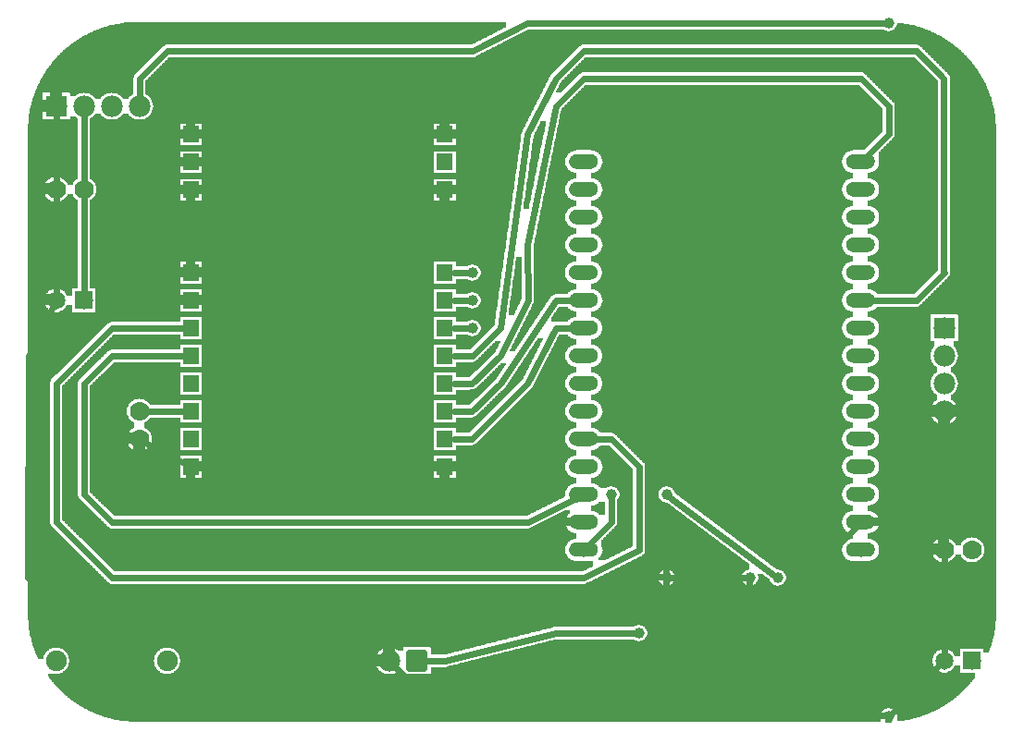
<source format=gtl>
G04 MADE WITH FRITZING*
G04 WWW.FRITZING.ORG*
G04 DOUBLE SIDED*
G04 HOLES PLATED*
G04 CONTOUR ON CENTER OF CONTOUR VECTOR*
%ASAXBY*%
%FSLAX23Y23*%
%MOIN*%
%OFA0B0*%
%SFA1.0B1.0*%
%ADD10C,0.075000*%
%ADD11C,0.070000*%
%ADD12C,0.065000*%
%ADD13C,0.078000*%
%ADD14C,0.052000*%
%ADD15C,0.039370*%
%ADD16R,0.078000X0.078000*%
%ADD17C,0.024000*%
%ADD18C,0.020000*%
%ADD19R,0.001000X0.001000*%
%LNCOPPER1*%
G90*
G70*
G54D10*
X3169Y2359D03*
X327Y2491D03*
G54D11*
X3342Y661D03*
X3442Y661D03*
X142Y1961D03*
X242Y1961D03*
G54D12*
X142Y1561D03*
X242Y1561D03*
X142Y1561D03*
X242Y1561D03*
X3342Y261D03*
X3442Y261D03*
X3342Y261D03*
X3442Y261D03*
G54D10*
X142Y261D03*
X542Y261D03*
G54D13*
X3342Y1461D03*
X3342Y1361D03*
X3342Y1261D03*
X3342Y1161D03*
X142Y2261D03*
X242Y2261D03*
X342Y2261D03*
X442Y2261D03*
X1442Y261D03*
X1342Y261D03*
G54D14*
X3042Y661D03*
X3042Y761D03*
X3042Y861D03*
X3042Y961D03*
X3042Y1061D03*
X3042Y1161D03*
X3042Y1261D03*
X3042Y1361D03*
X3042Y1461D03*
X3042Y1561D03*
X3042Y1661D03*
X3042Y1761D03*
X3042Y1861D03*
X3042Y1961D03*
X3042Y2061D03*
X2042Y2061D03*
X2042Y1961D03*
X2042Y1861D03*
X2042Y1761D03*
X2042Y1661D03*
X2042Y1561D03*
X2042Y1461D03*
X2042Y1361D03*
X2042Y1261D03*
X2042Y1161D03*
X2042Y1061D03*
X2042Y961D03*
X2042Y861D03*
X2042Y761D03*
X2042Y661D03*
G54D15*
X1642Y1461D03*
X1642Y1661D03*
X1642Y1561D03*
X3142Y2561D03*
X2242Y361D03*
X2142Y861D03*
X2342Y861D03*
X2742Y561D03*
X2342Y561D03*
X2642Y561D03*
X3142Y61D03*
G54D11*
X442Y1060D03*
X442Y1161D03*
G54D16*
X3342Y1461D03*
X142Y2261D03*
G54D17*
X1841Y1261D02*
X1942Y1462D01*
D02*
X1942Y1462D02*
X2012Y1461D01*
D02*
X1577Y1061D02*
X1641Y1061D01*
D02*
X1641Y1061D02*
X1841Y1261D01*
D02*
X1744Y1261D02*
X1942Y1560D01*
D02*
X1942Y1560D02*
X2012Y1560D01*
D02*
X1641Y1162D02*
X1744Y1261D01*
D02*
X1577Y1161D02*
X1641Y1162D01*
D02*
X3142Y2261D02*
X3142Y2161D01*
D02*
X3142Y2161D02*
X3063Y2082D01*
D02*
X1842Y1560D02*
X1841Y1761D01*
D02*
X1942Y2260D02*
X2042Y2361D01*
D02*
X1743Y1360D02*
X1842Y1560D01*
D02*
X1841Y1761D02*
X1942Y2260D01*
D02*
X3043Y2361D02*
X3142Y2261D01*
D02*
X2042Y2361D02*
X3043Y2361D01*
D02*
X1641Y1262D02*
X1743Y1360D01*
D02*
X1577Y1261D02*
X1641Y1262D01*
D02*
X2042Y2460D02*
X3242Y2460D01*
D02*
X1743Y1461D02*
X1841Y2160D01*
D02*
X3242Y1560D02*
X3072Y1561D01*
D02*
X1841Y2160D02*
X1943Y2361D01*
D02*
X3341Y2361D02*
X3341Y1662D01*
D02*
X1642Y1361D02*
X1743Y1461D01*
D02*
X1943Y2361D02*
X2042Y2460D01*
D02*
X3341Y1662D02*
X3342Y1661D01*
D02*
X3242Y2460D02*
X3341Y2361D01*
D02*
X3342Y1661D02*
X3242Y1560D01*
D02*
X1577Y1361D02*
X1642Y1361D01*
D02*
X1623Y1461D02*
X1577Y1461D01*
D02*
X1623Y1661D02*
X1577Y1661D01*
D02*
X1623Y1561D02*
X1577Y1561D01*
D02*
X2042Y860D02*
X2018Y843D01*
D02*
X242Y1261D02*
X242Y860D01*
D02*
X242Y860D02*
X343Y761D01*
D02*
X1842Y761D02*
X2042Y860D01*
D02*
X343Y761D02*
X1542Y761D01*
D02*
X1542Y761D02*
X1842Y761D01*
D02*
X594Y1361D02*
X343Y1360D01*
D02*
X343Y1360D02*
X242Y1261D01*
D02*
X2142Y1060D02*
X2072Y1060D01*
D02*
X2043Y560D02*
X2243Y660D01*
D02*
X142Y761D02*
X343Y561D01*
D02*
X342Y1460D02*
X242Y1360D01*
D02*
X2243Y960D02*
X2142Y1060D01*
D02*
X343Y561D02*
X2043Y560D01*
D02*
X594Y1461D02*
X342Y1460D01*
D02*
X2243Y660D02*
X2243Y960D01*
D02*
X242Y1360D02*
X142Y1262D01*
D02*
X142Y1262D02*
X142Y761D01*
D02*
X598Y977D02*
X465Y1048D01*
D02*
X594Y1161D02*
X468Y1161D01*
D02*
X1643Y2460D02*
X1841Y2561D01*
D02*
X1841Y2561D02*
X3123Y2561D01*
D02*
X443Y2361D02*
X542Y2460D01*
D02*
X542Y2460D02*
X1643Y2460D01*
D02*
X442Y2291D02*
X443Y2361D01*
D02*
X242Y2231D02*
X242Y1987D01*
D02*
X142Y2231D02*
X142Y1987D01*
D02*
X242Y1935D02*
X242Y1586D01*
D02*
X142Y1935D02*
X142Y1586D01*
D02*
X42Y1360D02*
X131Y1538D01*
D02*
X1543Y461D02*
X143Y461D01*
D02*
X2942Y660D02*
X2814Y453D01*
D02*
X41Y560D02*
X42Y1360D01*
D02*
X3021Y739D02*
X2942Y660D01*
D02*
X2814Y453D02*
X1841Y461D01*
D02*
X1841Y461D02*
X1543Y461D01*
D02*
X143Y461D02*
X41Y560D01*
D02*
X1543Y261D02*
X1472Y261D01*
D02*
X2223Y361D02*
X1942Y361D01*
D02*
X1942Y361D02*
X1543Y261D01*
D02*
X1443Y161D02*
X1364Y239D01*
D02*
X2642Y161D02*
X1443Y161D01*
D02*
X2742Y261D02*
X2642Y161D01*
D02*
X2814Y453D02*
X2742Y261D01*
D02*
X2063Y682D02*
X2142Y761D01*
D02*
X2142Y761D02*
X2142Y842D01*
D02*
X2727Y572D02*
X2357Y849D01*
D02*
X2623Y561D02*
X2361Y561D01*
D02*
X3325Y243D02*
X3156Y74D01*
D02*
X3342Y286D02*
X3342Y635D01*
G36*
X2050Y2439D02*
X2050Y2437D01*
X2048Y2437D01*
X2048Y2435D01*
X2046Y2435D01*
X2046Y2433D01*
X2044Y2433D01*
X2044Y2431D01*
X2042Y2431D01*
X2042Y2429D01*
X2040Y2429D01*
X2040Y2427D01*
X2038Y2427D01*
X2038Y2425D01*
X2036Y2425D01*
X2036Y2423D01*
X2034Y2423D01*
X2034Y2421D01*
X2032Y2421D01*
X2032Y2419D01*
X2030Y2419D01*
X2030Y2417D01*
X2028Y2417D01*
X2028Y2415D01*
X2026Y2415D01*
X2026Y2413D01*
X2024Y2413D01*
X2024Y2411D01*
X2022Y2411D01*
X2022Y2409D01*
X2020Y2409D01*
X2020Y2407D01*
X2018Y2407D01*
X2018Y2405D01*
X2016Y2405D01*
X2016Y2403D01*
X2014Y2403D01*
X2014Y2401D01*
X2012Y2401D01*
X2012Y2399D01*
X2010Y2399D01*
X2010Y2397D01*
X2008Y2397D01*
X2008Y2395D01*
X2006Y2395D01*
X2006Y2393D01*
X2004Y2393D01*
X2004Y2391D01*
X2002Y2391D01*
X2002Y2389D01*
X2000Y2389D01*
X2000Y2387D01*
X1998Y2387D01*
X1998Y2385D01*
X1996Y2385D01*
X1996Y2383D01*
X3050Y2383D01*
X3050Y2381D01*
X3054Y2381D01*
X3054Y2379D01*
X3056Y2379D01*
X3056Y2377D01*
X3058Y2377D01*
X3058Y2375D01*
X3060Y2375D01*
X3060Y2373D01*
X3062Y2373D01*
X3062Y2371D01*
X3064Y2371D01*
X3064Y2369D01*
X3066Y2369D01*
X3066Y2367D01*
X3068Y2367D01*
X3068Y2365D01*
X3070Y2365D01*
X3070Y2363D01*
X3072Y2363D01*
X3072Y2361D01*
X3074Y2361D01*
X3074Y2359D01*
X3076Y2359D01*
X3076Y2357D01*
X3078Y2357D01*
X3078Y2355D01*
X3080Y2355D01*
X3080Y2353D01*
X3082Y2353D01*
X3082Y2351D01*
X3084Y2351D01*
X3084Y2349D01*
X3086Y2349D01*
X3086Y2347D01*
X3088Y2347D01*
X3088Y2345D01*
X3090Y2345D01*
X3090Y2343D01*
X3092Y2343D01*
X3092Y2341D01*
X3094Y2341D01*
X3094Y2339D01*
X3096Y2339D01*
X3096Y2337D01*
X3098Y2337D01*
X3098Y2335D01*
X3100Y2335D01*
X3100Y2333D01*
X3102Y2333D01*
X3102Y2331D01*
X3104Y2331D01*
X3104Y2329D01*
X3106Y2329D01*
X3106Y2327D01*
X3108Y2327D01*
X3108Y2325D01*
X3110Y2325D01*
X3110Y2323D01*
X3112Y2323D01*
X3112Y2321D01*
X3114Y2321D01*
X3114Y2319D01*
X3116Y2319D01*
X3116Y2317D01*
X3118Y2317D01*
X3118Y2315D01*
X3120Y2315D01*
X3120Y2313D01*
X3122Y2313D01*
X3122Y2311D01*
X3124Y2311D01*
X3124Y2309D01*
X3126Y2309D01*
X3126Y2307D01*
X3128Y2307D01*
X3128Y2305D01*
X3130Y2305D01*
X3130Y2303D01*
X3132Y2303D01*
X3132Y2301D01*
X3134Y2301D01*
X3134Y2299D01*
X3136Y2299D01*
X3136Y2297D01*
X3138Y2297D01*
X3138Y2295D01*
X3140Y2295D01*
X3140Y2293D01*
X3142Y2293D01*
X3142Y2291D01*
X3144Y2291D01*
X3144Y2289D01*
X3146Y2289D01*
X3146Y2287D01*
X3148Y2287D01*
X3148Y2285D01*
X3150Y2285D01*
X3150Y2283D01*
X3152Y2283D01*
X3152Y2281D01*
X3154Y2281D01*
X3154Y2279D01*
X3156Y2279D01*
X3156Y2277D01*
X3158Y2277D01*
X3158Y2275D01*
X3160Y2275D01*
X3160Y2273D01*
X3162Y2273D01*
X3162Y2269D01*
X3164Y2269D01*
X3164Y2155D01*
X3162Y2155D01*
X3162Y2151D01*
X3160Y2151D01*
X3160Y2147D01*
X3158Y2147D01*
X3158Y2145D01*
X3156Y2145D01*
X3156Y2143D01*
X3154Y2143D01*
X3154Y2141D01*
X3152Y2141D01*
X3152Y2139D01*
X3150Y2139D01*
X3150Y2137D01*
X3148Y2137D01*
X3148Y2135D01*
X3146Y2135D01*
X3146Y2133D01*
X3144Y2133D01*
X3144Y2131D01*
X3142Y2131D01*
X3142Y2129D01*
X3140Y2129D01*
X3140Y2127D01*
X3138Y2127D01*
X3138Y2125D01*
X3136Y2125D01*
X3136Y2123D01*
X3134Y2123D01*
X3134Y2121D01*
X3132Y2121D01*
X3132Y2119D01*
X3130Y2119D01*
X3130Y2117D01*
X3128Y2117D01*
X3128Y2115D01*
X3126Y2115D01*
X3126Y2113D01*
X3124Y2113D01*
X3124Y2111D01*
X3122Y2111D01*
X3122Y2109D01*
X3120Y2109D01*
X3120Y2107D01*
X3118Y2107D01*
X3118Y2105D01*
X3116Y2105D01*
X3116Y2103D01*
X3114Y2103D01*
X3114Y2101D01*
X3112Y2101D01*
X3112Y2099D01*
X3110Y2099D01*
X3110Y2097D01*
X3108Y2097D01*
X3108Y2095D01*
X3106Y2095D01*
X3106Y2071D01*
X3108Y2071D01*
X3108Y2053D01*
X3106Y2053D01*
X3106Y2045D01*
X3104Y2045D01*
X3104Y2041D01*
X3102Y2041D01*
X3102Y2039D01*
X3100Y2039D01*
X3100Y2035D01*
X3098Y2035D01*
X3098Y2033D01*
X3096Y2033D01*
X3096Y2031D01*
X3094Y2031D01*
X3094Y2029D01*
X3092Y2029D01*
X3092Y2027D01*
X3088Y2027D01*
X3088Y2025D01*
X3084Y2025D01*
X3084Y2023D01*
X3078Y2023D01*
X3078Y2021D01*
X3068Y2021D01*
X3068Y2001D01*
X3080Y2001D01*
X3080Y1999D01*
X3084Y1999D01*
X3084Y1997D01*
X3088Y1997D01*
X3088Y1995D01*
X3092Y1995D01*
X3092Y1993D01*
X3094Y1993D01*
X3094Y1991D01*
X3096Y1991D01*
X3096Y1989D01*
X3098Y1989D01*
X3098Y1987D01*
X3100Y1987D01*
X3100Y1985D01*
X3102Y1985D01*
X3102Y1981D01*
X3104Y1981D01*
X3104Y1977D01*
X3106Y1977D01*
X3106Y1971D01*
X3108Y1971D01*
X3108Y1951D01*
X3106Y1951D01*
X3106Y1945D01*
X3104Y1945D01*
X3104Y1941D01*
X3102Y1941D01*
X3102Y1939D01*
X3100Y1939D01*
X3100Y1935D01*
X3098Y1935D01*
X3098Y1933D01*
X3096Y1933D01*
X3096Y1931D01*
X3094Y1931D01*
X3094Y1929D01*
X3092Y1929D01*
X3092Y1927D01*
X3088Y1927D01*
X3088Y1925D01*
X3084Y1925D01*
X3084Y1923D01*
X3078Y1923D01*
X3078Y1921D01*
X3068Y1921D01*
X3068Y1901D01*
X3080Y1901D01*
X3080Y1899D01*
X3084Y1899D01*
X3084Y1897D01*
X3088Y1897D01*
X3088Y1895D01*
X3092Y1895D01*
X3092Y1893D01*
X3094Y1893D01*
X3094Y1891D01*
X3096Y1891D01*
X3096Y1889D01*
X3098Y1889D01*
X3098Y1887D01*
X3100Y1887D01*
X3100Y1883D01*
X3102Y1883D01*
X3102Y1881D01*
X3104Y1881D01*
X3104Y1877D01*
X3106Y1877D01*
X3106Y1871D01*
X3108Y1871D01*
X3108Y1853D01*
X3106Y1853D01*
X3106Y1845D01*
X3104Y1845D01*
X3104Y1841D01*
X3102Y1841D01*
X3102Y1839D01*
X3100Y1839D01*
X3100Y1835D01*
X3098Y1835D01*
X3098Y1833D01*
X3096Y1833D01*
X3096Y1831D01*
X3094Y1831D01*
X3094Y1829D01*
X3092Y1829D01*
X3092Y1827D01*
X3088Y1827D01*
X3088Y1825D01*
X3084Y1825D01*
X3084Y1823D01*
X3078Y1823D01*
X3078Y1821D01*
X3068Y1821D01*
X3068Y1801D01*
X3080Y1801D01*
X3080Y1799D01*
X3084Y1799D01*
X3084Y1797D01*
X3088Y1797D01*
X3088Y1795D01*
X3092Y1795D01*
X3092Y1793D01*
X3094Y1793D01*
X3094Y1791D01*
X3096Y1791D01*
X3096Y1789D01*
X3098Y1789D01*
X3098Y1787D01*
X3100Y1787D01*
X3100Y1785D01*
X3102Y1785D01*
X3102Y1781D01*
X3104Y1781D01*
X3104Y1777D01*
X3106Y1777D01*
X3106Y1771D01*
X3108Y1771D01*
X3108Y1751D01*
X3106Y1751D01*
X3106Y1745D01*
X3104Y1745D01*
X3104Y1741D01*
X3102Y1741D01*
X3102Y1739D01*
X3100Y1739D01*
X3100Y1735D01*
X3098Y1735D01*
X3098Y1733D01*
X3096Y1733D01*
X3096Y1731D01*
X3094Y1731D01*
X3094Y1729D01*
X3092Y1729D01*
X3092Y1727D01*
X3088Y1727D01*
X3088Y1725D01*
X3084Y1725D01*
X3084Y1723D01*
X3078Y1723D01*
X3078Y1721D01*
X3068Y1721D01*
X3068Y1701D01*
X3080Y1701D01*
X3080Y1699D01*
X3084Y1699D01*
X3084Y1697D01*
X3088Y1697D01*
X3088Y1695D01*
X3092Y1695D01*
X3092Y1693D01*
X3094Y1693D01*
X3094Y1691D01*
X3096Y1691D01*
X3096Y1689D01*
X3098Y1689D01*
X3098Y1687D01*
X3100Y1687D01*
X3100Y1683D01*
X3102Y1683D01*
X3102Y1681D01*
X3104Y1681D01*
X3104Y1677D01*
X3106Y1677D01*
X3106Y1671D01*
X3108Y1671D01*
X3108Y1653D01*
X3106Y1653D01*
X3106Y1645D01*
X3104Y1645D01*
X3104Y1641D01*
X3102Y1641D01*
X3102Y1639D01*
X3100Y1639D01*
X3100Y1635D01*
X3098Y1635D01*
X3098Y1633D01*
X3096Y1633D01*
X3096Y1631D01*
X3094Y1631D01*
X3094Y1629D01*
X3092Y1629D01*
X3092Y1627D01*
X3088Y1627D01*
X3088Y1625D01*
X3084Y1625D01*
X3084Y1623D01*
X3078Y1623D01*
X3078Y1621D01*
X3068Y1621D01*
X3068Y1601D01*
X3080Y1601D01*
X3080Y1599D01*
X3084Y1599D01*
X3084Y1597D01*
X3088Y1597D01*
X3088Y1595D01*
X3092Y1595D01*
X3092Y1593D01*
X3094Y1593D01*
X3094Y1591D01*
X3096Y1591D01*
X3096Y1589D01*
X3098Y1589D01*
X3098Y1587D01*
X3100Y1587D01*
X3100Y1583D01*
X3234Y1583D01*
X3234Y1585D01*
X3236Y1585D01*
X3236Y1587D01*
X3238Y1587D01*
X3238Y1589D01*
X3240Y1589D01*
X3240Y1591D01*
X3242Y1591D01*
X3242Y1593D01*
X3244Y1593D01*
X3244Y1595D01*
X3246Y1595D01*
X3246Y1597D01*
X3248Y1597D01*
X3248Y1599D01*
X3250Y1599D01*
X3250Y1601D01*
X3252Y1601D01*
X3252Y1603D01*
X3254Y1603D01*
X3254Y1605D01*
X3256Y1605D01*
X3256Y1607D01*
X3258Y1607D01*
X3258Y1609D01*
X3260Y1609D01*
X3260Y1611D01*
X3262Y1611D01*
X3262Y1613D01*
X3264Y1613D01*
X3264Y1615D01*
X3266Y1615D01*
X3266Y1617D01*
X3268Y1617D01*
X3268Y1619D01*
X3270Y1619D01*
X3270Y1621D01*
X3272Y1621D01*
X3272Y1623D01*
X3274Y1623D01*
X3274Y1625D01*
X3276Y1625D01*
X3276Y1627D01*
X3278Y1627D01*
X3278Y1629D01*
X3280Y1629D01*
X3280Y1631D01*
X3282Y1631D01*
X3282Y1633D01*
X3284Y1633D01*
X3284Y1635D01*
X3286Y1635D01*
X3286Y1637D01*
X3288Y1637D01*
X3288Y1639D01*
X3290Y1639D01*
X3290Y1641D01*
X3292Y1641D01*
X3292Y1643D01*
X3294Y1643D01*
X3294Y1645D01*
X3296Y1645D01*
X3296Y1647D01*
X3298Y1647D01*
X3298Y1649D01*
X3300Y1649D01*
X3300Y1651D01*
X3302Y1651D01*
X3302Y1653D01*
X3304Y1653D01*
X3304Y1655D01*
X3306Y1655D01*
X3306Y1657D01*
X3308Y1657D01*
X3308Y1659D01*
X3310Y1659D01*
X3310Y1661D01*
X3312Y1661D01*
X3312Y1663D01*
X3314Y1663D01*
X3314Y1665D01*
X3316Y1665D01*
X3316Y1667D01*
X3318Y1667D01*
X3318Y1669D01*
X3320Y1669D01*
X3320Y2353D01*
X3318Y2353D01*
X3318Y2355D01*
X3316Y2355D01*
X3316Y2357D01*
X3314Y2357D01*
X3314Y2359D01*
X3312Y2359D01*
X3312Y2361D01*
X3310Y2361D01*
X3310Y2363D01*
X3308Y2363D01*
X3308Y2365D01*
X3306Y2365D01*
X3306Y2367D01*
X3304Y2367D01*
X3304Y2369D01*
X3302Y2369D01*
X3302Y2371D01*
X3300Y2371D01*
X3300Y2373D01*
X3298Y2373D01*
X3298Y2375D01*
X3296Y2375D01*
X3296Y2377D01*
X3294Y2377D01*
X3294Y2379D01*
X3292Y2379D01*
X3292Y2381D01*
X3290Y2381D01*
X3290Y2383D01*
X3288Y2383D01*
X3288Y2385D01*
X3286Y2385D01*
X3286Y2387D01*
X3284Y2387D01*
X3284Y2389D01*
X3282Y2389D01*
X3282Y2391D01*
X3280Y2391D01*
X3280Y2393D01*
X3278Y2393D01*
X3278Y2395D01*
X3276Y2395D01*
X3276Y2397D01*
X3274Y2397D01*
X3274Y2399D01*
X3272Y2399D01*
X3272Y2401D01*
X3270Y2401D01*
X3270Y2403D01*
X3268Y2403D01*
X3268Y2405D01*
X3266Y2405D01*
X3266Y2407D01*
X3264Y2407D01*
X3264Y2409D01*
X3262Y2409D01*
X3262Y2411D01*
X3260Y2411D01*
X3260Y2413D01*
X3258Y2413D01*
X3258Y2415D01*
X3256Y2415D01*
X3256Y2417D01*
X3254Y2417D01*
X3254Y2419D01*
X3252Y2419D01*
X3252Y2421D01*
X3250Y2421D01*
X3250Y2423D01*
X3248Y2423D01*
X3248Y2425D01*
X3246Y2425D01*
X3246Y2427D01*
X3244Y2427D01*
X3244Y2429D01*
X3242Y2429D01*
X3242Y2431D01*
X3240Y2431D01*
X3240Y2433D01*
X3238Y2433D01*
X3238Y2435D01*
X3236Y2435D01*
X3236Y2437D01*
X3234Y2437D01*
X3234Y2439D01*
X2050Y2439D01*
G37*
D02*
G36*
X1994Y2383D02*
X1994Y2381D01*
X1992Y2381D01*
X1992Y2379D01*
X1990Y2379D01*
X1990Y2377D01*
X1988Y2377D01*
X1988Y2375D01*
X1986Y2375D01*
X1986Y2373D01*
X1984Y2373D01*
X1984Y2371D01*
X1982Y2371D01*
X1982Y2369D01*
X1980Y2369D01*
X1980Y2367D01*
X1978Y2367D01*
X1978Y2365D01*
X1976Y2365D01*
X1976Y2363D01*
X1974Y2363D01*
X1974Y2361D01*
X1972Y2361D01*
X1972Y2359D01*
X1970Y2359D01*
X1970Y2357D01*
X1968Y2357D01*
X1968Y2355D01*
X1966Y2355D01*
X1966Y2353D01*
X1964Y2353D01*
X1964Y2351D01*
X1962Y2351D01*
X1962Y2349D01*
X1960Y2349D01*
X1960Y2345D01*
X1958Y2345D01*
X1958Y2341D01*
X1956Y2341D01*
X1956Y2337D01*
X1954Y2337D01*
X1954Y2333D01*
X1952Y2333D01*
X1952Y2329D01*
X1950Y2329D01*
X1950Y2325D01*
X1948Y2325D01*
X1948Y2321D01*
X1946Y2321D01*
X1946Y2317D01*
X1944Y2317D01*
X1944Y2313D01*
X1942Y2313D01*
X1942Y2311D01*
X1962Y2311D01*
X1962Y2313D01*
X1964Y2313D01*
X1964Y2315D01*
X1966Y2315D01*
X1966Y2317D01*
X1968Y2317D01*
X1968Y2319D01*
X1970Y2319D01*
X1970Y2321D01*
X1972Y2321D01*
X1972Y2323D01*
X1974Y2323D01*
X1974Y2325D01*
X1976Y2325D01*
X1976Y2327D01*
X1978Y2327D01*
X1978Y2329D01*
X1980Y2329D01*
X1980Y2331D01*
X1982Y2331D01*
X1982Y2333D01*
X1984Y2333D01*
X1984Y2335D01*
X1986Y2335D01*
X1986Y2337D01*
X1988Y2337D01*
X1988Y2339D01*
X1990Y2339D01*
X1990Y2341D01*
X1992Y2341D01*
X1992Y2343D01*
X1994Y2343D01*
X1994Y2345D01*
X1996Y2345D01*
X1996Y2347D01*
X1998Y2347D01*
X1998Y2349D01*
X2000Y2349D01*
X2000Y2351D01*
X2002Y2351D01*
X2002Y2353D01*
X2004Y2353D01*
X2004Y2355D01*
X2006Y2355D01*
X2006Y2357D01*
X2008Y2357D01*
X2008Y2359D01*
X2010Y2359D01*
X2010Y2361D01*
X2012Y2361D01*
X2012Y2363D01*
X2014Y2363D01*
X2014Y2365D01*
X2016Y2365D01*
X2016Y2367D01*
X2018Y2367D01*
X2018Y2369D01*
X2020Y2369D01*
X2020Y2371D01*
X2022Y2371D01*
X2022Y2373D01*
X2024Y2373D01*
X2024Y2375D01*
X2026Y2375D01*
X2026Y2377D01*
X2028Y2377D01*
X2028Y2379D01*
X2032Y2379D01*
X2032Y2381D01*
X2036Y2381D01*
X2036Y2383D01*
X1994Y2383D01*
G37*
D02*
G36*
X1888Y2207D02*
X1888Y2203D01*
X1886Y2203D01*
X1886Y2199D01*
X1884Y2199D01*
X1884Y2195D01*
X1882Y2195D01*
X1882Y2191D01*
X1880Y2191D01*
X1880Y2187D01*
X1878Y2187D01*
X1878Y2183D01*
X1876Y2183D01*
X1876Y2179D01*
X1874Y2179D01*
X1874Y2175D01*
X1872Y2175D01*
X1872Y2171D01*
X1870Y2171D01*
X1870Y2167D01*
X1868Y2167D01*
X1868Y2163D01*
X1866Y2163D01*
X1866Y2159D01*
X1864Y2159D01*
X1864Y2155D01*
X1862Y2155D01*
X1862Y2143D01*
X1860Y2143D01*
X1860Y2129D01*
X1858Y2129D01*
X1858Y2115D01*
X1856Y2115D01*
X1856Y2101D01*
X1854Y2101D01*
X1854Y2087D01*
X1852Y2087D01*
X1852Y2071D01*
X1850Y2071D01*
X1850Y2057D01*
X1848Y2057D01*
X1848Y2043D01*
X1846Y2043D01*
X1846Y2029D01*
X1844Y2029D01*
X1844Y2015D01*
X1842Y2015D01*
X1842Y2001D01*
X1840Y2001D01*
X1840Y1987D01*
X1838Y1987D01*
X1838Y1973D01*
X1836Y1973D01*
X1836Y1959D01*
X1834Y1959D01*
X1834Y1945D01*
X1832Y1945D01*
X1832Y1931D01*
X1830Y1931D01*
X1830Y1917D01*
X1828Y1917D01*
X1828Y1901D01*
X1826Y1901D01*
X1826Y1891D01*
X1846Y1891D01*
X1846Y1901D01*
X1848Y1901D01*
X1848Y1911D01*
X1850Y1911D01*
X1850Y1921D01*
X1852Y1921D01*
X1852Y1931D01*
X1854Y1931D01*
X1854Y1941D01*
X1856Y1941D01*
X1856Y1951D01*
X1858Y1951D01*
X1858Y1961D01*
X1860Y1961D01*
X1860Y1971D01*
X1862Y1971D01*
X1862Y1981D01*
X1864Y1981D01*
X1864Y1991D01*
X1866Y1991D01*
X1866Y2001D01*
X1868Y2001D01*
X1868Y2011D01*
X1870Y2011D01*
X1870Y2021D01*
X1872Y2021D01*
X1872Y2031D01*
X1874Y2031D01*
X1874Y2041D01*
X1876Y2041D01*
X1876Y2051D01*
X1878Y2051D01*
X1878Y2061D01*
X1880Y2061D01*
X1880Y2071D01*
X1882Y2071D01*
X1882Y2081D01*
X1884Y2081D01*
X1884Y2091D01*
X1886Y2091D01*
X1886Y2101D01*
X1888Y2101D01*
X1888Y2111D01*
X1890Y2111D01*
X1890Y2121D01*
X1892Y2121D01*
X1892Y2131D01*
X1894Y2131D01*
X1894Y2141D01*
X1896Y2141D01*
X1896Y2149D01*
X1898Y2149D01*
X1898Y2159D01*
X1900Y2159D01*
X1900Y2169D01*
X1902Y2169D01*
X1902Y2179D01*
X1904Y2179D01*
X1904Y2189D01*
X1906Y2189D01*
X1906Y2199D01*
X1908Y2199D01*
X1908Y2207D01*
X1888Y2207D01*
G37*
D02*
G36*
X1800Y1717D02*
X1800Y1703D01*
X1798Y1703D01*
X1798Y1689D01*
X1796Y1689D01*
X1796Y1675D01*
X1794Y1675D01*
X1794Y1661D01*
X1792Y1661D01*
X1792Y1647D01*
X1790Y1647D01*
X1790Y1633D01*
X1788Y1633D01*
X1788Y1619D01*
X1786Y1619D01*
X1786Y1605D01*
X1784Y1605D01*
X1784Y1591D01*
X1782Y1591D01*
X1782Y1577D01*
X1780Y1577D01*
X1780Y1561D01*
X1778Y1561D01*
X1778Y1547D01*
X1776Y1547D01*
X1776Y1533D01*
X1774Y1533D01*
X1774Y1519D01*
X1772Y1519D01*
X1772Y1507D01*
X1792Y1507D01*
X1792Y1511D01*
X1794Y1511D01*
X1794Y1515D01*
X1796Y1515D01*
X1796Y1519D01*
X1798Y1519D01*
X1798Y1523D01*
X1800Y1523D01*
X1800Y1527D01*
X1802Y1527D01*
X1802Y1533D01*
X1804Y1533D01*
X1804Y1537D01*
X1806Y1537D01*
X1806Y1541D01*
X1808Y1541D01*
X1808Y1545D01*
X1810Y1545D01*
X1810Y1549D01*
X1812Y1549D01*
X1812Y1553D01*
X1814Y1553D01*
X1814Y1557D01*
X1816Y1557D01*
X1816Y1561D01*
X1818Y1561D01*
X1818Y1565D01*
X1820Y1565D01*
X1820Y1717D01*
X1800Y1717D01*
G37*
D02*
G36*
X1954Y1539D02*
X1954Y1537D01*
X1952Y1537D01*
X1952Y1535D01*
X1950Y1535D01*
X1950Y1531D01*
X1948Y1531D01*
X1948Y1529D01*
X1946Y1529D01*
X1946Y1525D01*
X1944Y1525D01*
X1944Y1523D01*
X1942Y1523D01*
X1942Y1519D01*
X1940Y1519D01*
X1940Y1517D01*
X1938Y1517D01*
X1938Y1513D01*
X1936Y1513D01*
X1936Y1511D01*
X1934Y1511D01*
X1934Y1507D01*
X1932Y1507D01*
X1932Y1505D01*
X1930Y1505D01*
X1930Y1501D01*
X1928Y1501D01*
X1928Y1499D01*
X1926Y1499D01*
X1926Y1485D01*
X1986Y1485D01*
X1986Y1489D01*
X1988Y1489D01*
X1988Y1491D01*
X1992Y1491D01*
X1992Y1493D01*
X1994Y1493D01*
X1994Y1495D01*
X1996Y1495D01*
X1996Y1497D01*
X2000Y1497D01*
X2000Y1499D01*
X2006Y1499D01*
X2006Y1501D01*
X2018Y1501D01*
X2018Y1521D01*
X2006Y1521D01*
X2006Y1523D01*
X2000Y1523D01*
X2000Y1525D01*
X1996Y1525D01*
X1996Y1527D01*
X1994Y1527D01*
X1994Y1529D01*
X1992Y1529D01*
X1992Y1531D01*
X1988Y1531D01*
X1988Y1535D01*
X1986Y1535D01*
X1986Y1537D01*
X1984Y1537D01*
X1984Y1539D01*
X1954Y1539D01*
G37*
D02*
G36*
X2104Y1039D02*
X2104Y1037D01*
X2102Y1037D01*
X2102Y1035D01*
X2100Y1035D01*
X2100Y1033D01*
X2098Y1033D01*
X2098Y1031D01*
X2096Y1031D01*
X2096Y1029D01*
X2094Y1029D01*
X2094Y1027D01*
X2090Y1027D01*
X2090Y1025D01*
X2086Y1025D01*
X2086Y1023D01*
X2082Y1023D01*
X2082Y1021D01*
X2070Y1021D01*
X2070Y1001D01*
X2082Y1001D01*
X2082Y999D01*
X2088Y999D01*
X2088Y997D01*
X2090Y997D01*
X2090Y995D01*
X2094Y995D01*
X2094Y993D01*
X2096Y993D01*
X2096Y991D01*
X2098Y991D01*
X2098Y989D01*
X2100Y989D01*
X2100Y987D01*
X2102Y987D01*
X2102Y985D01*
X2104Y985D01*
X2104Y981D01*
X2106Y981D01*
X2106Y977D01*
X2108Y977D01*
X2108Y971D01*
X2110Y971D01*
X2110Y961D01*
X2112Y961D01*
X2112Y959D01*
X2110Y959D01*
X2110Y947D01*
X2108Y947D01*
X2108Y945D01*
X2106Y945D01*
X2106Y941D01*
X2104Y941D01*
X2104Y937D01*
X2102Y937D01*
X2102Y935D01*
X2100Y935D01*
X2100Y933D01*
X2098Y933D01*
X2098Y931D01*
X2096Y931D01*
X2096Y929D01*
X2094Y929D01*
X2094Y927D01*
X2090Y927D01*
X2090Y925D01*
X2086Y925D01*
X2086Y923D01*
X2082Y923D01*
X2082Y921D01*
X2070Y921D01*
X2070Y901D01*
X2082Y901D01*
X2082Y899D01*
X2088Y899D01*
X2088Y897D01*
X2090Y897D01*
X2090Y895D01*
X2094Y895D01*
X2094Y893D01*
X2096Y893D01*
X2096Y891D01*
X2148Y891D01*
X2148Y889D01*
X2154Y889D01*
X2154Y887D01*
X2158Y887D01*
X2158Y885D01*
X2160Y885D01*
X2160Y883D01*
X2164Y883D01*
X2164Y879D01*
X2166Y879D01*
X2166Y877D01*
X2168Y877D01*
X2168Y873D01*
X2170Y873D01*
X2170Y867D01*
X2172Y867D01*
X2172Y855D01*
X2170Y855D01*
X2170Y849D01*
X2168Y849D01*
X2168Y845D01*
X2166Y845D01*
X2166Y843D01*
X2164Y843D01*
X2164Y757D01*
X2162Y757D01*
X2162Y751D01*
X2160Y751D01*
X2160Y749D01*
X2158Y749D01*
X2158Y745D01*
X2156Y745D01*
X2156Y743D01*
X2154Y743D01*
X2154Y741D01*
X2152Y741D01*
X2152Y739D01*
X2150Y739D01*
X2150Y737D01*
X2148Y737D01*
X2148Y735D01*
X2146Y735D01*
X2146Y733D01*
X2144Y733D01*
X2144Y731D01*
X2142Y731D01*
X2142Y729D01*
X2140Y729D01*
X2140Y727D01*
X2138Y727D01*
X2138Y725D01*
X2136Y725D01*
X2136Y723D01*
X2134Y723D01*
X2134Y721D01*
X2132Y721D01*
X2132Y719D01*
X2130Y719D01*
X2130Y717D01*
X2128Y717D01*
X2128Y715D01*
X2126Y715D01*
X2126Y713D01*
X2124Y713D01*
X2124Y711D01*
X2122Y711D01*
X2122Y709D01*
X2120Y709D01*
X2120Y707D01*
X2118Y707D01*
X2118Y705D01*
X2116Y705D01*
X2116Y703D01*
X2114Y703D01*
X2114Y701D01*
X2112Y701D01*
X2112Y699D01*
X2110Y699D01*
X2110Y697D01*
X2108Y697D01*
X2108Y671D01*
X2110Y671D01*
X2110Y661D01*
X2112Y661D01*
X2112Y659D01*
X2110Y659D01*
X2110Y647D01*
X2108Y647D01*
X2108Y645D01*
X2106Y645D01*
X2106Y641D01*
X2104Y641D01*
X2104Y637D01*
X2102Y637D01*
X2102Y635D01*
X2100Y635D01*
X2100Y633D01*
X2098Y633D01*
X2098Y623D01*
X2120Y623D01*
X2120Y625D01*
X2124Y625D01*
X2124Y627D01*
X2128Y627D01*
X2128Y629D01*
X2132Y629D01*
X2132Y631D01*
X2136Y631D01*
X2136Y633D01*
X2140Y633D01*
X2140Y635D01*
X2144Y635D01*
X2144Y637D01*
X2148Y637D01*
X2148Y639D01*
X2152Y639D01*
X2152Y641D01*
X2156Y641D01*
X2156Y643D01*
X2160Y643D01*
X2160Y645D01*
X2164Y645D01*
X2164Y647D01*
X2168Y647D01*
X2168Y649D01*
X2172Y649D01*
X2172Y651D01*
X2176Y651D01*
X2176Y653D01*
X2180Y653D01*
X2180Y655D01*
X2184Y655D01*
X2184Y657D01*
X2188Y657D01*
X2188Y659D01*
X2192Y659D01*
X2192Y661D01*
X2196Y661D01*
X2196Y663D01*
X2200Y663D01*
X2200Y665D01*
X2204Y665D01*
X2204Y667D01*
X2208Y667D01*
X2208Y669D01*
X2212Y669D01*
X2212Y671D01*
X2216Y671D01*
X2216Y673D01*
X2220Y673D01*
X2220Y953D01*
X2218Y953D01*
X2218Y955D01*
X2216Y955D01*
X2216Y957D01*
X2214Y957D01*
X2214Y959D01*
X2212Y959D01*
X2212Y961D01*
X2210Y961D01*
X2210Y963D01*
X2208Y963D01*
X2208Y965D01*
X2206Y965D01*
X2206Y967D01*
X2204Y967D01*
X2204Y969D01*
X2202Y969D01*
X2202Y971D01*
X2200Y971D01*
X2200Y973D01*
X2198Y973D01*
X2198Y975D01*
X2196Y975D01*
X2196Y977D01*
X2194Y977D01*
X2194Y979D01*
X2192Y979D01*
X2192Y981D01*
X2190Y981D01*
X2190Y983D01*
X2188Y983D01*
X2188Y985D01*
X2186Y985D01*
X2186Y987D01*
X2184Y987D01*
X2184Y989D01*
X2182Y989D01*
X2182Y991D01*
X2180Y991D01*
X2180Y993D01*
X2178Y993D01*
X2178Y995D01*
X2176Y995D01*
X2176Y997D01*
X2174Y997D01*
X2174Y999D01*
X2172Y999D01*
X2172Y1001D01*
X2170Y1001D01*
X2170Y1003D01*
X2168Y1003D01*
X2168Y1005D01*
X2166Y1005D01*
X2166Y1007D01*
X2164Y1007D01*
X2164Y1009D01*
X2162Y1009D01*
X2162Y1011D01*
X2160Y1011D01*
X2160Y1013D01*
X2158Y1013D01*
X2158Y1015D01*
X2156Y1015D01*
X2156Y1017D01*
X2154Y1017D01*
X2154Y1019D01*
X2152Y1019D01*
X2152Y1021D01*
X2150Y1021D01*
X2150Y1023D01*
X2148Y1023D01*
X2148Y1025D01*
X2146Y1025D01*
X2146Y1027D01*
X2144Y1027D01*
X2144Y1029D01*
X2142Y1029D01*
X2142Y1031D01*
X2140Y1031D01*
X2140Y1033D01*
X2138Y1033D01*
X2138Y1035D01*
X2136Y1035D01*
X2136Y1037D01*
X2134Y1037D01*
X2134Y1039D01*
X2104Y1039D01*
G37*
D02*
G36*
X2098Y891D02*
X2098Y889D01*
X2100Y889D01*
X2100Y887D01*
X2102Y887D01*
X2102Y885D01*
X2104Y885D01*
X2104Y883D01*
X2124Y883D01*
X2124Y885D01*
X2126Y885D01*
X2126Y887D01*
X2130Y887D01*
X2130Y889D01*
X2136Y889D01*
X2136Y891D01*
X2098Y891D01*
G37*
D02*
G36*
X2100Y835D02*
X2100Y833D01*
X2098Y833D01*
X2098Y831D01*
X2096Y831D01*
X2096Y829D01*
X2094Y829D01*
X2094Y827D01*
X2090Y827D01*
X2090Y825D01*
X2086Y825D01*
X2086Y823D01*
X2082Y823D01*
X2082Y821D01*
X2070Y821D01*
X2070Y801D01*
X2082Y801D01*
X2082Y799D01*
X2088Y799D01*
X2088Y797D01*
X2090Y797D01*
X2090Y795D01*
X2094Y795D01*
X2094Y793D01*
X2096Y793D01*
X2096Y791D01*
X2098Y791D01*
X2098Y789D01*
X2100Y789D01*
X2100Y787D01*
X2120Y787D01*
X2120Y835D01*
X2100Y835D01*
G37*
D02*
G36*
X408Y2565D02*
X408Y2563D01*
X388Y2563D01*
X388Y2561D01*
X374Y2561D01*
X374Y2559D01*
X362Y2559D01*
X362Y2557D01*
X352Y2557D01*
X352Y2555D01*
X344Y2555D01*
X344Y2553D01*
X334Y2553D01*
X334Y2551D01*
X328Y2551D01*
X328Y2549D01*
X320Y2549D01*
X320Y2547D01*
X314Y2547D01*
X314Y2545D01*
X308Y2545D01*
X308Y2543D01*
X302Y2543D01*
X302Y2541D01*
X298Y2541D01*
X298Y2539D01*
X292Y2539D01*
X292Y2537D01*
X286Y2537D01*
X286Y2535D01*
X282Y2535D01*
X282Y2533D01*
X278Y2533D01*
X278Y2531D01*
X272Y2531D01*
X272Y2529D01*
X268Y2529D01*
X268Y2527D01*
X264Y2527D01*
X264Y2525D01*
X260Y2525D01*
X260Y2523D01*
X256Y2523D01*
X256Y2521D01*
X252Y2521D01*
X252Y2519D01*
X248Y2519D01*
X248Y2517D01*
X244Y2517D01*
X244Y2515D01*
X242Y2515D01*
X242Y2513D01*
X238Y2513D01*
X238Y2511D01*
X234Y2511D01*
X234Y2509D01*
X230Y2509D01*
X230Y2507D01*
X228Y2507D01*
X228Y2505D01*
X224Y2505D01*
X224Y2503D01*
X222Y2503D01*
X222Y2501D01*
X218Y2501D01*
X218Y2499D01*
X214Y2499D01*
X214Y2497D01*
X212Y2497D01*
X212Y2495D01*
X210Y2495D01*
X210Y2493D01*
X206Y2493D01*
X206Y2491D01*
X204Y2491D01*
X204Y2489D01*
X200Y2489D01*
X200Y2487D01*
X198Y2487D01*
X198Y2485D01*
X196Y2485D01*
X196Y2483D01*
X192Y2483D01*
X192Y2481D01*
X190Y2481D01*
X190Y2479D01*
X188Y2479D01*
X188Y2477D01*
X186Y2477D01*
X186Y2475D01*
X182Y2475D01*
X182Y2473D01*
X180Y2473D01*
X180Y2471D01*
X178Y2471D01*
X178Y2469D01*
X176Y2469D01*
X176Y2467D01*
X174Y2467D01*
X174Y2465D01*
X172Y2465D01*
X172Y2463D01*
X168Y2463D01*
X168Y2461D01*
X166Y2461D01*
X166Y2459D01*
X164Y2459D01*
X164Y2457D01*
X162Y2457D01*
X162Y2455D01*
X160Y2455D01*
X160Y2453D01*
X158Y2453D01*
X158Y2451D01*
X156Y2451D01*
X156Y2449D01*
X154Y2449D01*
X154Y2447D01*
X152Y2447D01*
X152Y2445D01*
X150Y2445D01*
X150Y2443D01*
X148Y2443D01*
X148Y2441D01*
X146Y2441D01*
X146Y2439D01*
X144Y2439D01*
X144Y2437D01*
X142Y2437D01*
X142Y2433D01*
X140Y2433D01*
X140Y2431D01*
X138Y2431D01*
X138Y2429D01*
X136Y2429D01*
X136Y2427D01*
X134Y2427D01*
X134Y2425D01*
X132Y2425D01*
X132Y2423D01*
X130Y2423D01*
X130Y2421D01*
X128Y2421D01*
X128Y2417D01*
X126Y2417D01*
X126Y2415D01*
X124Y2415D01*
X124Y2413D01*
X122Y2413D01*
X122Y2409D01*
X120Y2409D01*
X120Y2407D01*
X118Y2407D01*
X118Y2405D01*
X116Y2405D01*
X116Y2401D01*
X114Y2401D01*
X114Y2399D01*
X112Y2399D01*
X112Y2397D01*
X110Y2397D01*
X110Y2393D01*
X108Y2393D01*
X108Y2391D01*
X106Y2391D01*
X106Y2387D01*
X104Y2387D01*
X104Y2385D01*
X102Y2385D01*
X102Y2381D01*
X100Y2381D01*
X100Y2379D01*
X98Y2379D01*
X98Y2375D01*
X96Y2375D01*
X96Y2371D01*
X94Y2371D01*
X94Y2367D01*
X92Y2367D01*
X92Y2365D01*
X90Y2365D01*
X90Y2361D01*
X88Y2361D01*
X88Y2357D01*
X86Y2357D01*
X86Y2353D01*
X84Y2353D01*
X84Y2349D01*
X82Y2349D01*
X82Y2345D01*
X80Y2345D01*
X80Y2341D01*
X78Y2341D01*
X78Y2337D01*
X76Y2337D01*
X76Y2333D01*
X74Y2333D01*
X74Y2329D01*
X72Y2329D01*
X72Y2325D01*
X70Y2325D01*
X70Y2319D01*
X68Y2319D01*
X68Y2315D01*
X66Y2315D01*
X66Y2311D01*
X344Y2311D01*
X344Y2309D01*
X356Y2309D01*
X356Y2307D01*
X362Y2307D01*
X362Y2305D01*
X366Y2305D01*
X366Y2303D01*
X368Y2303D01*
X368Y2301D01*
X372Y2301D01*
X372Y2299D01*
X374Y2299D01*
X374Y2297D01*
X376Y2297D01*
X376Y2295D01*
X378Y2295D01*
X378Y2293D01*
X380Y2293D01*
X380Y2291D01*
X382Y2291D01*
X382Y2287D01*
X402Y2287D01*
X402Y2291D01*
X404Y2291D01*
X404Y2293D01*
X406Y2293D01*
X406Y2295D01*
X408Y2295D01*
X408Y2297D01*
X410Y2297D01*
X410Y2299D01*
X412Y2299D01*
X412Y2301D01*
X416Y2301D01*
X416Y2303D01*
X420Y2303D01*
X420Y2363D01*
X422Y2363D01*
X422Y2371D01*
X424Y2371D01*
X424Y2373D01*
X426Y2373D01*
X426Y2377D01*
X428Y2377D01*
X428Y2379D01*
X430Y2379D01*
X430Y2381D01*
X432Y2381D01*
X432Y2383D01*
X434Y2383D01*
X434Y2385D01*
X436Y2385D01*
X436Y2387D01*
X438Y2387D01*
X438Y2389D01*
X440Y2389D01*
X440Y2391D01*
X442Y2391D01*
X442Y2393D01*
X444Y2393D01*
X444Y2395D01*
X446Y2395D01*
X446Y2397D01*
X448Y2397D01*
X448Y2399D01*
X450Y2399D01*
X450Y2401D01*
X452Y2401D01*
X452Y2403D01*
X454Y2403D01*
X454Y2405D01*
X456Y2405D01*
X456Y2407D01*
X458Y2407D01*
X458Y2409D01*
X460Y2409D01*
X460Y2411D01*
X462Y2411D01*
X462Y2413D01*
X464Y2413D01*
X464Y2415D01*
X466Y2415D01*
X466Y2417D01*
X468Y2417D01*
X468Y2419D01*
X470Y2419D01*
X470Y2421D01*
X472Y2421D01*
X472Y2423D01*
X474Y2423D01*
X474Y2425D01*
X476Y2425D01*
X476Y2427D01*
X478Y2427D01*
X478Y2429D01*
X480Y2429D01*
X480Y2431D01*
X482Y2431D01*
X482Y2433D01*
X484Y2433D01*
X484Y2435D01*
X486Y2435D01*
X486Y2437D01*
X488Y2437D01*
X488Y2439D01*
X490Y2439D01*
X490Y2441D01*
X492Y2441D01*
X492Y2443D01*
X494Y2443D01*
X494Y2445D01*
X496Y2445D01*
X496Y2447D01*
X498Y2447D01*
X498Y2449D01*
X500Y2449D01*
X500Y2451D01*
X502Y2451D01*
X502Y2453D01*
X504Y2453D01*
X504Y2455D01*
X506Y2455D01*
X506Y2457D01*
X508Y2457D01*
X508Y2459D01*
X510Y2459D01*
X510Y2461D01*
X512Y2461D01*
X512Y2463D01*
X514Y2463D01*
X514Y2465D01*
X516Y2465D01*
X516Y2467D01*
X518Y2467D01*
X518Y2469D01*
X520Y2469D01*
X520Y2471D01*
X522Y2471D01*
X522Y2473D01*
X524Y2473D01*
X524Y2475D01*
X526Y2475D01*
X526Y2477D01*
X530Y2477D01*
X530Y2479D01*
X532Y2479D01*
X532Y2481D01*
X538Y2481D01*
X538Y2483D01*
X1640Y2483D01*
X1640Y2485D01*
X1644Y2485D01*
X1644Y2487D01*
X1648Y2487D01*
X1648Y2489D01*
X1652Y2489D01*
X1652Y2491D01*
X1656Y2491D01*
X1656Y2493D01*
X1660Y2493D01*
X1660Y2495D01*
X1664Y2495D01*
X1664Y2497D01*
X1668Y2497D01*
X1668Y2499D01*
X1672Y2499D01*
X1672Y2501D01*
X1676Y2501D01*
X1676Y2503D01*
X1680Y2503D01*
X1680Y2505D01*
X1684Y2505D01*
X1684Y2507D01*
X1688Y2507D01*
X1688Y2509D01*
X1692Y2509D01*
X1692Y2511D01*
X1696Y2511D01*
X1696Y2513D01*
X1700Y2513D01*
X1700Y2515D01*
X1704Y2515D01*
X1704Y2517D01*
X1708Y2517D01*
X1708Y2519D01*
X1712Y2519D01*
X1712Y2521D01*
X1716Y2521D01*
X1716Y2523D01*
X1718Y2523D01*
X1718Y2525D01*
X1722Y2525D01*
X1722Y2527D01*
X1726Y2527D01*
X1726Y2529D01*
X1730Y2529D01*
X1730Y2531D01*
X1734Y2531D01*
X1734Y2533D01*
X1738Y2533D01*
X1738Y2535D01*
X1742Y2535D01*
X1742Y2537D01*
X1746Y2537D01*
X1746Y2539D01*
X1750Y2539D01*
X1750Y2541D01*
X1754Y2541D01*
X1754Y2543D01*
X1758Y2543D01*
X1758Y2545D01*
X1762Y2545D01*
X1762Y2565D01*
X408Y2565D01*
G37*
D02*
G36*
X3172Y2561D02*
X3172Y2555D01*
X3170Y2555D01*
X3170Y2549D01*
X3168Y2549D01*
X3168Y2545D01*
X3166Y2545D01*
X3166Y2543D01*
X3164Y2543D01*
X3164Y2541D01*
X3162Y2541D01*
X3162Y2539D01*
X3160Y2539D01*
X3160Y2537D01*
X3158Y2537D01*
X3158Y2535D01*
X3154Y2535D01*
X3154Y2533D01*
X3148Y2533D01*
X3148Y2531D01*
X3292Y2531D01*
X3292Y2533D01*
X3288Y2533D01*
X3288Y2535D01*
X3284Y2535D01*
X3284Y2537D01*
X3278Y2537D01*
X3278Y2539D01*
X3274Y2539D01*
X3274Y2541D01*
X3268Y2541D01*
X3268Y2543D01*
X3262Y2543D01*
X3262Y2545D01*
X3256Y2545D01*
X3256Y2547D01*
X3250Y2547D01*
X3250Y2549D01*
X3242Y2549D01*
X3242Y2551D01*
X3236Y2551D01*
X3236Y2553D01*
X3226Y2553D01*
X3226Y2555D01*
X3218Y2555D01*
X3218Y2557D01*
X3208Y2557D01*
X3208Y2559D01*
X3198Y2559D01*
X3198Y2561D01*
X3172Y2561D01*
G37*
D02*
G36*
X1844Y2539D02*
X1844Y2537D01*
X1840Y2537D01*
X1840Y2535D01*
X1836Y2535D01*
X1836Y2533D01*
X1832Y2533D01*
X1832Y2531D01*
X3136Y2531D01*
X3136Y2533D01*
X3130Y2533D01*
X3130Y2535D01*
X3126Y2535D01*
X3126Y2537D01*
X3124Y2537D01*
X3124Y2539D01*
X1844Y2539D01*
G37*
D02*
G36*
X1828Y2531D02*
X1828Y2529D01*
X3298Y2529D01*
X3298Y2531D01*
X1828Y2531D01*
G37*
D02*
G36*
X1828Y2531D02*
X1828Y2529D01*
X3298Y2529D01*
X3298Y2531D01*
X1828Y2531D01*
G37*
D02*
G36*
X1824Y2529D02*
X1824Y2527D01*
X1820Y2527D01*
X1820Y2525D01*
X1816Y2525D01*
X1816Y2523D01*
X1812Y2523D01*
X1812Y2521D01*
X1808Y2521D01*
X1808Y2519D01*
X1804Y2519D01*
X1804Y2517D01*
X1800Y2517D01*
X1800Y2515D01*
X1796Y2515D01*
X1796Y2513D01*
X1792Y2513D01*
X1792Y2511D01*
X1788Y2511D01*
X1788Y2509D01*
X1784Y2509D01*
X1784Y2507D01*
X1780Y2507D01*
X1780Y2505D01*
X1776Y2505D01*
X1776Y2503D01*
X1772Y2503D01*
X1772Y2501D01*
X1768Y2501D01*
X1768Y2499D01*
X1764Y2499D01*
X1764Y2497D01*
X1760Y2497D01*
X1760Y2495D01*
X1756Y2495D01*
X1756Y2493D01*
X1754Y2493D01*
X1754Y2491D01*
X1750Y2491D01*
X1750Y2489D01*
X1746Y2489D01*
X1746Y2487D01*
X1742Y2487D01*
X1742Y2485D01*
X1738Y2485D01*
X1738Y2483D01*
X3246Y2483D01*
X3246Y2481D01*
X3252Y2481D01*
X3252Y2479D01*
X3254Y2479D01*
X3254Y2477D01*
X3258Y2477D01*
X3258Y2475D01*
X3260Y2475D01*
X3260Y2473D01*
X3262Y2473D01*
X3262Y2471D01*
X3264Y2471D01*
X3264Y2469D01*
X3266Y2469D01*
X3266Y2467D01*
X3268Y2467D01*
X3268Y2465D01*
X3270Y2465D01*
X3270Y2463D01*
X3272Y2463D01*
X3272Y2461D01*
X3274Y2461D01*
X3274Y2459D01*
X3276Y2459D01*
X3276Y2457D01*
X3278Y2457D01*
X3278Y2455D01*
X3280Y2455D01*
X3280Y2453D01*
X3282Y2453D01*
X3282Y2451D01*
X3284Y2451D01*
X3284Y2449D01*
X3286Y2449D01*
X3286Y2447D01*
X3288Y2447D01*
X3288Y2445D01*
X3290Y2445D01*
X3290Y2443D01*
X3292Y2443D01*
X3292Y2441D01*
X3294Y2441D01*
X3294Y2439D01*
X3296Y2439D01*
X3296Y2437D01*
X3298Y2437D01*
X3298Y2435D01*
X3300Y2435D01*
X3300Y2433D01*
X3302Y2433D01*
X3302Y2431D01*
X3304Y2431D01*
X3304Y2429D01*
X3306Y2429D01*
X3306Y2427D01*
X3308Y2427D01*
X3308Y2425D01*
X3310Y2425D01*
X3310Y2423D01*
X3312Y2423D01*
X3312Y2421D01*
X3314Y2421D01*
X3314Y2419D01*
X3316Y2419D01*
X3316Y2417D01*
X3318Y2417D01*
X3318Y2415D01*
X3320Y2415D01*
X3320Y2413D01*
X3322Y2413D01*
X3322Y2411D01*
X3324Y2411D01*
X3324Y2409D01*
X3326Y2409D01*
X3326Y2407D01*
X3328Y2407D01*
X3328Y2405D01*
X3330Y2405D01*
X3330Y2403D01*
X3332Y2403D01*
X3332Y2401D01*
X3334Y2401D01*
X3334Y2399D01*
X3336Y2399D01*
X3336Y2397D01*
X3338Y2397D01*
X3338Y2395D01*
X3340Y2395D01*
X3340Y2393D01*
X3342Y2393D01*
X3342Y2391D01*
X3344Y2391D01*
X3344Y2389D01*
X3346Y2389D01*
X3346Y2387D01*
X3348Y2387D01*
X3348Y2385D01*
X3350Y2385D01*
X3350Y2383D01*
X3352Y2383D01*
X3352Y2381D01*
X3354Y2381D01*
X3354Y2379D01*
X3356Y2379D01*
X3356Y2377D01*
X3358Y2377D01*
X3358Y2373D01*
X3360Y2373D01*
X3360Y2371D01*
X3362Y2371D01*
X3362Y2363D01*
X3364Y2363D01*
X3364Y1655D01*
X3362Y1655D01*
X3362Y1651D01*
X3360Y1651D01*
X3360Y1647D01*
X3358Y1647D01*
X3358Y1645D01*
X3356Y1645D01*
X3356Y1643D01*
X3354Y1643D01*
X3354Y1641D01*
X3352Y1641D01*
X3352Y1639D01*
X3350Y1639D01*
X3350Y1637D01*
X3348Y1637D01*
X3348Y1635D01*
X3346Y1635D01*
X3346Y1633D01*
X3344Y1633D01*
X3344Y1631D01*
X3342Y1631D01*
X3342Y1629D01*
X3340Y1629D01*
X3340Y1627D01*
X3338Y1627D01*
X3338Y1625D01*
X3336Y1625D01*
X3336Y1623D01*
X3334Y1623D01*
X3334Y1621D01*
X3332Y1621D01*
X3332Y1619D01*
X3330Y1619D01*
X3330Y1617D01*
X3328Y1617D01*
X3328Y1615D01*
X3326Y1615D01*
X3326Y1613D01*
X3324Y1613D01*
X3324Y1611D01*
X3322Y1611D01*
X3322Y1609D01*
X3320Y1609D01*
X3320Y1607D01*
X3318Y1607D01*
X3318Y1605D01*
X3316Y1605D01*
X3316Y1603D01*
X3314Y1603D01*
X3314Y1601D01*
X3312Y1601D01*
X3312Y1599D01*
X3310Y1599D01*
X3310Y1597D01*
X3308Y1597D01*
X3308Y1595D01*
X3306Y1595D01*
X3306Y1593D01*
X3304Y1593D01*
X3304Y1591D01*
X3302Y1591D01*
X3302Y1589D01*
X3300Y1589D01*
X3300Y1587D01*
X3298Y1587D01*
X3298Y1585D01*
X3296Y1585D01*
X3296Y1583D01*
X3294Y1583D01*
X3294Y1581D01*
X3292Y1581D01*
X3292Y1579D01*
X3290Y1579D01*
X3290Y1577D01*
X3288Y1577D01*
X3288Y1575D01*
X3286Y1575D01*
X3286Y1573D01*
X3284Y1573D01*
X3284Y1571D01*
X3282Y1571D01*
X3282Y1569D01*
X3280Y1569D01*
X3280Y1567D01*
X3278Y1567D01*
X3278Y1565D01*
X3276Y1565D01*
X3276Y1563D01*
X3274Y1563D01*
X3274Y1561D01*
X3272Y1561D01*
X3272Y1559D01*
X3270Y1559D01*
X3270Y1557D01*
X3268Y1557D01*
X3268Y1555D01*
X3266Y1555D01*
X3266Y1553D01*
X3264Y1553D01*
X3264Y1551D01*
X3262Y1551D01*
X3262Y1549D01*
X3260Y1549D01*
X3260Y1547D01*
X3258Y1547D01*
X3258Y1545D01*
X3256Y1545D01*
X3256Y1543D01*
X3254Y1543D01*
X3254Y1541D01*
X3250Y1541D01*
X3250Y1539D01*
X3100Y1539D01*
X3100Y1535D01*
X3098Y1535D01*
X3098Y1533D01*
X3096Y1533D01*
X3096Y1531D01*
X3094Y1531D01*
X3094Y1529D01*
X3092Y1529D01*
X3092Y1527D01*
X3088Y1527D01*
X3088Y1525D01*
X3084Y1525D01*
X3084Y1523D01*
X3078Y1523D01*
X3078Y1521D01*
X3068Y1521D01*
X3068Y1511D01*
X3390Y1511D01*
X3390Y1509D01*
X3392Y1509D01*
X3392Y1413D01*
X3378Y1413D01*
X3378Y1393D01*
X3380Y1393D01*
X3380Y1391D01*
X3382Y1391D01*
X3382Y1387D01*
X3384Y1387D01*
X3384Y1385D01*
X3386Y1385D01*
X3386Y1381D01*
X3388Y1381D01*
X3388Y1375D01*
X3390Y1375D01*
X3390Y1365D01*
X3392Y1365D01*
X3392Y1357D01*
X3390Y1357D01*
X3390Y1347D01*
X3388Y1347D01*
X3388Y1341D01*
X3386Y1341D01*
X3386Y1337D01*
X3384Y1337D01*
X3384Y1335D01*
X3382Y1335D01*
X3382Y1331D01*
X3380Y1331D01*
X3380Y1329D01*
X3378Y1329D01*
X3378Y1327D01*
X3376Y1327D01*
X3376Y1325D01*
X3374Y1325D01*
X3374Y1323D01*
X3372Y1323D01*
X3372Y1321D01*
X3368Y1321D01*
X3368Y1301D01*
X3372Y1301D01*
X3372Y1299D01*
X3374Y1299D01*
X3374Y1297D01*
X3376Y1297D01*
X3376Y1295D01*
X3378Y1295D01*
X3378Y1293D01*
X3380Y1293D01*
X3380Y1291D01*
X3382Y1291D01*
X3382Y1287D01*
X3384Y1287D01*
X3384Y1285D01*
X3386Y1285D01*
X3386Y1281D01*
X3388Y1281D01*
X3388Y1275D01*
X3390Y1275D01*
X3390Y1265D01*
X3392Y1265D01*
X3392Y1257D01*
X3390Y1257D01*
X3390Y1247D01*
X3388Y1247D01*
X3388Y1241D01*
X3386Y1241D01*
X3386Y1237D01*
X3384Y1237D01*
X3384Y1235D01*
X3382Y1235D01*
X3382Y1231D01*
X3380Y1231D01*
X3380Y1229D01*
X3378Y1229D01*
X3378Y1227D01*
X3376Y1227D01*
X3376Y1225D01*
X3374Y1225D01*
X3374Y1223D01*
X3372Y1223D01*
X3372Y1221D01*
X3368Y1221D01*
X3368Y1201D01*
X3372Y1201D01*
X3372Y1199D01*
X3374Y1199D01*
X3374Y1197D01*
X3376Y1197D01*
X3376Y1195D01*
X3378Y1195D01*
X3378Y1193D01*
X3380Y1193D01*
X3380Y1191D01*
X3382Y1191D01*
X3382Y1187D01*
X3384Y1187D01*
X3384Y1185D01*
X3386Y1185D01*
X3386Y1181D01*
X3388Y1181D01*
X3388Y1175D01*
X3390Y1175D01*
X3390Y1165D01*
X3392Y1165D01*
X3392Y1157D01*
X3390Y1157D01*
X3390Y1147D01*
X3388Y1147D01*
X3388Y1141D01*
X3386Y1141D01*
X3386Y1137D01*
X3384Y1137D01*
X3384Y1135D01*
X3382Y1135D01*
X3382Y1131D01*
X3380Y1131D01*
X3380Y1129D01*
X3378Y1129D01*
X3378Y1127D01*
X3376Y1127D01*
X3376Y1125D01*
X3374Y1125D01*
X3374Y1123D01*
X3372Y1123D01*
X3372Y1121D01*
X3368Y1121D01*
X3368Y1119D01*
X3364Y1119D01*
X3364Y1117D01*
X3362Y1117D01*
X3362Y1115D01*
X3354Y1115D01*
X3354Y1113D01*
X3530Y1113D01*
X3530Y2199D01*
X3528Y2199D01*
X3528Y2221D01*
X3526Y2221D01*
X3526Y2235D01*
X3524Y2235D01*
X3524Y2245D01*
X3522Y2245D01*
X3522Y2255D01*
X3520Y2255D01*
X3520Y2263D01*
X3518Y2263D01*
X3518Y2271D01*
X3516Y2271D01*
X3516Y2279D01*
X3514Y2279D01*
X3514Y2285D01*
X3512Y2285D01*
X3512Y2293D01*
X3510Y2293D01*
X3510Y2299D01*
X3508Y2299D01*
X3508Y2303D01*
X3506Y2303D01*
X3506Y2309D01*
X3504Y2309D01*
X3504Y2315D01*
X3502Y2315D01*
X3502Y2319D01*
X3500Y2319D01*
X3500Y2325D01*
X3498Y2325D01*
X3498Y2329D01*
X3496Y2329D01*
X3496Y2333D01*
X3494Y2333D01*
X3494Y2337D01*
X3492Y2337D01*
X3492Y2343D01*
X3490Y2343D01*
X3490Y2347D01*
X3488Y2347D01*
X3488Y2349D01*
X3486Y2349D01*
X3486Y2353D01*
X3484Y2353D01*
X3484Y2357D01*
X3482Y2357D01*
X3482Y2361D01*
X3480Y2361D01*
X3480Y2365D01*
X3478Y2365D01*
X3478Y2369D01*
X3476Y2369D01*
X3476Y2371D01*
X3474Y2371D01*
X3474Y2375D01*
X3472Y2375D01*
X3472Y2379D01*
X3470Y2379D01*
X3470Y2381D01*
X3468Y2381D01*
X3468Y2385D01*
X3466Y2385D01*
X3466Y2387D01*
X3464Y2387D01*
X3464Y2391D01*
X3462Y2391D01*
X3462Y2393D01*
X3460Y2393D01*
X3460Y2397D01*
X3458Y2397D01*
X3458Y2399D01*
X3456Y2399D01*
X3456Y2401D01*
X3454Y2401D01*
X3454Y2405D01*
X3452Y2405D01*
X3452Y2407D01*
X3450Y2407D01*
X3450Y2411D01*
X3448Y2411D01*
X3448Y2413D01*
X3446Y2413D01*
X3446Y2415D01*
X3444Y2415D01*
X3444Y2417D01*
X3442Y2417D01*
X3442Y2421D01*
X3440Y2421D01*
X3440Y2423D01*
X3438Y2423D01*
X3438Y2425D01*
X3436Y2425D01*
X3436Y2427D01*
X3434Y2427D01*
X3434Y2429D01*
X3432Y2429D01*
X3432Y2431D01*
X3430Y2431D01*
X3430Y2435D01*
X3428Y2435D01*
X3428Y2437D01*
X3426Y2437D01*
X3426Y2439D01*
X3424Y2439D01*
X3424Y2441D01*
X3422Y2441D01*
X3422Y2443D01*
X3420Y2443D01*
X3420Y2445D01*
X3418Y2445D01*
X3418Y2447D01*
X3416Y2447D01*
X3416Y2449D01*
X3414Y2449D01*
X3414Y2451D01*
X3412Y2451D01*
X3412Y2453D01*
X3410Y2453D01*
X3410Y2455D01*
X3408Y2455D01*
X3408Y2457D01*
X3406Y2457D01*
X3406Y2459D01*
X3404Y2459D01*
X3404Y2461D01*
X3402Y2461D01*
X3402Y2463D01*
X3400Y2463D01*
X3400Y2465D01*
X3396Y2465D01*
X3396Y2467D01*
X3394Y2467D01*
X3394Y2469D01*
X3392Y2469D01*
X3392Y2471D01*
X3390Y2471D01*
X3390Y2473D01*
X3388Y2473D01*
X3388Y2475D01*
X3384Y2475D01*
X3384Y2477D01*
X3382Y2477D01*
X3382Y2479D01*
X3380Y2479D01*
X3380Y2481D01*
X3378Y2481D01*
X3378Y2483D01*
X3374Y2483D01*
X3374Y2485D01*
X3372Y2485D01*
X3372Y2487D01*
X3370Y2487D01*
X3370Y2489D01*
X3366Y2489D01*
X3366Y2491D01*
X3364Y2491D01*
X3364Y2493D01*
X3360Y2493D01*
X3360Y2495D01*
X3358Y2495D01*
X3358Y2497D01*
X3356Y2497D01*
X3356Y2499D01*
X3352Y2499D01*
X3352Y2501D01*
X3348Y2501D01*
X3348Y2503D01*
X3346Y2503D01*
X3346Y2505D01*
X3342Y2505D01*
X3342Y2507D01*
X3340Y2507D01*
X3340Y2509D01*
X3336Y2509D01*
X3336Y2511D01*
X3332Y2511D01*
X3332Y2513D01*
X3330Y2513D01*
X3330Y2515D01*
X3326Y2515D01*
X3326Y2517D01*
X3322Y2517D01*
X3322Y2519D01*
X3318Y2519D01*
X3318Y2521D01*
X3314Y2521D01*
X3314Y2523D01*
X3310Y2523D01*
X3310Y2525D01*
X3306Y2525D01*
X3306Y2527D01*
X3302Y2527D01*
X3302Y2529D01*
X1824Y2529D01*
G37*
D02*
G36*
X1734Y2483D02*
X1734Y2481D01*
X1730Y2481D01*
X1730Y2479D01*
X1726Y2479D01*
X1726Y2477D01*
X1722Y2477D01*
X1722Y2475D01*
X1718Y2475D01*
X1718Y2473D01*
X1714Y2473D01*
X1714Y2471D01*
X1710Y2471D01*
X1710Y2469D01*
X1706Y2469D01*
X1706Y2467D01*
X1702Y2467D01*
X1702Y2465D01*
X1698Y2465D01*
X1698Y2463D01*
X1694Y2463D01*
X1694Y2461D01*
X1690Y2461D01*
X1690Y2459D01*
X1686Y2459D01*
X1686Y2457D01*
X1682Y2457D01*
X1682Y2455D01*
X1678Y2455D01*
X1678Y2453D01*
X1674Y2453D01*
X1674Y2451D01*
X1670Y2451D01*
X1670Y2449D01*
X1668Y2449D01*
X1668Y2447D01*
X1664Y2447D01*
X1664Y2445D01*
X1660Y2445D01*
X1660Y2443D01*
X1656Y2443D01*
X1656Y2441D01*
X1652Y2441D01*
X1652Y2439D01*
X550Y2439D01*
X550Y2437D01*
X548Y2437D01*
X548Y2435D01*
X546Y2435D01*
X546Y2433D01*
X544Y2433D01*
X544Y2431D01*
X542Y2431D01*
X542Y2429D01*
X540Y2429D01*
X540Y2427D01*
X538Y2427D01*
X538Y2425D01*
X536Y2425D01*
X536Y2423D01*
X534Y2423D01*
X534Y2421D01*
X532Y2421D01*
X532Y2419D01*
X530Y2419D01*
X530Y2417D01*
X528Y2417D01*
X528Y2415D01*
X526Y2415D01*
X526Y2413D01*
X524Y2413D01*
X524Y2411D01*
X522Y2411D01*
X522Y2409D01*
X520Y2409D01*
X520Y2407D01*
X518Y2407D01*
X518Y2405D01*
X516Y2405D01*
X516Y2403D01*
X514Y2403D01*
X514Y2401D01*
X512Y2401D01*
X512Y2399D01*
X510Y2399D01*
X510Y2397D01*
X508Y2397D01*
X508Y2395D01*
X506Y2395D01*
X506Y2393D01*
X504Y2393D01*
X504Y2391D01*
X502Y2391D01*
X502Y2389D01*
X500Y2389D01*
X500Y2387D01*
X498Y2387D01*
X498Y2385D01*
X496Y2385D01*
X496Y2383D01*
X494Y2383D01*
X494Y2381D01*
X492Y2381D01*
X492Y2379D01*
X490Y2379D01*
X490Y2377D01*
X488Y2377D01*
X488Y2375D01*
X486Y2375D01*
X486Y2373D01*
X484Y2373D01*
X484Y2371D01*
X482Y2371D01*
X482Y2369D01*
X480Y2369D01*
X480Y2367D01*
X478Y2367D01*
X478Y2365D01*
X476Y2365D01*
X476Y2363D01*
X474Y2363D01*
X474Y2361D01*
X472Y2361D01*
X472Y2359D01*
X470Y2359D01*
X470Y2357D01*
X468Y2357D01*
X468Y2355D01*
X466Y2355D01*
X466Y2353D01*
X464Y2353D01*
X464Y2305D01*
X466Y2305D01*
X466Y2303D01*
X468Y2303D01*
X468Y2301D01*
X472Y2301D01*
X472Y2299D01*
X474Y2299D01*
X474Y2297D01*
X476Y2297D01*
X476Y2295D01*
X478Y2295D01*
X478Y2293D01*
X480Y2293D01*
X480Y2291D01*
X482Y2291D01*
X482Y2287D01*
X484Y2287D01*
X484Y2285D01*
X486Y2285D01*
X486Y2281D01*
X488Y2281D01*
X488Y2275D01*
X490Y2275D01*
X490Y2265D01*
X492Y2265D01*
X492Y2257D01*
X490Y2257D01*
X490Y2247D01*
X488Y2247D01*
X488Y2241D01*
X486Y2241D01*
X486Y2237D01*
X484Y2237D01*
X484Y2235D01*
X482Y2235D01*
X482Y2231D01*
X480Y2231D01*
X480Y2229D01*
X478Y2229D01*
X478Y2227D01*
X476Y2227D01*
X476Y2225D01*
X474Y2225D01*
X474Y2223D01*
X472Y2223D01*
X472Y2221D01*
X468Y2221D01*
X468Y2219D01*
X464Y2219D01*
X464Y2217D01*
X462Y2217D01*
X462Y2215D01*
X454Y2215D01*
X454Y2213D01*
X1844Y2213D01*
X1844Y2217D01*
X1846Y2217D01*
X1846Y2221D01*
X1848Y2221D01*
X1848Y2225D01*
X1850Y2225D01*
X1850Y2229D01*
X1852Y2229D01*
X1852Y2233D01*
X1854Y2233D01*
X1854Y2237D01*
X1856Y2237D01*
X1856Y2241D01*
X1858Y2241D01*
X1858Y2245D01*
X1860Y2245D01*
X1860Y2249D01*
X1862Y2249D01*
X1862Y2253D01*
X1864Y2253D01*
X1864Y2257D01*
X1866Y2257D01*
X1866Y2261D01*
X1868Y2261D01*
X1868Y2265D01*
X1870Y2265D01*
X1870Y2269D01*
X1872Y2269D01*
X1872Y2273D01*
X1874Y2273D01*
X1874Y2277D01*
X1876Y2277D01*
X1876Y2279D01*
X1878Y2279D01*
X1878Y2283D01*
X1880Y2283D01*
X1880Y2287D01*
X1882Y2287D01*
X1882Y2291D01*
X1884Y2291D01*
X1884Y2295D01*
X1886Y2295D01*
X1886Y2299D01*
X1888Y2299D01*
X1888Y2303D01*
X1890Y2303D01*
X1890Y2307D01*
X1892Y2307D01*
X1892Y2311D01*
X1894Y2311D01*
X1894Y2315D01*
X1896Y2315D01*
X1896Y2319D01*
X1898Y2319D01*
X1898Y2323D01*
X1900Y2323D01*
X1900Y2327D01*
X1902Y2327D01*
X1902Y2331D01*
X1904Y2331D01*
X1904Y2335D01*
X1906Y2335D01*
X1906Y2339D01*
X1908Y2339D01*
X1908Y2343D01*
X1910Y2343D01*
X1910Y2347D01*
X1912Y2347D01*
X1912Y2351D01*
X1914Y2351D01*
X1914Y2355D01*
X1916Y2355D01*
X1916Y2359D01*
X1918Y2359D01*
X1918Y2363D01*
X1920Y2363D01*
X1920Y2367D01*
X1922Y2367D01*
X1922Y2371D01*
X1924Y2371D01*
X1924Y2375D01*
X1926Y2375D01*
X1926Y2377D01*
X1928Y2377D01*
X1928Y2379D01*
X1930Y2379D01*
X1930Y2381D01*
X1932Y2381D01*
X1932Y2383D01*
X1934Y2383D01*
X1934Y2385D01*
X1936Y2385D01*
X1936Y2387D01*
X1938Y2387D01*
X1938Y2389D01*
X1940Y2389D01*
X1940Y2391D01*
X1942Y2391D01*
X1942Y2393D01*
X1944Y2393D01*
X1944Y2395D01*
X1946Y2395D01*
X1946Y2397D01*
X1948Y2397D01*
X1948Y2399D01*
X1950Y2399D01*
X1950Y2401D01*
X1952Y2401D01*
X1952Y2403D01*
X1954Y2403D01*
X1954Y2405D01*
X1956Y2405D01*
X1956Y2407D01*
X1958Y2407D01*
X1958Y2409D01*
X1960Y2409D01*
X1960Y2411D01*
X1962Y2411D01*
X1962Y2413D01*
X1964Y2413D01*
X1964Y2415D01*
X1966Y2415D01*
X1966Y2417D01*
X1968Y2417D01*
X1968Y2419D01*
X1970Y2419D01*
X1970Y2421D01*
X1972Y2421D01*
X1972Y2423D01*
X1974Y2423D01*
X1974Y2425D01*
X1976Y2425D01*
X1976Y2427D01*
X1978Y2427D01*
X1978Y2429D01*
X1980Y2429D01*
X1980Y2431D01*
X1982Y2431D01*
X1982Y2433D01*
X1984Y2433D01*
X1984Y2435D01*
X1986Y2435D01*
X1986Y2437D01*
X1988Y2437D01*
X1988Y2439D01*
X1990Y2439D01*
X1990Y2441D01*
X1992Y2441D01*
X1992Y2443D01*
X1994Y2443D01*
X1994Y2445D01*
X1996Y2445D01*
X1996Y2447D01*
X1998Y2447D01*
X1998Y2449D01*
X2000Y2449D01*
X2000Y2451D01*
X2002Y2451D01*
X2002Y2453D01*
X2004Y2453D01*
X2004Y2455D01*
X2006Y2455D01*
X2006Y2457D01*
X2008Y2457D01*
X2008Y2459D01*
X2010Y2459D01*
X2010Y2461D01*
X2012Y2461D01*
X2012Y2463D01*
X2014Y2463D01*
X2014Y2465D01*
X2016Y2465D01*
X2016Y2467D01*
X2018Y2467D01*
X2018Y2469D01*
X2020Y2469D01*
X2020Y2471D01*
X2022Y2471D01*
X2022Y2473D01*
X2024Y2473D01*
X2024Y2475D01*
X2026Y2475D01*
X2026Y2477D01*
X2028Y2477D01*
X2028Y2479D01*
X2032Y2479D01*
X2032Y2481D01*
X2038Y2481D01*
X2038Y2483D01*
X1734Y2483D01*
G37*
D02*
G36*
X2050Y2339D02*
X2050Y2337D01*
X2048Y2337D01*
X2048Y2335D01*
X2046Y2335D01*
X2046Y2333D01*
X2044Y2333D01*
X2044Y2331D01*
X2042Y2331D01*
X2042Y2329D01*
X2040Y2329D01*
X2040Y2327D01*
X2038Y2327D01*
X2038Y2325D01*
X2036Y2325D01*
X2036Y2323D01*
X2034Y2323D01*
X2034Y2321D01*
X2032Y2321D01*
X2032Y2319D01*
X2030Y2319D01*
X2030Y2317D01*
X2028Y2317D01*
X2028Y2315D01*
X2026Y2315D01*
X2026Y2313D01*
X2024Y2313D01*
X2024Y2311D01*
X2022Y2311D01*
X2022Y2309D01*
X2020Y2309D01*
X2020Y2307D01*
X2018Y2307D01*
X2018Y2305D01*
X2016Y2305D01*
X2016Y2303D01*
X2014Y2303D01*
X2014Y2301D01*
X2012Y2301D01*
X2012Y2299D01*
X2010Y2299D01*
X2010Y2297D01*
X2008Y2297D01*
X2008Y2295D01*
X2006Y2295D01*
X2006Y2293D01*
X2004Y2293D01*
X2004Y2291D01*
X2002Y2291D01*
X2002Y2289D01*
X2000Y2289D01*
X2000Y2287D01*
X1998Y2287D01*
X1998Y2285D01*
X1996Y2285D01*
X1996Y2283D01*
X1994Y2283D01*
X1994Y2281D01*
X1992Y2281D01*
X1992Y2279D01*
X1990Y2279D01*
X1990Y2277D01*
X1988Y2277D01*
X1988Y2275D01*
X1986Y2275D01*
X1986Y2273D01*
X1984Y2273D01*
X1984Y2271D01*
X1982Y2271D01*
X1982Y2269D01*
X1980Y2269D01*
X1980Y2267D01*
X1978Y2267D01*
X1978Y2265D01*
X1976Y2265D01*
X1976Y2263D01*
X1974Y2263D01*
X1974Y2261D01*
X1972Y2261D01*
X1972Y2259D01*
X1970Y2259D01*
X1970Y2257D01*
X1968Y2257D01*
X1968Y2255D01*
X1966Y2255D01*
X1966Y2253D01*
X1964Y2253D01*
X1964Y2251D01*
X1962Y2251D01*
X1962Y2245D01*
X1960Y2245D01*
X1960Y2235D01*
X1958Y2235D01*
X1958Y2225D01*
X1956Y2225D01*
X1956Y2215D01*
X1954Y2215D01*
X1954Y2205D01*
X1952Y2205D01*
X1952Y2195D01*
X1950Y2195D01*
X1950Y2185D01*
X1948Y2185D01*
X1948Y2175D01*
X1946Y2175D01*
X1946Y2165D01*
X1944Y2165D01*
X1944Y2155D01*
X1942Y2155D01*
X1942Y2145D01*
X1940Y2145D01*
X1940Y2135D01*
X1938Y2135D01*
X1938Y2125D01*
X1936Y2125D01*
X1936Y2115D01*
X1934Y2115D01*
X1934Y2105D01*
X1932Y2105D01*
X1932Y2103D01*
X2070Y2103D01*
X2070Y2101D01*
X2082Y2101D01*
X2082Y2099D01*
X2088Y2099D01*
X2088Y2097D01*
X2090Y2097D01*
X2090Y2095D01*
X2094Y2095D01*
X2094Y2093D01*
X2096Y2093D01*
X2096Y2091D01*
X2098Y2091D01*
X2098Y2089D01*
X2100Y2089D01*
X2100Y2087D01*
X2102Y2087D01*
X2102Y2085D01*
X2104Y2085D01*
X2104Y2081D01*
X2106Y2081D01*
X2106Y2077D01*
X2108Y2077D01*
X2108Y2071D01*
X2110Y2071D01*
X2110Y2061D01*
X2112Y2061D01*
X2112Y2059D01*
X2110Y2059D01*
X2110Y2051D01*
X2108Y2051D01*
X2108Y2045D01*
X2106Y2045D01*
X2106Y2041D01*
X2104Y2041D01*
X2104Y2037D01*
X2102Y2037D01*
X2102Y2035D01*
X2100Y2035D01*
X2100Y2033D01*
X2098Y2033D01*
X2098Y2031D01*
X2096Y2031D01*
X2096Y2029D01*
X2094Y2029D01*
X2094Y2027D01*
X2090Y2027D01*
X2090Y2025D01*
X2086Y2025D01*
X2086Y2023D01*
X2082Y2023D01*
X2082Y2021D01*
X2070Y2021D01*
X2070Y2001D01*
X2082Y2001D01*
X2082Y1999D01*
X2088Y1999D01*
X2088Y1997D01*
X2090Y1997D01*
X2090Y1995D01*
X2094Y1995D01*
X2094Y1993D01*
X2096Y1993D01*
X2096Y1991D01*
X2098Y1991D01*
X2098Y1989D01*
X2100Y1989D01*
X2100Y1987D01*
X2102Y1987D01*
X2102Y1985D01*
X2104Y1985D01*
X2104Y1981D01*
X2106Y1981D01*
X2106Y1977D01*
X2108Y1977D01*
X2108Y1971D01*
X2110Y1971D01*
X2110Y1961D01*
X2112Y1961D01*
X2112Y1959D01*
X2110Y1959D01*
X2110Y1951D01*
X2108Y1951D01*
X2108Y1945D01*
X2106Y1945D01*
X2106Y1941D01*
X2104Y1941D01*
X2104Y1937D01*
X2102Y1937D01*
X2102Y1935D01*
X2100Y1935D01*
X2100Y1933D01*
X2098Y1933D01*
X2098Y1931D01*
X2096Y1931D01*
X2096Y1929D01*
X2094Y1929D01*
X2094Y1927D01*
X2090Y1927D01*
X2090Y1925D01*
X2086Y1925D01*
X2086Y1923D01*
X2082Y1923D01*
X2082Y1921D01*
X2070Y1921D01*
X2070Y1901D01*
X2082Y1901D01*
X2082Y1899D01*
X2088Y1899D01*
X2088Y1897D01*
X2090Y1897D01*
X2090Y1895D01*
X2094Y1895D01*
X2094Y1893D01*
X2096Y1893D01*
X2096Y1891D01*
X2098Y1891D01*
X2098Y1889D01*
X2100Y1889D01*
X2100Y1887D01*
X2102Y1887D01*
X2102Y1885D01*
X2104Y1885D01*
X2104Y1881D01*
X2106Y1881D01*
X2106Y1877D01*
X2108Y1877D01*
X2108Y1871D01*
X2110Y1871D01*
X2110Y1861D01*
X2112Y1861D01*
X2112Y1859D01*
X2110Y1859D01*
X2110Y1851D01*
X2108Y1851D01*
X2108Y1845D01*
X2106Y1845D01*
X2106Y1841D01*
X2104Y1841D01*
X2104Y1837D01*
X2102Y1837D01*
X2102Y1835D01*
X2100Y1835D01*
X2100Y1833D01*
X2098Y1833D01*
X2098Y1831D01*
X2096Y1831D01*
X2096Y1829D01*
X2094Y1829D01*
X2094Y1827D01*
X2090Y1827D01*
X2090Y1825D01*
X2086Y1825D01*
X2086Y1823D01*
X2082Y1823D01*
X2082Y1821D01*
X2070Y1821D01*
X2070Y1801D01*
X2082Y1801D01*
X2082Y1799D01*
X2088Y1799D01*
X2088Y1797D01*
X2090Y1797D01*
X2090Y1795D01*
X2094Y1795D01*
X2094Y1793D01*
X2096Y1793D01*
X2096Y1791D01*
X2098Y1791D01*
X2098Y1789D01*
X2100Y1789D01*
X2100Y1787D01*
X2102Y1787D01*
X2102Y1785D01*
X2104Y1785D01*
X2104Y1781D01*
X2106Y1781D01*
X2106Y1777D01*
X2108Y1777D01*
X2108Y1771D01*
X2110Y1771D01*
X2110Y1761D01*
X2112Y1761D01*
X2112Y1759D01*
X2110Y1759D01*
X2110Y1751D01*
X2108Y1751D01*
X2108Y1745D01*
X2106Y1745D01*
X2106Y1741D01*
X2104Y1741D01*
X2104Y1737D01*
X2102Y1737D01*
X2102Y1735D01*
X2100Y1735D01*
X2100Y1733D01*
X2098Y1733D01*
X2098Y1731D01*
X2096Y1731D01*
X2096Y1729D01*
X2094Y1729D01*
X2094Y1727D01*
X2090Y1727D01*
X2090Y1725D01*
X2086Y1725D01*
X2086Y1723D01*
X2082Y1723D01*
X2082Y1721D01*
X2070Y1721D01*
X2070Y1701D01*
X2080Y1701D01*
X2080Y1699D01*
X2086Y1699D01*
X2086Y1697D01*
X2090Y1697D01*
X2090Y1695D01*
X2092Y1695D01*
X2092Y1693D01*
X2096Y1693D01*
X2096Y1691D01*
X2098Y1691D01*
X2098Y1689D01*
X2100Y1689D01*
X2100Y1685D01*
X2102Y1685D01*
X2102Y1683D01*
X2104Y1683D01*
X2104Y1679D01*
X2106Y1679D01*
X2106Y1675D01*
X2108Y1675D01*
X2108Y1667D01*
X2110Y1667D01*
X2110Y1655D01*
X2108Y1655D01*
X2108Y1647D01*
X2106Y1647D01*
X2106Y1643D01*
X2104Y1643D01*
X2104Y1639D01*
X2102Y1639D01*
X2102Y1637D01*
X2100Y1637D01*
X2100Y1633D01*
X2098Y1633D01*
X2098Y1631D01*
X2094Y1631D01*
X2094Y1629D01*
X2092Y1629D01*
X2092Y1627D01*
X2090Y1627D01*
X2090Y1625D01*
X2086Y1625D01*
X2086Y1623D01*
X2080Y1623D01*
X2080Y1621D01*
X2070Y1621D01*
X2070Y1601D01*
X2082Y1601D01*
X2082Y1599D01*
X2088Y1599D01*
X2088Y1597D01*
X2090Y1597D01*
X2090Y1595D01*
X2094Y1595D01*
X2094Y1593D01*
X2096Y1593D01*
X2096Y1591D01*
X2098Y1591D01*
X2098Y1589D01*
X2100Y1589D01*
X2100Y1587D01*
X2102Y1587D01*
X2102Y1585D01*
X2104Y1585D01*
X2104Y1581D01*
X2106Y1581D01*
X2106Y1577D01*
X2108Y1577D01*
X2108Y1571D01*
X2110Y1571D01*
X2110Y1561D01*
X2112Y1561D01*
X2112Y1559D01*
X2110Y1559D01*
X2110Y1551D01*
X2108Y1551D01*
X2108Y1545D01*
X2106Y1545D01*
X2106Y1541D01*
X2104Y1541D01*
X2104Y1537D01*
X2102Y1537D01*
X2102Y1535D01*
X2100Y1535D01*
X2100Y1533D01*
X2098Y1533D01*
X2098Y1531D01*
X2096Y1531D01*
X2096Y1529D01*
X2094Y1529D01*
X2094Y1527D01*
X2090Y1527D01*
X2090Y1525D01*
X2086Y1525D01*
X2086Y1523D01*
X2082Y1523D01*
X2082Y1521D01*
X2070Y1521D01*
X2070Y1501D01*
X2082Y1501D01*
X2082Y1499D01*
X2088Y1499D01*
X2088Y1497D01*
X2090Y1497D01*
X2090Y1495D01*
X2094Y1495D01*
X2094Y1493D01*
X2096Y1493D01*
X2096Y1491D01*
X2098Y1491D01*
X2098Y1489D01*
X2100Y1489D01*
X2100Y1487D01*
X2102Y1487D01*
X2102Y1485D01*
X2104Y1485D01*
X2104Y1481D01*
X2106Y1481D01*
X2106Y1477D01*
X2108Y1477D01*
X2108Y1471D01*
X2110Y1471D01*
X2110Y1451D01*
X2108Y1451D01*
X2108Y1445D01*
X2106Y1445D01*
X2106Y1441D01*
X2104Y1441D01*
X2104Y1437D01*
X2102Y1437D01*
X2102Y1435D01*
X2100Y1435D01*
X2100Y1433D01*
X2098Y1433D01*
X2098Y1431D01*
X2096Y1431D01*
X2096Y1429D01*
X2094Y1429D01*
X2094Y1427D01*
X2090Y1427D01*
X2090Y1425D01*
X2086Y1425D01*
X2086Y1423D01*
X2082Y1423D01*
X2082Y1421D01*
X2070Y1421D01*
X2070Y1401D01*
X2082Y1401D01*
X2082Y1399D01*
X2088Y1399D01*
X2088Y1397D01*
X2090Y1397D01*
X2090Y1395D01*
X2094Y1395D01*
X2094Y1393D01*
X2096Y1393D01*
X2096Y1391D01*
X2098Y1391D01*
X2098Y1389D01*
X2100Y1389D01*
X2100Y1387D01*
X2102Y1387D01*
X2102Y1385D01*
X2104Y1385D01*
X2104Y1381D01*
X2106Y1381D01*
X2106Y1377D01*
X2108Y1377D01*
X2108Y1371D01*
X2110Y1371D01*
X2110Y1351D01*
X2108Y1351D01*
X2108Y1345D01*
X2106Y1345D01*
X2106Y1341D01*
X2104Y1341D01*
X2104Y1337D01*
X2102Y1337D01*
X2102Y1335D01*
X2100Y1335D01*
X2100Y1333D01*
X2098Y1333D01*
X2098Y1331D01*
X2096Y1331D01*
X2096Y1329D01*
X2094Y1329D01*
X2094Y1327D01*
X2090Y1327D01*
X2090Y1325D01*
X2086Y1325D01*
X2086Y1323D01*
X2082Y1323D01*
X2082Y1321D01*
X2070Y1321D01*
X2070Y1301D01*
X2082Y1301D01*
X2082Y1299D01*
X2088Y1299D01*
X2088Y1297D01*
X2090Y1297D01*
X2090Y1295D01*
X2094Y1295D01*
X2094Y1293D01*
X2096Y1293D01*
X2096Y1291D01*
X2098Y1291D01*
X2098Y1289D01*
X2100Y1289D01*
X2100Y1287D01*
X2102Y1287D01*
X2102Y1285D01*
X2104Y1285D01*
X2104Y1281D01*
X2106Y1281D01*
X2106Y1277D01*
X2108Y1277D01*
X2108Y1271D01*
X2110Y1271D01*
X2110Y1251D01*
X2108Y1251D01*
X2108Y1245D01*
X2106Y1245D01*
X2106Y1241D01*
X2104Y1241D01*
X2104Y1237D01*
X2102Y1237D01*
X2102Y1235D01*
X2100Y1235D01*
X2100Y1233D01*
X2098Y1233D01*
X2098Y1231D01*
X2096Y1231D01*
X2096Y1229D01*
X2094Y1229D01*
X2094Y1227D01*
X2090Y1227D01*
X2090Y1225D01*
X2086Y1225D01*
X2086Y1223D01*
X2082Y1223D01*
X2082Y1221D01*
X2070Y1221D01*
X2070Y1201D01*
X2082Y1201D01*
X2082Y1199D01*
X2088Y1199D01*
X2088Y1197D01*
X2090Y1197D01*
X2090Y1195D01*
X2094Y1195D01*
X2094Y1193D01*
X2096Y1193D01*
X2096Y1191D01*
X2098Y1191D01*
X2098Y1189D01*
X2100Y1189D01*
X2100Y1187D01*
X2102Y1187D01*
X2102Y1185D01*
X2104Y1185D01*
X2104Y1181D01*
X2106Y1181D01*
X2106Y1177D01*
X2108Y1177D01*
X2108Y1171D01*
X2110Y1171D01*
X2110Y1161D01*
X2112Y1161D01*
X2112Y1159D01*
X2110Y1159D01*
X2110Y1147D01*
X2108Y1147D01*
X2108Y1145D01*
X2106Y1145D01*
X2106Y1141D01*
X2104Y1141D01*
X2104Y1137D01*
X2102Y1137D01*
X2102Y1135D01*
X2100Y1135D01*
X2100Y1133D01*
X2098Y1133D01*
X2098Y1131D01*
X2096Y1131D01*
X2096Y1129D01*
X2094Y1129D01*
X2094Y1127D01*
X2090Y1127D01*
X2090Y1125D01*
X2086Y1125D01*
X2086Y1123D01*
X2082Y1123D01*
X2082Y1121D01*
X2070Y1121D01*
X2070Y1101D01*
X2082Y1101D01*
X2082Y1099D01*
X2088Y1099D01*
X2088Y1097D01*
X2090Y1097D01*
X2090Y1095D01*
X2094Y1095D01*
X2094Y1093D01*
X2096Y1093D01*
X2096Y1091D01*
X2098Y1091D01*
X2098Y1089D01*
X2100Y1089D01*
X2100Y1087D01*
X2102Y1087D01*
X2102Y1085D01*
X2104Y1085D01*
X2104Y1083D01*
X2146Y1083D01*
X2146Y1081D01*
X2152Y1081D01*
X2152Y1079D01*
X2156Y1079D01*
X2156Y1077D01*
X2158Y1077D01*
X2158Y1075D01*
X2160Y1075D01*
X2160Y1073D01*
X2162Y1073D01*
X2162Y1071D01*
X2164Y1071D01*
X2164Y1069D01*
X2166Y1069D01*
X2166Y1067D01*
X2168Y1067D01*
X2168Y1065D01*
X2170Y1065D01*
X2170Y1063D01*
X2172Y1063D01*
X2172Y1061D01*
X2174Y1061D01*
X2174Y1059D01*
X2176Y1059D01*
X2176Y1057D01*
X2178Y1057D01*
X2178Y1055D01*
X2180Y1055D01*
X2180Y1053D01*
X2182Y1053D01*
X2182Y1051D01*
X2184Y1051D01*
X2184Y1049D01*
X2186Y1049D01*
X2186Y1047D01*
X2188Y1047D01*
X2188Y1045D01*
X2190Y1045D01*
X2190Y1043D01*
X2192Y1043D01*
X2192Y1041D01*
X2194Y1041D01*
X2194Y1039D01*
X2196Y1039D01*
X2196Y1037D01*
X2198Y1037D01*
X2198Y1035D01*
X2200Y1035D01*
X2200Y1033D01*
X2202Y1033D01*
X2202Y1031D01*
X2204Y1031D01*
X2204Y1029D01*
X2206Y1029D01*
X2206Y1027D01*
X2208Y1027D01*
X2208Y1025D01*
X2210Y1025D01*
X2210Y1023D01*
X2212Y1023D01*
X2212Y1021D01*
X2214Y1021D01*
X2214Y1019D01*
X2216Y1019D01*
X2216Y1017D01*
X2218Y1017D01*
X2218Y1015D01*
X2220Y1015D01*
X2220Y1013D01*
X2222Y1013D01*
X2222Y1011D01*
X2224Y1011D01*
X2224Y1009D01*
X2226Y1009D01*
X2226Y1007D01*
X2228Y1007D01*
X2228Y1005D01*
X2230Y1005D01*
X2230Y1003D01*
X2232Y1003D01*
X2232Y1001D01*
X2234Y1001D01*
X2234Y999D01*
X2236Y999D01*
X2236Y997D01*
X2238Y997D01*
X2238Y995D01*
X2240Y995D01*
X2240Y993D01*
X2242Y993D01*
X2242Y991D01*
X2244Y991D01*
X2244Y989D01*
X2246Y989D01*
X2246Y987D01*
X2248Y987D01*
X2248Y985D01*
X2250Y985D01*
X2250Y983D01*
X2252Y983D01*
X2252Y981D01*
X2254Y981D01*
X2254Y979D01*
X2256Y979D01*
X2256Y977D01*
X2258Y977D01*
X2258Y975D01*
X2260Y975D01*
X2260Y973D01*
X2262Y973D01*
X2262Y969D01*
X2264Y969D01*
X2264Y891D01*
X2348Y891D01*
X2348Y889D01*
X2354Y889D01*
X2354Y887D01*
X2358Y887D01*
X2358Y885D01*
X2360Y885D01*
X2360Y883D01*
X2364Y883D01*
X2364Y879D01*
X2366Y879D01*
X2366Y877D01*
X2368Y877D01*
X2368Y873D01*
X2370Y873D01*
X2370Y867D01*
X2372Y867D01*
X2372Y865D01*
X2374Y865D01*
X2374Y863D01*
X2378Y863D01*
X2378Y861D01*
X2380Y861D01*
X2380Y859D01*
X2382Y859D01*
X2382Y857D01*
X2386Y857D01*
X2386Y855D01*
X2388Y855D01*
X2388Y853D01*
X2390Y853D01*
X2390Y851D01*
X2394Y851D01*
X2394Y849D01*
X2396Y849D01*
X2396Y847D01*
X2398Y847D01*
X2398Y845D01*
X2402Y845D01*
X2402Y843D01*
X2404Y843D01*
X2404Y841D01*
X2406Y841D01*
X2406Y839D01*
X2410Y839D01*
X2410Y837D01*
X2412Y837D01*
X2412Y835D01*
X2414Y835D01*
X2414Y833D01*
X2418Y833D01*
X2418Y831D01*
X2420Y831D01*
X2420Y829D01*
X2422Y829D01*
X2422Y827D01*
X2426Y827D01*
X2426Y825D01*
X2428Y825D01*
X2428Y823D01*
X2430Y823D01*
X2430Y821D01*
X2434Y821D01*
X2434Y819D01*
X2436Y819D01*
X2436Y817D01*
X2438Y817D01*
X2438Y815D01*
X2442Y815D01*
X2442Y813D01*
X2444Y813D01*
X2444Y811D01*
X2446Y811D01*
X2446Y809D01*
X2450Y809D01*
X2450Y807D01*
X2452Y807D01*
X2452Y805D01*
X2454Y805D01*
X2454Y803D01*
X2458Y803D01*
X2458Y801D01*
X2460Y801D01*
X2460Y799D01*
X2462Y799D01*
X2462Y797D01*
X2466Y797D01*
X2466Y795D01*
X2468Y795D01*
X2468Y793D01*
X2470Y793D01*
X2470Y791D01*
X2474Y791D01*
X2474Y789D01*
X2476Y789D01*
X2476Y787D01*
X2478Y787D01*
X2478Y785D01*
X2482Y785D01*
X2482Y783D01*
X2484Y783D01*
X2484Y781D01*
X2486Y781D01*
X2486Y779D01*
X2490Y779D01*
X2490Y777D01*
X2492Y777D01*
X2492Y775D01*
X2494Y775D01*
X2494Y773D01*
X2498Y773D01*
X2498Y771D01*
X2500Y771D01*
X2500Y769D01*
X2502Y769D01*
X2502Y767D01*
X2506Y767D01*
X2506Y765D01*
X2508Y765D01*
X2508Y763D01*
X2510Y763D01*
X2510Y761D01*
X2514Y761D01*
X2514Y759D01*
X2516Y759D01*
X2516Y757D01*
X2518Y757D01*
X2518Y755D01*
X2522Y755D01*
X2522Y753D01*
X2524Y753D01*
X2524Y751D01*
X2526Y751D01*
X2526Y749D01*
X2530Y749D01*
X2530Y747D01*
X2532Y747D01*
X2532Y745D01*
X2534Y745D01*
X2534Y743D01*
X2538Y743D01*
X2538Y741D01*
X2540Y741D01*
X2540Y739D01*
X2542Y739D01*
X2542Y737D01*
X2546Y737D01*
X2546Y735D01*
X2548Y735D01*
X2548Y733D01*
X2550Y733D01*
X2550Y731D01*
X2554Y731D01*
X2554Y729D01*
X2556Y729D01*
X2556Y727D01*
X2558Y727D01*
X2558Y725D01*
X2562Y725D01*
X2562Y723D01*
X2564Y723D01*
X2564Y721D01*
X2566Y721D01*
X2566Y719D01*
X2570Y719D01*
X2570Y717D01*
X2572Y717D01*
X2572Y715D01*
X2574Y715D01*
X2574Y713D01*
X2578Y713D01*
X2578Y711D01*
X2580Y711D01*
X2580Y709D01*
X2582Y709D01*
X2582Y707D01*
X2586Y707D01*
X2586Y705D01*
X2588Y705D01*
X2588Y703D01*
X2590Y703D01*
X2590Y701D01*
X2594Y701D01*
X2594Y699D01*
X2596Y699D01*
X2596Y697D01*
X2598Y697D01*
X2598Y695D01*
X2602Y695D01*
X2602Y693D01*
X2604Y693D01*
X2604Y691D01*
X2606Y691D01*
X2606Y689D01*
X2610Y689D01*
X2610Y687D01*
X2612Y687D01*
X2612Y685D01*
X2614Y685D01*
X2614Y683D01*
X2618Y683D01*
X2618Y681D01*
X2620Y681D01*
X2620Y679D01*
X2622Y679D01*
X2622Y677D01*
X2626Y677D01*
X2626Y675D01*
X2628Y675D01*
X2628Y673D01*
X2630Y673D01*
X2630Y671D01*
X2634Y671D01*
X2634Y669D01*
X2636Y669D01*
X2636Y667D01*
X2638Y667D01*
X2638Y665D01*
X2642Y665D01*
X2642Y663D01*
X2644Y663D01*
X2644Y661D01*
X2646Y661D01*
X2646Y659D01*
X2650Y659D01*
X2650Y657D01*
X2652Y657D01*
X2652Y655D01*
X2654Y655D01*
X2654Y653D01*
X2658Y653D01*
X2658Y651D01*
X2660Y651D01*
X2660Y649D01*
X2662Y649D01*
X2662Y647D01*
X2666Y647D01*
X2666Y645D01*
X2668Y645D01*
X2668Y643D01*
X2670Y643D01*
X2670Y641D01*
X2674Y641D01*
X2674Y639D01*
X2676Y639D01*
X2676Y637D01*
X2678Y637D01*
X2678Y635D01*
X2682Y635D01*
X2682Y633D01*
X2684Y633D01*
X2684Y631D01*
X2686Y631D01*
X2686Y629D01*
X2690Y629D01*
X2690Y627D01*
X2692Y627D01*
X2692Y625D01*
X2694Y625D01*
X2694Y623D01*
X2698Y623D01*
X2698Y621D01*
X3004Y621D01*
X3004Y623D01*
X2998Y623D01*
X2998Y625D01*
X2994Y625D01*
X2994Y627D01*
X2992Y627D01*
X2992Y629D01*
X2988Y629D01*
X2988Y631D01*
X2986Y631D01*
X2986Y633D01*
X2984Y633D01*
X2984Y635D01*
X2982Y635D01*
X2982Y639D01*
X2980Y639D01*
X2980Y643D01*
X2978Y643D01*
X2978Y647D01*
X2976Y647D01*
X2976Y653D01*
X2974Y653D01*
X2974Y669D01*
X2976Y669D01*
X2976Y675D01*
X2978Y675D01*
X2978Y681D01*
X2980Y681D01*
X2980Y683D01*
X2982Y683D01*
X2982Y687D01*
X2984Y687D01*
X2984Y689D01*
X2986Y689D01*
X2986Y691D01*
X2988Y691D01*
X2988Y693D01*
X2990Y693D01*
X2990Y695D01*
X2994Y695D01*
X2994Y697D01*
X2998Y697D01*
X2998Y699D01*
X3004Y699D01*
X3004Y701D01*
X3014Y701D01*
X3014Y721D01*
X3004Y721D01*
X3004Y723D01*
X2998Y723D01*
X2998Y725D01*
X2994Y725D01*
X2994Y727D01*
X2992Y727D01*
X2992Y729D01*
X2988Y729D01*
X2988Y731D01*
X2986Y731D01*
X2986Y733D01*
X2984Y733D01*
X2984Y737D01*
X2982Y737D01*
X2982Y739D01*
X2980Y739D01*
X2980Y743D01*
X2978Y743D01*
X2978Y747D01*
X2976Y747D01*
X2976Y753D01*
X2974Y753D01*
X2974Y769D01*
X2976Y769D01*
X2976Y775D01*
X2978Y775D01*
X2978Y779D01*
X2980Y779D01*
X2980Y783D01*
X2982Y783D01*
X2982Y787D01*
X2984Y787D01*
X2984Y789D01*
X2986Y789D01*
X2986Y791D01*
X2988Y791D01*
X2988Y793D01*
X2992Y793D01*
X2992Y795D01*
X2994Y795D01*
X2994Y797D01*
X2998Y797D01*
X2998Y799D01*
X3004Y799D01*
X3004Y801D01*
X3014Y801D01*
X3014Y821D01*
X3004Y821D01*
X3004Y823D01*
X2998Y823D01*
X2998Y825D01*
X2994Y825D01*
X2994Y827D01*
X2992Y827D01*
X2992Y829D01*
X2988Y829D01*
X2988Y831D01*
X2986Y831D01*
X2986Y833D01*
X2984Y833D01*
X2984Y837D01*
X2982Y837D01*
X2982Y839D01*
X2980Y839D01*
X2980Y843D01*
X2978Y843D01*
X2978Y847D01*
X2976Y847D01*
X2976Y853D01*
X2974Y853D01*
X2974Y869D01*
X2976Y869D01*
X2976Y875D01*
X2978Y875D01*
X2978Y879D01*
X2980Y879D01*
X2980Y883D01*
X2982Y883D01*
X2982Y887D01*
X2984Y887D01*
X2984Y889D01*
X2986Y889D01*
X2986Y891D01*
X2988Y891D01*
X2988Y893D01*
X2992Y893D01*
X2992Y895D01*
X2994Y895D01*
X2994Y897D01*
X2998Y897D01*
X2998Y899D01*
X3004Y899D01*
X3004Y901D01*
X3014Y901D01*
X3014Y921D01*
X3004Y921D01*
X3004Y923D01*
X2998Y923D01*
X2998Y925D01*
X2994Y925D01*
X2994Y927D01*
X2992Y927D01*
X2992Y929D01*
X2988Y929D01*
X2988Y931D01*
X2986Y931D01*
X2986Y933D01*
X2984Y933D01*
X2984Y937D01*
X2982Y937D01*
X2982Y939D01*
X2980Y939D01*
X2980Y943D01*
X2978Y943D01*
X2978Y947D01*
X2976Y947D01*
X2976Y953D01*
X2974Y953D01*
X2974Y969D01*
X2976Y969D01*
X2976Y975D01*
X2978Y975D01*
X2978Y979D01*
X2980Y979D01*
X2980Y983D01*
X2982Y983D01*
X2982Y987D01*
X2984Y987D01*
X2984Y989D01*
X2986Y989D01*
X2986Y991D01*
X2988Y991D01*
X2988Y993D01*
X2992Y993D01*
X2992Y995D01*
X2994Y995D01*
X2994Y997D01*
X2998Y997D01*
X2998Y999D01*
X3004Y999D01*
X3004Y1001D01*
X3014Y1001D01*
X3014Y1021D01*
X3004Y1021D01*
X3004Y1023D01*
X2998Y1023D01*
X2998Y1025D01*
X2994Y1025D01*
X2994Y1027D01*
X2992Y1027D01*
X2992Y1029D01*
X2988Y1029D01*
X2988Y1031D01*
X2986Y1031D01*
X2986Y1033D01*
X2984Y1033D01*
X2984Y1037D01*
X2982Y1037D01*
X2982Y1039D01*
X2980Y1039D01*
X2980Y1043D01*
X2978Y1043D01*
X2978Y1047D01*
X2976Y1047D01*
X2976Y1053D01*
X2974Y1053D01*
X2974Y1069D01*
X2976Y1069D01*
X2976Y1075D01*
X2978Y1075D01*
X2978Y1079D01*
X2980Y1079D01*
X2980Y1083D01*
X2982Y1083D01*
X2982Y1087D01*
X2984Y1087D01*
X2984Y1089D01*
X2986Y1089D01*
X2986Y1091D01*
X2988Y1091D01*
X2988Y1093D01*
X2992Y1093D01*
X2992Y1095D01*
X2994Y1095D01*
X2994Y1097D01*
X2998Y1097D01*
X2998Y1099D01*
X3004Y1099D01*
X3004Y1101D01*
X3014Y1101D01*
X3014Y1121D01*
X3004Y1121D01*
X3004Y1123D01*
X2998Y1123D01*
X2998Y1125D01*
X2994Y1125D01*
X2994Y1127D01*
X2992Y1127D01*
X2992Y1129D01*
X2988Y1129D01*
X2988Y1131D01*
X2986Y1131D01*
X2986Y1133D01*
X2984Y1133D01*
X2984Y1137D01*
X2982Y1137D01*
X2982Y1139D01*
X2980Y1139D01*
X2980Y1143D01*
X2978Y1143D01*
X2978Y1147D01*
X2976Y1147D01*
X2976Y1153D01*
X2974Y1153D01*
X2974Y1169D01*
X2976Y1169D01*
X2976Y1175D01*
X2978Y1175D01*
X2978Y1179D01*
X2980Y1179D01*
X2980Y1183D01*
X2982Y1183D01*
X2982Y1187D01*
X2984Y1187D01*
X2984Y1189D01*
X2986Y1189D01*
X2986Y1191D01*
X2988Y1191D01*
X2988Y1193D01*
X2992Y1193D01*
X2992Y1195D01*
X2994Y1195D01*
X2994Y1197D01*
X2998Y1197D01*
X2998Y1199D01*
X3004Y1199D01*
X3004Y1201D01*
X3014Y1201D01*
X3014Y1221D01*
X3004Y1221D01*
X3004Y1223D01*
X2998Y1223D01*
X2998Y1225D01*
X2994Y1225D01*
X2994Y1227D01*
X2992Y1227D01*
X2992Y1229D01*
X2988Y1229D01*
X2988Y1231D01*
X2986Y1231D01*
X2986Y1233D01*
X2984Y1233D01*
X2984Y1237D01*
X2982Y1237D01*
X2982Y1239D01*
X2980Y1239D01*
X2980Y1243D01*
X2978Y1243D01*
X2978Y1247D01*
X2976Y1247D01*
X2976Y1253D01*
X2974Y1253D01*
X2974Y1269D01*
X2976Y1269D01*
X2976Y1275D01*
X2978Y1275D01*
X2978Y1279D01*
X2980Y1279D01*
X2980Y1283D01*
X2982Y1283D01*
X2982Y1287D01*
X2984Y1287D01*
X2984Y1289D01*
X2986Y1289D01*
X2986Y1291D01*
X2988Y1291D01*
X2988Y1293D01*
X2992Y1293D01*
X2992Y1295D01*
X2994Y1295D01*
X2994Y1297D01*
X2998Y1297D01*
X2998Y1299D01*
X3004Y1299D01*
X3004Y1301D01*
X3014Y1301D01*
X3014Y1321D01*
X3004Y1321D01*
X3004Y1323D01*
X2998Y1323D01*
X2998Y1325D01*
X2994Y1325D01*
X2994Y1327D01*
X2992Y1327D01*
X2992Y1329D01*
X2988Y1329D01*
X2988Y1331D01*
X2986Y1331D01*
X2986Y1333D01*
X2984Y1333D01*
X2984Y1337D01*
X2982Y1337D01*
X2982Y1339D01*
X2980Y1339D01*
X2980Y1343D01*
X2978Y1343D01*
X2978Y1347D01*
X2976Y1347D01*
X2976Y1353D01*
X2974Y1353D01*
X2974Y1369D01*
X2976Y1369D01*
X2976Y1375D01*
X2978Y1375D01*
X2978Y1379D01*
X2980Y1379D01*
X2980Y1383D01*
X2982Y1383D01*
X2982Y1387D01*
X2984Y1387D01*
X2984Y1389D01*
X2986Y1389D01*
X2986Y1391D01*
X2988Y1391D01*
X2988Y1393D01*
X2992Y1393D01*
X2992Y1395D01*
X2994Y1395D01*
X2994Y1397D01*
X2998Y1397D01*
X2998Y1399D01*
X3004Y1399D01*
X3004Y1401D01*
X3014Y1401D01*
X3014Y1421D01*
X3004Y1421D01*
X3004Y1423D01*
X2998Y1423D01*
X2998Y1425D01*
X2994Y1425D01*
X2994Y1427D01*
X2992Y1427D01*
X2992Y1429D01*
X2988Y1429D01*
X2988Y1431D01*
X2986Y1431D01*
X2986Y1433D01*
X2984Y1433D01*
X2984Y1437D01*
X2982Y1437D01*
X2982Y1439D01*
X2980Y1439D01*
X2980Y1443D01*
X2978Y1443D01*
X2978Y1447D01*
X2976Y1447D01*
X2976Y1453D01*
X2974Y1453D01*
X2974Y1469D01*
X2976Y1469D01*
X2976Y1475D01*
X2978Y1475D01*
X2978Y1479D01*
X2980Y1479D01*
X2980Y1483D01*
X2982Y1483D01*
X2982Y1487D01*
X2984Y1487D01*
X2984Y1489D01*
X2986Y1489D01*
X2986Y1491D01*
X2988Y1491D01*
X2988Y1493D01*
X2992Y1493D01*
X2992Y1495D01*
X2994Y1495D01*
X2994Y1497D01*
X2998Y1497D01*
X2998Y1499D01*
X3004Y1499D01*
X3004Y1501D01*
X3014Y1501D01*
X3014Y1521D01*
X3004Y1521D01*
X3004Y1523D01*
X2998Y1523D01*
X2998Y1525D01*
X2994Y1525D01*
X2994Y1527D01*
X2992Y1527D01*
X2992Y1529D01*
X2988Y1529D01*
X2988Y1531D01*
X2986Y1531D01*
X2986Y1533D01*
X2984Y1533D01*
X2984Y1537D01*
X2982Y1537D01*
X2982Y1539D01*
X2980Y1539D01*
X2980Y1543D01*
X2978Y1543D01*
X2978Y1547D01*
X2976Y1547D01*
X2976Y1553D01*
X2974Y1553D01*
X2974Y1569D01*
X2976Y1569D01*
X2976Y1575D01*
X2978Y1575D01*
X2978Y1579D01*
X2980Y1579D01*
X2980Y1583D01*
X2982Y1583D01*
X2982Y1587D01*
X2984Y1587D01*
X2984Y1589D01*
X2986Y1589D01*
X2986Y1591D01*
X2988Y1591D01*
X2988Y1593D01*
X2992Y1593D01*
X2992Y1595D01*
X2994Y1595D01*
X2994Y1597D01*
X2998Y1597D01*
X2998Y1599D01*
X3004Y1599D01*
X3004Y1601D01*
X3014Y1601D01*
X3014Y1621D01*
X3004Y1621D01*
X3004Y1623D01*
X2998Y1623D01*
X2998Y1625D01*
X2994Y1625D01*
X2994Y1627D01*
X2992Y1627D01*
X2992Y1629D01*
X2988Y1629D01*
X2988Y1631D01*
X2986Y1631D01*
X2986Y1633D01*
X2984Y1633D01*
X2984Y1637D01*
X2982Y1637D01*
X2982Y1639D01*
X2980Y1639D01*
X2980Y1643D01*
X2978Y1643D01*
X2978Y1647D01*
X2976Y1647D01*
X2976Y1653D01*
X2974Y1653D01*
X2974Y1669D01*
X2976Y1669D01*
X2976Y1675D01*
X2978Y1675D01*
X2978Y1679D01*
X2980Y1679D01*
X2980Y1683D01*
X2982Y1683D01*
X2982Y1687D01*
X2984Y1687D01*
X2984Y1689D01*
X2986Y1689D01*
X2986Y1691D01*
X2988Y1691D01*
X2988Y1693D01*
X2992Y1693D01*
X2992Y1695D01*
X2994Y1695D01*
X2994Y1697D01*
X2998Y1697D01*
X2998Y1699D01*
X3004Y1699D01*
X3004Y1701D01*
X3014Y1701D01*
X3014Y1721D01*
X3004Y1721D01*
X3004Y1723D01*
X2998Y1723D01*
X2998Y1725D01*
X2994Y1725D01*
X2994Y1727D01*
X2992Y1727D01*
X2992Y1729D01*
X2988Y1729D01*
X2988Y1731D01*
X2986Y1731D01*
X2986Y1733D01*
X2984Y1733D01*
X2984Y1737D01*
X2982Y1737D01*
X2982Y1739D01*
X2980Y1739D01*
X2980Y1743D01*
X2978Y1743D01*
X2978Y1747D01*
X2976Y1747D01*
X2976Y1753D01*
X2974Y1753D01*
X2974Y1769D01*
X2976Y1769D01*
X2976Y1775D01*
X2978Y1775D01*
X2978Y1779D01*
X2980Y1779D01*
X2980Y1783D01*
X2982Y1783D01*
X2982Y1787D01*
X2984Y1787D01*
X2984Y1789D01*
X2986Y1789D01*
X2986Y1791D01*
X2988Y1791D01*
X2988Y1793D01*
X2992Y1793D01*
X2992Y1795D01*
X2994Y1795D01*
X2994Y1797D01*
X2998Y1797D01*
X2998Y1799D01*
X3004Y1799D01*
X3004Y1801D01*
X3014Y1801D01*
X3014Y1821D01*
X3004Y1821D01*
X3004Y1823D01*
X2998Y1823D01*
X2998Y1825D01*
X2994Y1825D01*
X2994Y1827D01*
X2992Y1827D01*
X2992Y1829D01*
X2988Y1829D01*
X2988Y1831D01*
X2986Y1831D01*
X2986Y1833D01*
X2984Y1833D01*
X2984Y1837D01*
X2982Y1837D01*
X2982Y1839D01*
X2980Y1839D01*
X2980Y1843D01*
X2978Y1843D01*
X2978Y1847D01*
X2976Y1847D01*
X2976Y1853D01*
X2974Y1853D01*
X2974Y1869D01*
X2976Y1869D01*
X2976Y1875D01*
X2978Y1875D01*
X2978Y1879D01*
X2980Y1879D01*
X2980Y1883D01*
X2982Y1883D01*
X2982Y1887D01*
X2984Y1887D01*
X2984Y1889D01*
X2986Y1889D01*
X2986Y1891D01*
X2988Y1891D01*
X2988Y1893D01*
X2992Y1893D01*
X2992Y1895D01*
X2994Y1895D01*
X2994Y1897D01*
X2998Y1897D01*
X2998Y1899D01*
X3004Y1899D01*
X3004Y1901D01*
X3014Y1901D01*
X3014Y1921D01*
X3004Y1921D01*
X3004Y1923D01*
X2998Y1923D01*
X2998Y1925D01*
X2994Y1925D01*
X2994Y1927D01*
X2992Y1927D01*
X2992Y1929D01*
X2988Y1929D01*
X2988Y1931D01*
X2986Y1931D01*
X2986Y1933D01*
X2984Y1933D01*
X2984Y1937D01*
X2982Y1937D01*
X2982Y1939D01*
X2980Y1939D01*
X2980Y1943D01*
X2978Y1943D01*
X2978Y1947D01*
X2976Y1947D01*
X2976Y1953D01*
X2974Y1953D01*
X2974Y1969D01*
X2976Y1969D01*
X2976Y1975D01*
X2978Y1975D01*
X2978Y1979D01*
X2980Y1979D01*
X2980Y1983D01*
X2982Y1983D01*
X2982Y1987D01*
X2984Y1987D01*
X2984Y1989D01*
X2986Y1989D01*
X2986Y1991D01*
X2988Y1991D01*
X2988Y1993D01*
X2992Y1993D01*
X2992Y1995D01*
X2994Y1995D01*
X2994Y1997D01*
X2998Y1997D01*
X2998Y1999D01*
X3004Y1999D01*
X3004Y2001D01*
X3014Y2001D01*
X3014Y2021D01*
X3004Y2021D01*
X3004Y2023D01*
X2998Y2023D01*
X2998Y2025D01*
X2994Y2025D01*
X2994Y2027D01*
X2992Y2027D01*
X2992Y2029D01*
X2988Y2029D01*
X2988Y2031D01*
X2986Y2031D01*
X2986Y2033D01*
X2984Y2033D01*
X2984Y2037D01*
X2982Y2037D01*
X2982Y2039D01*
X2980Y2039D01*
X2980Y2043D01*
X2978Y2043D01*
X2978Y2047D01*
X2976Y2047D01*
X2976Y2053D01*
X2974Y2053D01*
X2974Y2069D01*
X2976Y2069D01*
X2976Y2075D01*
X2978Y2075D01*
X2978Y2079D01*
X2980Y2079D01*
X2980Y2083D01*
X2982Y2083D01*
X2982Y2087D01*
X2984Y2087D01*
X2984Y2089D01*
X2986Y2089D01*
X2986Y2091D01*
X2988Y2091D01*
X2988Y2093D01*
X2992Y2093D01*
X2992Y2095D01*
X2994Y2095D01*
X2994Y2097D01*
X2998Y2097D01*
X2998Y2099D01*
X3004Y2099D01*
X3004Y2101D01*
X3014Y2101D01*
X3014Y2103D01*
X3054Y2103D01*
X3054Y2105D01*
X3056Y2105D01*
X3056Y2107D01*
X3058Y2107D01*
X3058Y2109D01*
X3060Y2109D01*
X3060Y2111D01*
X3062Y2111D01*
X3062Y2113D01*
X3064Y2113D01*
X3064Y2115D01*
X3066Y2115D01*
X3066Y2117D01*
X3068Y2117D01*
X3068Y2119D01*
X3070Y2119D01*
X3070Y2121D01*
X3072Y2121D01*
X3072Y2123D01*
X3074Y2123D01*
X3074Y2125D01*
X3076Y2125D01*
X3076Y2127D01*
X3078Y2127D01*
X3078Y2129D01*
X3080Y2129D01*
X3080Y2131D01*
X3082Y2131D01*
X3082Y2133D01*
X3084Y2133D01*
X3084Y2135D01*
X3086Y2135D01*
X3086Y2137D01*
X3088Y2137D01*
X3088Y2139D01*
X3090Y2139D01*
X3090Y2141D01*
X3092Y2141D01*
X3092Y2143D01*
X3094Y2143D01*
X3094Y2145D01*
X3096Y2145D01*
X3096Y2147D01*
X3098Y2147D01*
X3098Y2149D01*
X3100Y2149D01*
X3100Y2151D01*
X3102Y2151D01*
X3102Y2153D01*
X3104Y2153D01*
X3104Y2155D01*
X3106Y2155D01*
X3106Y2157D01*
X3108Y2157D01*
X3108Y2159D01*
X3110Y2159D01*
X3110Y2161D01*
X3112Y2161D01*
X3112Y2163D01*
X3114Y2163D01*
X3114Y2165D01*
X3116Y2165D01*
X3116Y2167D01*
X3118Y2167D01*
X3118Y2169D01*
X3120Y2169D01*
X3120Y2253D01*
X3118Y2253D01*
X3118Y2255D01*
X3116Y2255D01*
X3116Y2257D01*
X3114Y2257D01*
X3114Y2259D01*
X3112Y2259D01*
X3112Y2261D01*
X3110Y2261D01*
X3110Y2263D01*
X3108Y2263D01*
X3108Y2265D01*
X3106Y2265D01*
X3106Y2267D01*
X3104Y2267D01*
X3104Y2269D01*
X3102Y2269D01*
X3102Y2271D01*
X3100Y2271D01*
X3100Y2273D01*
X3098Y2273D01*
X3098Y2275D01*
X3096Y2275D01*
X3096Y2277D01*
X3094Y2277D01*
X3094Y2279D01*
X3092Y2279D01*
X3092Y2281D01*
X3090Y2281D01*
X3090Y2283D01*
X3088Y2283D01*
X3088Y2285D01*
X3086Y2285D01*
X3086Y2287D01*
X3084Y2287D01*
X3084Y2289D01*
X3082Y2289D01*
X3082Y2291D01*
X3080Y2291D01*
X3080Y2293D01*
X3078Y2293D01*
X3078Y2295D01*
X3076Y2295D01*
X3076Y2297D01*
X3074Y2297D01*
X3074Y2299D01*
X3072Y2299D01*
X3072Y2301D01*
X3070Y2301D01*
X3070Y2303D01*
X3068Y2303D01*
X3068Y2305D01*
X3066Y2305D01*
X3066Y2307D01*
X3064Y2307D01*
X3064Y2309D01*
X3062Y2309D01*
X3062Y2311D01*
X3060Y2311D01*
X3060Y2313D01*
X3058Y2313D01*
X3058Y2315D01*
X3056Y2315D01*
X3056Y2317D01*
X3054Y2317D01*
X3054Y2319D01*
X3052Y2319D01*
X3052Y2321D01*
X3050Y2321D01*
X3050Y2323D01*
X3048Y2323D01*
X3048Y2325D01*
X3046Y2325D01*
X3046Y2327D01*
X3044Y2327D01*
X3044Y2329D01*
X3042Y2329D01*
X3042Y2331D01*
X3040Y2331D01*
X3040Y2333D01*
X3038Y2333D01*
X3038Y2335D01*
X3036Y2335D01*
X3036Y2337D01*
X3034Y2337D01*
X3034Y2339D01*
X2050Y2339D01*
G37*
D02*
G36*
X66Y2311D02*
X66Y2309D01*
X64Y2309D01*
X64Y2303D01*
X62Y2303D01*
X62Y2297D01*
X60Y2297D01*
X60Y2291D01*
X58Y2291D01*
X58Y2285D01*
X56Y2285D01*
X56Y2279D01*
X54Y2279D01*
X54Y2271D01*
X52Y2271D01*
X52Y2263D01*
X50Y2263D01*
X50Y2255D01*
X48Y2255D01*
X48Y2245D01*
X46Y2245D01*
X46Y2233D01*
X44Y2233D01*
X44Y2219D01*
X42Y2219D01*
X42Y2213D01*
X94Y2213D01*
X94Y2311D01*
X66Y2311D01*
G37*
D02*
G36*
X190Y2311D02*
X190Y2309D01*
X192Y2309D01*
X192Y2299D01*
X212Y2299D01*
X212Y2301D01*
X216Y2301D01*
X216Y2303D01*
X220Y2303D01*
X220Y2305D01*
X222Y2305D01*
X222Y2307D01*
X228Y2307D01*
X228Y2309D01*
X240Y2309D01*
X240Y2311D01*
X190Y2311D01*
G37*
D02*
G36*
X244Y2311D02*
X244Y2309D01*
X256Y2309D01*
X256Y2307D01*
X262Y2307D01*
X262Y2305D01*
X266Y2305D01*
X266Y2303D01*
X268Y2303D01*
X268Y2301D01*
X272Y2301D01*
X272Y2299D01*
X274Y2299D01*
X274Y2297D01*
X276Y2297D01*
X276Y2295D01*
X278Y2295D01*
X278Y2293D01*
X280Y2293D01*
X280Y2291D01*
X282Y2291D01*
X282Y2287D01*
X302Y2287D01*
X302Y2291D01*
X304Y2291D01*
X304Y2293D01*
X306Y2293D01*
X306Y2295D01*
X308Y2295D01*
X308Y2297D01*
X310Y2297D01*
X310Y2299D01*
X312Y2299D01*
X312Y2301D01*
X316Y2301D01*
X316Y2303D01*
X320Y2303D01*
X320Y2305D01*
X322Y2305D01*
X322Y2307D01*
X328Y2307D01*
X328Y2309D01*
X340Y2309D01*
X340Y2311D01*
X244Y2311D01*
G37*
D02*
G36*
X282Y2235D02*
X282Y2231D01*
X280Y2231D01*
X280Y2229D01*
X278Y2229D01*
X278Y2227D01*
X276Y2227D01*
X276Y2225D01*
X274Y2225D01*
X274Y2223D01*
X272Y2223D01*
X272Y2221D01*
X268Y2221D01*
X268Y2219D01*
X264Y2219D01*
X264Y2213D01*
X330Y2213D01*
X330Y2215D01*
X324Y2215D01*
X324Y2217D01*
X320Y2217D01*
X320Y2219D01*
X316Y2219D01*
X316Y2221D01*
X314Y2221D01*
X314Y2223D01*
X310Y2223D01*
X310Y2225D01*
X308Y2225D01*
X308Y2227D01*
X306Y2227D01*
X306Y2229D01*
X304Y2229D01*
X304Y2233D01*
X302Y2233D01*
X302Y2235D01*
X282Y2235D01*
G37*
D02*
G36*
X382Y2235D02*
X382Y2231D01*
X380Y2231D01*
X380Y2229D01*
X378Y2229D01*
X378Y2227D01*
X376Y2227D01*
X376Y2225D01*
X374Y2225D01*
X374Y2223D01*
X372Y2223D01*
X372Y2221D01*
X368Y2221D01*
X368Y2219D01*
X364Y2219D01*
X364Y2217D01*
X362Y2217D01*
X362Y2215D01*
X354Y2215D01*
X354Y2213D01*
X430Y2213D01*
X430Y2215D01*
X424Y2215D01*
X424Y2217D01*
X420Y2217D01*
X420Y2219D01*
X416Y2219D01*
X416Y2221D01*
X414Y2221D01*
X414Y2223D01*
X410Y2223D01*
X410Y2225D01*
X408Y2225D01*
X408Y2227D01*
X406Y2227D01*
X406Y2229D01*
X404Y2229D01*
X404Y2233D01*
X402Y2233D01*
X402Y2235D01*
X382Y2235D01*
G37*
D02*
G36*
X192Y2223D02*
X192Y2213D01*
X220Y2213D01*
X220Y2219D01*
X216Y2219D01*
X216Y2221D01*
X214Y2221D01*
X214Y2223D01*
X192Y2223D01*
G37*
D02*
G36*
X42Y2213D02*
X42Y2211D01*
X220Y2211D01*
X220Y2213D01*
X42Y2213D01*
G37*
D02*
G36*
X42Y2213D02*
X42Y2211D01*
X220Y2211D01*
X220Y2213D01*
X42Y2213D01*
G37*
D02*
G36*
X264Y2213D02*
X264Y2211D01*
X1842Y2211D01*
X1842Y2213D01*
X264Y2213D01*
G37*
D02*
G36*
X264Y2213D02*
X264Y2211D01*
X1842Y2211D01*
X1842Y2213D01*
X264Y2213D01*
G37*
D02*
G36*
X264Y2213D02*
X264Y2211D01*
X1842Y2211D01*
X1842Y2213D01*
X264Y2213D01*
G37*
D02*
G36*
X42Y2211D02*
X42Y2197D01*
X40Y2197D01*
X40Y2007D01*
X144Y2007D01*
X144Y2005D01*
X154Y2005D01*
X154Y2003D01*
X160Y2003D01*
X160Y2001D01*
X164Y2001D01*
X164Y1999D01*
X168Y1999D01*
X168Y1997D01*
X170Y1997D01*
X170Y1995D01*
X172Y1995D01*
X172Y1993D01*
X174Y1993D01*
X174Y1991D01*
X176Y1991D01*
X176Y1989D01*
X178Y1989D01*
X178Y1987D01*
X180Y1987D01*
X180Y1983D01*
X182Y1983D01*
X182Y1979D01*
X202Y1979D01*
X202Y1983D01*
X204Y1983D01*
X204Y1987D01*
X206Y1987D01*
X206Y1989D01*
X208Y1989D01*
X208Y1991D01*
X210Y1991D01*
X210Y1993D01*
X212Y1993D01*
X212Y1995D01*
X214Y1995D01*
X214Y1997D01*
X216Y1997D01*
X216Y1999D01*
X220Y1999D01*
X220Y2211D01*
X42Y2211D01*
G37*
D02*
G36*
X264Y2211D02*
X264Y2199D01*
X1582Y2199D01*
X1582Y2121D01*
X1814Y2121D01*
X1814Y2131D01*
X1816Y2131D01*
X1816Y2145D01*
X1818Y2145D01*
X1818Y2161D01*
X1820Y2161D01*
X1820Y2169D01*
X1822Y2169D01*
X1822Y2173D01*
X1824Y2173D01*
X1824Y2177D01*
X1826Y2177D01*
X1826Y2181D01*
X1828Y2181D01*
X1828Y2185D01*
X1830Y2185D01*
X1830Y2189D01*
X1832Y2189D01*
X1832Y2193D01*
X1834Y2193D01*
X1834Y2197D01*
X1836Y2197D01*
X1836Y2201D01*
X1838Y2201D01*
X1838Y2205D01*
X1840Y2205D01*
X1840Y2209D01*
X1842Y2209D01*
X1842Y2211D01*
X264Y2211D01*
G37*
D02*
G36*
X264Y2199D02*
X264Y2121D01*
X590Y2121D01*
X590Y2199D01*
X264Y2199D01*
G37*
D02*
G36*
X668Y2199D02*
X668Y2121D01*
X1502Y2121D01*
X1502Y2199D01*
X668Y2199D01*
G37*
D02*
G36*
X264Y2121D02*
X264Y2119D01*
X1814Y2119D01*
X1814Y2121D01*
X264Y2121D01*
G37*
D02*
G36*
X264Y2121D02*
X264Y2119D01*
X1814Y2119D01*
X1814Y2121D01*
X264Y2121D01*
G37*
D02*
G36*
X264Y2121D02*
X264Y2119D01*
X1814Y2119D01*
X1814Y2121D01*
X264Y2121D01*
G37*
D02*
G36*
X264Y2119D02*
X264Y2099D01*
X1582Y2099D01*
X1582Y2021D01*
X1800Y2021D01*
X1800Y2033D01*
X1802Y2033D01*
X1802Y2047D01*
X1804Y2047D01*
X1804Y2061D01*
X1806Y2061D01*
X1806Y2075D01*
X1808Y2075D01*
X1808Y2089D01*
X1810Y2089D01*
X1810Y2103D01*
X1812Y2103D01*
X1812Y2117D01*
X1814Y2117D01*
X1814Y2119D01*
X264Y2119D01*
G37*
D02*
G36*
X1932Y2103D02*
X1932Y2095D01*
X1930Y2095D01*
X1930Y2085D01*
X1928Y2085D01*
X1928Y2075D01*
X1926Y2075D01*
X1926Y2065D01*
X1924Y2065D01*
X1924Y2055D01*
X1922Y2055D01*
X1922Y2047D01*
X1920Y2047D01*
X1920Y2037D01*
X1918Y2037D01*
X1918Y2027D01*
X1916Y2027D01*
X1916Y2017D01*
X1914Y2017D01*
X1914Y2007D01*
X1912Y2007D01*
X1912Y1997D01*
X1910Y1997D01*
X1910Y1987D01*
X1908Y1987D01*
X1908Y1977D01*
X1906Y1977D01*
X1906Y1967D01*
X1904Y1967D01*
X1904Y1957D01*
X1902Y1957D01*
X1902Y1947D01*
X1900Y1947D01*
X1900Y1937D01*
X1898Y1937D01*
X1898Y1927D01*
X1896Y1927D01*
X1896Y1917D01*
X1894Y1917D01*
X1894Y1907D01*
X1892Y1907D01*
X1892Y1897D01*
X1890Y1897D01*
X1890Y1887D01*
X1888Y1887D01*
X1888Y1877D01*
X1886Y1877D01*
X1886Y1867D01*
X1884Y1867D01*
X1884Y1857D01*
X1882Y1857D01*
X1882Y1847D01*
X1880Y1847D01*
X1880Y1837D01*
X1878Y1837D01*
X1878Y1827D01*
X1876Y1827D01*
X1876Y1817D01*
X1874Y1817D01*
X1874Y1807D01*
X1872Y1807D01*
X1872Y1797D01*
X1870Y1797D01*
X1870Y1787D01*
X1868Y1787D01*
X1868Y1777D01*
X1866Y1777D01*
X1866Y1767D01*
X1864Y1767D01*
X1864Y1555D01*
X1862Y1555D01*
X1862Y1551D01*
X1860Y1551D01*
X1860Y1547D01*
X1858Y1547D01*
X1858Y1541D01*
X1856Y1541D01*
X1856Y1537D01*
X1854Y1537D01*
X1854Y1533D01*
X1852Y1533D01*
X1852Y1529D01*
X1850Y1529D01*
X1850Y1525D01*
X1848Y1525D01*
X1848Y1521D01*
X1846Y1521D01*
X1846Y1517D01*
X1844Y1517D01*
X1844Y1513D01*
X1842Y1513D01*
X1842Y1509D01*
X1840Y1509D01*
X1840Y1505D01*
X1838Y1505D01*
X1838Y1501D01*
X1836Y1501D01*
X1836Y1497D01*
X1834Y1497D01*
X1834Y1493D01*
X1832Y1493D01*
X1832Y1489D01*
X1830Y1489D01*
X1830Y1485D01*
X1828Y1485D01*
X1828Y1481D01*
X1826Y1481D01*
X1826Y1477D01*
X1824Y1477D01*
X1824Y1473D01*
X1822Y1473D01*
X1822Y1469D01*
X1820Y1469D01*
X1820Y1465D01*
X1818Y1465D01*
X1818Y1461D01*
X1816Y1461D01*
X1816Y1457D01*
X1814Y1457D01*
X1814Y1453D01*
X1812Y1453D01*
X1812Y1449D01*
X1810Y1449D01*
X1810Y1445D01*
X1808Y1445D01*
X1808Y1441D01*
X1806Y1441D01*
X1806Y1437D01*
X1804Y1437D01*
X1804Y1433D01*
X1802Y1433D01*
X1802Y1429D01*
X1800Y1429D01*
X1800Y1425D01*
X1798Y1425D01*
X1798Y1421D01*
X1796Y1421D01*
X1796Y1417D01*
X1794Y1417D01*
X1794Y1413D01*
X1792Y1413D01*
X1792Y1409D01*
X1790Y1409D01*
X1790Y1405D01*
X1788Y1405D01*
X1788Y1401D01*
X1786Y1401D01*
X1786Y1397D01*
X1784Y1397D01*
X1784Y1393D01*
X1782Y1393D01*
X1782Y1389D01*
X1780Y1389D01*
X1780Y1385D01*
X1778Y1385D01*
X1778Y1381D01*
X1776Y1381D01*
X1776Y1379D01*
X1796Y1379D01*
X1796Y1381D01*
X1798Y1381D01*
X1798Y1385D01*
X1800Y1385D01*
X1800Y1387D01*
X1802Y1387D01*
X1802Y1391D01*
X1804Y1391D01*
X1804Y1393D01*
X1806Y1393D01*
X1806Y1397D01*
X1808Y1397D01*
X1808Y1399D01*
X1810Y1399D01*
X1810Y1403D01*
X1812Y1403D01*
X1812Y1405D01*
X1814Y1405D01*
X1814Y1409D01*
X1816Y1409D01*
X1816Y1411D01*
X1818Y1411D01*
X1818Y1415D01*
X1820Y1415D01*
X1820Y1417D01*
X1822Y1417D01*
X1822Y1421D01*
X1824Y1421D01*
X1824Y1423D01*
X1826Y1423D01*
X1826Y1427D01*
X1828Y1427D01*
X1828Y1429D01*
X1830Y1429D01*
X1830Y1433D01*
X1832Y1433D01*
X1832Y1435D01*
X1834Y1435D01*
X1834Y1439D01*
X1836Y1439D01*
X1836Y1443D01*
X1838Y1443D01*
X1838Y1445D01*
X1840Y1445D01*
X1840Y1449D01*
X1842Y1449D01*
X1842Y1451D01*
X1844Y1451D01*
X1844Y1455D01*
X1846Y1455D01*
X1846Y1457D01*
X1848Y1457D01*
X1848Y1461D01*
X1850Y1461D01*
X1850Y1463D01*
X1852Y1463D01*
X1852Y1467D01*
X1854Y1467D01*
X1854Y1469D01*
X1856Y1469D01*
X1856Y1473D01*
X1858Y1473D01*
X1858Y1475D01*
X1860Y1475D01*
X1860Y1479D01*
X1862Y1479D01*
X1862Y1481D01*
X1864Y1481D01*
X1864Y1485D01*
X1866Y1485D01*
X1866Y1487D01*
X1868Y1487D01*
X1868Y1491D01*
X1870Y1491D01*
X1870Y1493D01*
X1872Y1493D01*
X1872Y1497D01*
X1874Y1497D01*
X1874Y1499D01*
X1876Y1499D01*
X1876Y1503D01*
X1878Y1503D01*
X1878Y1505D01*
X1880Y1505D01*
X1880Y1509D01*
X1882Y1509D01*
X1882Y1511D01*
X1884Y1511D01*
X1884Y1515D01*
X1886Y1515D01*
X1886Y1517D01*
X1888Y1517D01*
X1888Y1521D01*
X1890Y1521D01*
X1890Y1523D01*
X1892Y1523D01*
X1892Y1527D01*
X1894Y1527D01*
X1894Y1529D01*
X1896Y1529D01*
X1896Y1533D01*
X1898Y1533D01*
X1898Y1535D01*
X1900Y1535D01*
X1900Y1539D01*
X1902Y1539D01*
X1902Y1541D01*
X1904Y1541D01*
X1904Y1545D01*
X1906Y1545D01*
X1906Y1547D01*
X1908Y1547D01*
X1908Y1551D01*
X1910Y1551D01*
X1910Y1553D01*
X1912Y1553D01*
X1912Y1557D01*
X1914Y1557D01*
X1914Y1559D01*
X1916Y1559D01*
X1916Y1563D01*
X1918Y1563D01*
X1918Y1565D01*
X1920Y1565D01*
X1920Y1569D01*
X1922Y1569D01*
X1922Y1571D01*
X1924Y1571D01*
X1924Y1575D01*
X1926Y1575D01*
X1926Y1577D01*
X1928Y1577D01*
X1928Y1579D01*
X1932Y1579D01*
X1932Y1581D01*
X1940Y1581D01*
X1940Y1583D01*
X1984Y1583D01*
X1984Y1585D01*
X1986Y1585D01*
X1986Y1589D01*
X1988Y1589D01*
X1988Y1591D01*
X1992Y1591D01*
X1992Y1593D01*
X1994Y1593D01*
X1994Y1595D01*
X1996Y1595D01*
X1996Y1597D01*
X2000Y1597D01*
X2000Y1599D01*
X2006Y1599D01*
X2006Y1601D01*
X2016Y1601D01*
X2016Y1621D01*
X2006Y1621D01*
X2006Y1623D01*
X2000Y1623D01*
X2000Y1625D01*
X1996Y1625D01*
X1996Y1627D01*
X1992Y1627D01*
X1992Y1629D01*
X1990Y1629D01*
X1990Y1631D01*
X1988Y1631D01*
X1988Y1633D01*
X1986Y1633D01*
X1986Y1635D01*
X1984Y1635D01*
X1984Y1637D01*
X1982Y1637D01*
X1982Y1641D01*
X1980Y1641D01*
X1980Y1645D01*
X1978Y1645D01*
X1978Y1651D01*
X1976Y1651D01*
X1976Y1671D01*
X1978Y1671D01*
X1978Y1677D01*
X1980Y1677D01*
X1980Y1681D01*
X1982Y1681D01*
X1982Y1685D01*
X1984Y1685D01*
X1984Y1687D01*
X1986Y1687D01*
X1986Y1689D01*
X1988Y1689D01*
X1988Y1691D01*
X1990Y1691D01*
X1990Y1693D01*
X1992Y1693D01*
X1992Y1695D01*
X1996Y1695D01*
X1996Y1697D01*
X2000Y1697D01*
X2000Y1699D01*
X2004Y1699D01*
X2004Y1701D01*
X2016Y1701D01*
X2016Y1721D01*
X2006Y1721D01*
X2006Y1723D01*
X2000Y1723D01*
X2000Y1725D01*
X1996Y1725D01*
X1996Y1727D01*
X1994Y1727D01*
X1994Y1729D01*
X1992Y1729D01*
X1992Y1731D01*
X1988Y1731D01*
X1988Y1735D01*
X1986Y1735D01*
X1986Y1737D01*
X1984Y1737D01*
X1984Y1739D01*
X1982Y1739D01*
X1982Y1743D01*
X1980Y1743D01*
X1980Y1747D01*
X1978Y1747D01*
X1978Y1757D01*
X1976Y1757D01*
X1976Y1765D01*
X1978Y1765D01*
X1978Y1775D01*
X1980Y1775D01*
X1980Y1779D01*
X1982Y1779D01*
X1982Y1783D01*
X1984Y1783D01*
X1984Y1785D01*
X1986Y1785D01*
X1986Y1789D01*
X1988Y1789D01*
X1988Y1791D01*
X1992Y1791D01*
X1992Y1793D01*
X1994Y1793D01*
X1994Y1795D01*
X1996Y1795D01*
X1996Y1797D01*
X2000Y1797D01*
X2000Y1799D01*
X2006Y1799D01*
X2006Y1801D01*
X2016Y1801D01*
X2016Y1821D01*
X2006Y1821D01*
X2006Y1823D01*
X2000Y1823D01*
X2000Y1825D01*
X1996Y1825D01*
X1996Y1827D01*
X1994Y1827D01*
X1994Y1829D01*
X1992Y1829D01*
X1992Y1831D01*
X1988Y1831D01*
X1988Y1835D01*
X1986Y1835D01*
X1986Y1837D01*
X1984Y1837D01*
X1984Y1839D01*
X1982Y1839D01*
X1982Y1843D01*
X1980Y1843D01*
X1980Y1847D01*
X1978Y1847D01*
X1978Y1857D01*
X1976Y1857D01*
X1976Y1865D01*
X1978Y1865D01*
X1978Y1875D01*
X1980Y1875D01*
X1980Y1879D01*
X1982Y1879D01*
X1982Y1883D01*
X1984Y1883D01*
X1984Y1885D01*
X1986Y1885D01*
X1986Y1889D01*
X1988Y1889D01*
X1988Y1891D01*
X1992Y1891D01*
X1992Y1893D01*
X1994Y1893D01*
X1994Y1895D01*
X1996Y1895D01*
X1996Y1897D01*
X2000Y1897D01*
X2000Y1899D01*
X2006Y1899D01*
X2006Y1901D01*
X2016Y1901D01*
X2016Y1921D01*
X2006Y1921D01*
X2006Y1923D01*
X2000Y1923D01*
X2000Y1925D01*
X1996Y1925D01*
X1996Y1927D01*
X1994Y1927D01*
X1994Y1929D01*
X1992Y1929D01*
X1992Y1931D01*
X1988Y1931D01*
X1988Y1935D01*
X1986Y1935D01*
X1986Y1937D01*
X1984Y1937D01*
X1984Y1939D01*
X1982Y1939D01*
X1982Y1943D01*
X1980Y1943D01*
X1980Y1947D01*
X1978Y1947D01*
X1978Y1957D01*
X1976Y1957D01*
X1976Y1965D01*
X1978Y1965D01*
X1978Y1975D01*
X1980Y1975D01*
X1980Y1979D01*
X1982Y1979D01*
X1982Y1983D01*
X1984Y1983D01*
X1984Y1985D01*
X1986Y1985D01*
X1986Y1989D01*
X1988Y1989D01*
X1988Y1991D01*
X1992Y1991D01*
X1992Y1993D01*
X1994Y1993D01*
X1994Y1995D01*
X1996Y1995D01*
X1996Y1997D01*
X2000Y1997D01*
X2000Y1999D01*
X2006Y1999D01*
X2006Y2001D01*
X2016Y2001D01*
X2016Y2021D01*
X2006Y2021D01*
X2006Y2023D01*
X2000Y2023D01*
X2000Y2025D01*
X1996Y2025D01*
X1996Y2027D01*
X1994Y2027D01*
X1994Y2029D01*
X1992Y2029D01*
X1992Y2031D01*
X1988Y2031D01*
X1988Y2035D01*
X1986Y2035D01*
X1986Y2037D01*
X1984Y2037D01*
X1984Y2039D01*
X1982Y2039D01*
X1982Y2043D01*
X1980Y2043D01*
X1980Y2047D01*
X1978Y2047D01*
X1978Y2057D01*
X1976Y2057D01*
X1976Y2065D01*
X1978Y2065D01*
X1978Y2075D01*
X1980Y2075D01*
X1980Y2079D01*
X1982Y2079D01*
X1982Y2083D01*
X1984Y2083D01*
X1984Y2085D01*
X1986Y2085D01*
X1986Y2089D01*
X1988Y2089D01*
X1988Y2091D01*
X1992Y2091D01*
X1992Y2093D01*
X1994Y2093D01*
X1994Y2095D01*
X1996Y2095D01*
X1996Y2097D01*
X2000Y2097D01*
X2000Y2099D01*
X2006Y2099D01*
X2006Y2101D01*
X2016Y2101D01*
X2016Y2103D01*
X1932Y2103D01*
G37*
D02*
G36*
X264Y2099D02*
X264Y2021D01*
X590Y2021D01*
X590Y2099D01*
X264Y2099D01*
G37*
D02*
G36*
X668Y2099D02*
X668Y2021D01*
X1502Y2021D01*
X1502Y2099D01*
X668Y2099D01*
G37*
D02*
G36*
X264Y2021D02*
X264Y2019D01*
X1800Y2019D01*
X1800Y2021D01*
X264Y2021D01*
G37*
D02*
G36*
X264Y2021D02*
X264Y2019D01*
X1800Y2019D01*
X1800Y2021D01*
X264Y2021D01*
G37*
D02*
G36*
X264Y2021D02*
X264Y2019D01*
X1800Y2019D01*
X1800Y2021D01*
X264Y2021D01*
G37*
D02*
G36*
X264Y2019D02*
X264Y1999D01*
X1582Y1999D01*
X1582Y1921D01*
X1786Y1921D01*
X1786Y1933D01*
X1788Y1933D01*
X1788Y1947D01*
X1790Y1947D01*
X1790Y1961D01*
X1792Y1961D01*
X1792Y1975D01*
X1794Y1975D01*
X1794Y1991D01*
X1796Y1991D01*
X1796Y2005D01*
X1798Y2005D01*
X1798Y2019D01*
X264Y2019D01*
G37*
D02*
G36*
X40Y2007D02*
X40Y1917D01*
X130Y1917D01*
X130Y1919D01*
X124Y1919D01*
X124Y1921D01*
X120Y1921D01*
X120Y1923D01*
X116Y1923D01*
X116Y1925D01*
X114Y1925D01*
X114Y1927D01*
X112Y1927D01*
X112Y1929D01*
X110Y1929D01*
X110Y1931D01*
X108Y1931D01*
X108Y1933D01*
X106Y1933D01*
X106Y1935D01*
X104Y1935D01*
X104Y1939D01*
X102Y1939D01*
X102Y1943D01*
X100Y1943D01*
X100Y1949D01*
X98Y1949D01*
X98Y1973D01*
X100Y1973D01*
X100Y1979D01*
X102Y1979D01*
X102Y1983D01*
X104Y1983D01*
X104Y1987D01*
X106Y1987D01*
X106Y1989D01*
X108Y1989D01*
X108Y1991D01*
X110Y1991D01*
X110Y1993D01*
X112Y1993D01*
X112Y1995D01*
X114Y1995D01*
X114Y1997D01*
X116Y1997D01*
X116Y1999D01*
X120Y1999D01*
X120Y2001D01*
X124Y2001D01*
X124Y2003D01*
X130Y2003D01*
X130Y2005D01*
X140Y2005D01*
X140Y2007D01*
X40Y2007D01*
G37*
D02*
G36*
X268Y1999D02*
X268Y1997D01*
X270Y1997D01*
X270Y1995D01*
X272Y1995D01*
X272Y1993D01*
X274Y1993D01*
X274Y1991D01*
X276Y1991D01*
X276Y1989D01*
X278Y1989D01*
X278Y1987D01*
X280Y1987D01*
X280Y1983D01*
X282Y1983D01*
X282Y1979D01*
X284Y1979D01*
X284Y1975D01*
X286Y1975D01*
X286Y1965D01*
X288Y1965D01*
X288Y1957D01*
X286Y1957D01*
X286Y1949D01*
X284Y1949D01*
X284Y1943D01*
X282Y1943D01*
X282Y1939D01*
X280Y1939D01*
X280Y1935D01*
X278Y1935D01*
X278Y1933D01*
X276Y1933D01*
X276Y1931D01*
X274Y1931D01*
X274Y1929D01*
X272Y1929D01*
X272Y1927D01*
X270Y1927D01*
X270Y1925D01*
X268Y1925D01*
X268Y1923D01*
X264Y1923D01*
X264Y1921D01*
X590Y1921D01*
X590Y1999D01*
X268Y1999D01*
G37*
D02*
G36*
X668Y1999D02*
X668Y1921D01*
X1502Y1921D01*
X1502Y1999D01*
X668Y1999D01*
G37*
D02*
G36*
X182Y1943D02*
X182Y1939D01*
X180Y1939D01*
X180Y1935D01*
X178Y1935D01*
X178Y1933D01*
X176Y1933D01*
X176Y1931D01*
X174Y1931D01*
X174Y1929D01*
X172Y1929D01*
X172Y1927D01*
X170Y1927D01*
X170Y1925D01*
X168Y1925D01*
X168Y1923D01*
X164Y1923D01*
X164Y1921D01*
X160Y1921D01*
X160Y1919D01*
X154Y1919D01*
X154Y1917D01*
X220Y1917D01*
X220Y1923D01*
X216Y1923D01*
X216Y1925D01*
X214Y1925D01*
X214Y1927D01*
X212Y1927D01*
X212Y1929D01*
X210Y1929D01*
X210Y1931D01*
X208Y1931D01*
X208Y1933D01*
X206Y1933D01*
X206Y1935D01*
X204Y1935D01*
X204Y1939D01*
X202Y1939D01*
X202Y1943D01*
X182Y1943D01*
G37*
D02*
G36*
X264Y1921D02*
X264Y1919D01*
X1786Y1919D01*
X1786Y1921D01*
X264Y1921D01*
G37*
D02*
G36*
X264Y1921D02*
X264Y1919D01*
X1786Y1919D01*
X1786Y1921D01*
X264Y1921D01*
G37*
D02*
G36*
X264Y1921D02*
X264Y1919D01*
X1786Y1919D01*
X1786Y1921D01*
X264Y1921D01*
G37*
D02*
G36*
X264Y1919D02*
X264Y1701D01*
X1582Y1701D01*
X1582Y1691D01*
X1648Y1691D01*
X1648Y1689D01*
X1654Y1689D01*
X1654Y1687D01*
X1658Y1687D01*
X1658Y1685D01*
X1660Y1685D01*
X1660Y1683D01*
X1664Y1683D01*
X1664Y1679D01*
X1666Y1679D01*
X1666Y1677D01*
X1668Y1677D01*
X1668Y1673D01*
X1670Y1673D01*
X1670Y1667D01*
X1672Y1667D01*
X1672Y1655D01*
X1670Y1655D01*
X1670Y1649D01*
X1668Y1649D01*
X1668Y1645D01*
X1666Y1645D01*
X1666Y1643D01*
X1664Y1643D01*
X1664Y1641D01*
X1662Y1641D01*
X1662Y1639D01*
X1660Y1639D01*
X1660Y1637D01*
X1658Y1637D01*
X1658Y1635D01*
X1654Y1635D01*
X1654Y1633D01*
X1648Y1633D01*
X1648Y1631D01*
X1744Y1631D01*
X1744Y1637D01*
X1746Y1637D01*
X1746Y1651D01*
X1748Y1651D01*
X1748Y1665D01*
X1750Y1665D01*
X1750Y1679D01*
X1752Y1679D01*
X1752Y1693D01*
X1754Y1693D01*
X1754Y1707D01*
X1756Y1707D01*
X1756Y1721D01*
X1758Y1721D01*
X1758Y1735D01*
X1760Y1735D01*
X1760Y1749D01*
X1762Y1749D01*
X1762Y1763D01*
X1764Y1763D01*
X1764Y1777D01*
X1766Y1777D01*
X1766Y1791D01*
X1768Y1791D01*
X1768Y1807D01*
X1770Y1807D01*
X1770Y1821D01*
X1772Y1821D01*
X1772Y1835D01*
X1774Y1835D01*
X1774Y1849D01*
X1776Y1849D01*
X1776Y1863D01*
X1778Y1863D01*
X1778Y1877D01*
X1780Y1877D01*
X1780Y1891D01*
X1782Y1891D01*
X1782Y1905D01*
X1784Y1905D01*
X1784Y1919D01*
X264Y1919D01*
G37*
D02*
G36*
X40Y1917D02*
X40Y1915D01*
X220Y1915D01*
X220Y1917D01*
X40Y1917D01*
G37*
D02*
G36*
X40Y1917D02*
X40Y1915D01*
X220Y1915D01*
X220Y1917D01*
X40Y1917D01*
G37*
D02*
G36*
X40Y1915D02*
X40Y1603D01*
X152Y1603D01*
X152Y1601D01*
X160Y1601D01*
X160Y1599D01*
X162Y1599D01*
X162Y1597D01*
X166Y1597D01*
X166Y1595D01*
X168Y1595D01*
X168Y1593D01*
X172Y1593D01*
X172Y1591D01*
X174Y1591D01*
X174Y1587D01*
X176Y1587D01*
X176Y1585D01*
X178Y1585D01*
X178Y1581D01*
X180Y1581D01*
X180Y1579D01*
X200Y1579D01*
X200Y1603D01*
X220Y1603D01*
X220Y1915D01*
X40Y1915D01*
G37*
D02*
G36*
X264Y1701D02*
X264Y1621D01*
X590Y1621D01*
X590Y1701D01*
X264Y1701D01*
G37*
D02*
G36*
X668Y1701D02*
X668Y1621D01*
X1504Y1621D01*
X1504Y1623D01*
X1502Y1623D01*
X1502Y1701D01*
X668Y1701D01*
G37*
D02*
G36*
X1582Y1691D02*
X1582Y1683D01*
X1624Y1683D01*
X1624Y1685D01*
X1626Y1685D01*
X1626Y1687D01*
X1630Y1687D01*
X1630Y1689D01*
X1636Y1689D01*
X1636Y1691D01*
X1582Y1691D01*
G37*
D02*
G36*
X1582Y1639D02*
X1582Y1631D01*
X1636Y1631D01*
X1636Y1633D01*
X1630Y1633D01*
X1630Y1635D01*
X1626Y1635D01*
X1626Y1637D01*
X1624Y1637D01*
X1624Y1639D01*
X1582Y1639D01*
G37*
D02*
G36*
X1582Y1631D02*
X1582Y1629D01*
X1744Y1629D01*
X1744Y1631D01*
X1582Y1631D01*
G37*
D02*
G36*
X1582Y1631D02*
X1582Y1629D01*
X1744Y1629D01*
X1744Y1631D01*
X1582Y1631D01*
G37*
D02*
G36*
X1582Y1629D02*
X1582Y1621D01*
X1744Y1621D01*
X1744Y1629D01*
X1582Y1629D01*
G37*
D02*
G36*
X264Y1621D02*
X264Y1619D01*
X1742Y1619D01*
X1742Y1621D01*
X264Y1621D01*
G37*
D02*
G36*
X264Y1621D02*
X264Y1619D01*
X1742Y1619D01*
X1742Y1621D01*
X264Y1621D01*
G37*
D02*
G36*
X264Y1621D02*
X264Y1619D01*
X1742Y1619D01*
X1742Y1621D01*
X264Y1621D01*
G37*
D02*
G36*
X264Y1619D02*
X264Y1603D01*
X284Y1603D01*
X284Y1601D01*
X1582Y1601D01*
X1582Y1591D01*
X1648Y1591D01*
X1648Y1589D01*
X1654Y1589D01*
X1654Y1587D01*
X1658Y1587D01*
X1658Y1585D01*
X1660Y1585D01*
X1660Y1583D01*
X1664Y1583D01*
X1664Y1579D01*
X1666Y1579D01*
X1666Y1577D01*
X1668Y1577D01*
X1668Y1573D01*
X1670Y1573D01*
X1670Y1567D01*
X1672Y1567D01*
X1672Y1555D01*
X1670Y1555D01*
X1670Y1549D01*
X1668Y1549D01*
X1668Y1545D01*
X1666Y1545D01*
X1666Y1543D01*
X1664Y1543D01*
X1664Y1541D01*
X1662Y1541D01*
X1662Y1539D01*
X1660Y1539D01*
X1660Y1537D01*
X1658Y1537D01*
X1658Y1535D01*
X1654Y1535D01*
X1654Y1533D01*
X1648Y1533D01*
X1648Y1531D01*
X1730Y1531D01*
X1730Y1537D01*
X1732Y1537D01*
X1732Y1551D01*
X1734Y1551D01*
X1734Y1565D01*
X1736Y1565D01*
X1736Y1579D01*
X1738Y1579D01*
X1738Y1593D01*
X1740Y1593D01*
X1740Y1607D01*
X1742Y1607D01*
X1742Y1619D01*
X264Y1619D01*
G37*
D02*
G36*
X40Y1603D02*
X40Y1519D01*
X132Y1519D01*
X132Y1521D01*
X126Y1521D01*
X126Y1523D01*
X122Y1523D01*
X122Y1525D01*
X118Y1525D01*
X118Y1527D01*
X116Y1527D01*
X116Y1529D01*
X114Y1529D01*
X114Y1531D01*
X112Y1531D01*
X112Y1533D01*
X110Y1533D01*
X110Y1535D01*
X108Y1535D01*
X108Y1537D01*
X106Y1537D01*
X106Y1541D01*
X104Y1541D01*
X104Y1545D01*
X102Y1545D01*
X102Y1551D01*
X100Y1551D01*
X100Y1571D01*
X102Y1571D01*
X102Y1577D01*
X104Y1577D01*
X104Y1581D01*
X106Y1581D01*
X106Y1585D01*
X108Y1585D01*
X108Y1587D01*
X110Y1587D01*
X110Y1589D01*
X112Y1589D01*
X112Y1591D01*
X114Y1591D01*
X114Y1593D01*
X116Y1593D01*
X116Y1595D01*
X118Y1595D01*
X118Y1597D01*
X122Y1597D01*
X122Y1599D01*
X126Y1599D01*
X126Y1601D01*
X132Y1601D01*
X132Y1603D01*
X40Y1603D01*
G37*
D02*
G36*
X284Y1601D02*
X284Y1521D01*
X590Y1521D01*
X590Y1601D01*
X284Y1601D01*
G37*
D02*
G36*
X668Y1601D02*
X668Y1521D01*
X1504Y1521D01*
X1504Y1523D01*
X1502Y1523D01*
X1502Y1601D01*
X668Y1601D01*
G37*
D02*
G36*
X1582Y1591D02*
X1582Y1583D01*
X1624Y1583D01*
X1624Y1585D01*
X1626Y1585D01*
X1626Y1587D01*
X1630Y1587D01*
X1630Y1589D01*
X1636Y1589D01*
X1636Y1591D01*
X1582Y1591D01*
G37*
D02*
G36*
X180Y1543D02*
X180Y1541D01*
X178Y1541D01*
X178Y1537D01*
X176Y1537D01*
X176Y1535D01*
X174Y1535D01*
X174Y1531D01*
X170Y1531D01*
X170Y1529D01*
X168Y1529D01*
X168Y1527D01*
X166Y1527D01*
X166Y1525D01*
X162Y1525D01*
X162Y1523D01*
X158Y1523D01*
X158Y1521D01*
X152Y1521D01*
X152Y1519D01*
X200Y1519D01*
X200Y1543D01*
X180Y1543D01*
G37*
D02*
G36*
X1582Y1539D02*
X1582Y1531D01*
X1636Y1531D01*
X1636Y1533D01*
X1630Y1533D01*
X1630Y1535D01*
X1626Y1535D01*
X1626Y1537D01*
X1624Y1537D01*
X1624Y1539D01*
X1582Y1539D01*
G37*
D02*
G36*
X1582Y1531D02*
X1582Y1529D01*
X1730Y1529D01*
X1730Y1531D01*
X1582Y1531D01*
G37*
D02*
G36*
X1582Y1531D02*
X1582Y1529D01*
X1730Y1529D01*
X1730Y1531D01*
X1582Y1531D01*
G37*
D02*
G36*
X1582Y1529D02*
X1582Y1521D01*
X1728Y1521D01*
X1728Y1523D01*
X1730Y1523D01*
X1730Y1529D01*
X1582Y1529D01*
G37*
D02*
G36*
X284Y1521D02*
X284Y1519D01*
X1728Y1519D01*
X1728Y1521D01*
X284Y1521D01*
G37*
D02*
G36*
X284Y1521D02*
X284Y1519D01*
X1728Y1519D01*
X1728Y1521D01*
X284Y1521D01*
G37*
D02*
G36*
X284Y1521D02*
X284Y1519D01*
X1728Y1519D01*
X1728Y1521D01*
X284Y1521D01*
G37*
D02*
G36*
X40Y1519D02*
X40Y1517D01*
X1728Y1517D01*
X1728Y1519D01*
X40Y1519D01*
G37*
D02*
G36*
X40Y1519D02*
X40Y1517D01*
X1728Y1517D01*
X1728Y1519D01*
X40Y1519D01*
G37*
D02*
G36*
X40Y1519D02*
X40Y1517D01*
X1728Y1517D01*
X1728Y1519D01*
X40Y1519D01*
G37*
D02*
G36*
X40Y1517D02*
X40Y1501D01*
X1582Y1501D01*
X1582Y1491D01*
X1648Y1491D01*
X1648Y1489D01*
X1654Y1489D01*
X1654Y1487D01*
X1658Y1487D01*
X1658Y1485D01*
X1660Y1485D01*
X1660Y1483D01*
X1664Y1483D01*
X1664Y1479D01*
X1666Y1479D01*
X1666Y1477D01*
X1668Y1477D01*
X1668Y1473D01*
X1670Y1473D01*
X1670Y1467D01*
X1672Y1467D01*
X1672Y1455D01*
X1670Y1455D01*
X1670Y1449D01*
X1668Y1449D01*
X1668Y1445D01*
X1666Y1445D01*
X1666Y1443D01*
X1664Y1443D01*
X1664Y1441D01*
X1662Y1441D01*
X1662Y1439D01*
X1660Y1439D01*
X1660Y1437D01*
X1658Y1437D01*
X1658Y1435D01*
X1654Y1435D01*
X1654Y1433D01*
X1648Y1433D01*
X1648Y1431D01*
X1682Y1431D01*
X1682Y1433D01*
X1684Y1433D01*
X1684Y1435D01*
X1686Y1435D01*
X1686Y1437D01*
X1688Y1437D01*
X1688Y1439D01*
X1690Y1439D01*
X1690Y1441D01*
X1692Y1441D01*
X1692Y1443D01*
X1694Y1443D01*
X1694Y1445D01*
X1696Y1445D01*
X1696Y1447D01*
X1698Y1447D01*
X1698Y1449D01*
X1700Y1449D01*
X1700Y1451D01*
X1702Y1451D01*
X1702Y1453D01*
X1704Y1453D01*
X1704Y1455D01*
X1706Y1455D01*
X1706Y1457D01*
X1708Y1457D01*
X1708Y1459D01*
X1710Y1459D01*
X1710Y1461D01*
X1712Y1461D01*
X1712Y1463D01*
X1714Y1463D01*
X1714Y1465D01*
X1716Y1465D01*
X1716Y1467D01*
X1718Y1467D01*
X1718Y1469D01*
X1720Y1469D01*
X1720Y1471D01*
X1722Y1471D01*
X1722Y1481D01*
X1724Y1481D01*
X1724Y1495D01*
X1726Y1495D01*
X1726Y1509D01*
X1728Y1509D01*
X1728Y1517D01*
X40Y1517D01*
G37*
D02*
G36*
X3068Y1511D02*
X3068Y1501D01*
X3080Y1501D01*
X3080Y1499D01*
X3084Y1499D01*
X3084Y1497D01*
X3088Y1497D01*
X3088Y1495D01*
X3092Y1495D01*
X3092Y1493D01*
X3094Y1493D01*
X3094Y1491D01*
X3096Y1491D01*
X3096Y1489D01*
X3098Y1489D01*
X3098Y1487D01*
X3100Y1487D01*
X3100Y1483D01*
X3102Y1483D01*
X3102Y1481D01*
X3104Y1481D01*
X3104Y1477D01*
X3106Y1477D01*
X3106Y1471D01*
X3108Y1471D01*
X3108Y1453D01*
X3106Y1453D01*
X3106Y1445D01*
X3104Y1445D01*
X3104Y1441D01*
X3102Y1441D01*
X3102Y1439D01*
X3100Y1439D01*
X3100Y1435D01*
X3098Y1435D01*
X3098Y1433D01*
X3096Y1433D01*
X3096Y1431D01*
X3094Y1431D01*
X3094Y1429D01*
X3092Y1429D01*
X3092Y1427D01*
X3088Y1427D01*
X3088Y1425D01*
X3084Y1425D01*
X3084Y1423D01*
X3078Y1423D01*
X3078Y1421D01*
X3068Y1421D01*
X3068Y1401D01*
X3080Y1401D01*
X3080Y1399D01*
X3084Y1399D01*
X3084Y1397D01*
X3088Y1397D01*
X3088Y1395D01*
X3092Y1395D01*
X3092Y1393D01*
X3094Y1393D01*
X3094Y1391D01*
X3096Y1391D01*
X3096Y1389D01*
X3098Y1389D01*
X3098Y1387D01*
X3100Y1387D01*
X3100Y1385D01*
X3102Y1385D01*
X3102Y1381D01*
X3104Y1381D01*
X3104Y1377D01*
X3106Y1377D01*
X3106Y1371D01*
X3108Y1371D01*
X3108Y1351D01*
X3106Y1351D01*
X3106Y1345D01*
X3104Y1345D01*
X3104Y1341D01*
X3102Y1341D01*
X3102Y1339D01*
X3100Y1339D01*
X3100Y1335D01*
X3098Y1335D01*
X3098Y1333D01*
X3096Y1333D01*
X3096Y1331D01*
X3094Y1331D01*
X3094Y1329D01*
X3092Y1329D01*
X3092Y1327D01*
X3088Y1327D01*
X3088Y1325D01*
X3084Y1325D01*
X3084Y1323D01*
X3078Y1323D01*
X3078Y1321D01*
X3068Y1321D01*
X3068Y1301D01*
X3080Y1301D01*
X3080Y1299D01*
X3084Y1299D01*
X3084Y1297D01*
X3088Y1297D01*
X3088Y1295D01*
X3092Y1295D01*
X3092Y1293D01*
X3094Y1293D01*
X3094Y1291D01*
X3096Y1291D01*
X3096Y1289D01*
X3098Y1289D01*
X3098Y1287D01*
X3100Y1287D01*
X3100Y1283D01*
X3102Y1283D01*
X3102Y1281D01*
X3104Y1281D01*
X3104Y1277D01*
X3106Y1277D01*
X3106Y1271D01*
X3108Y1271D01*
X3108Y1253D01*
X3106Y1253D01*
X3106Y1245D01*
X3104Y1245D01*
X3104Y1241D01*
X3102Y1241D01*
X3102Y1239D01*
X3100Y1239D01*
X3100Y1235D01*
X3098Y1235D01*
X3098Y1233D01*
X3096Y1233D01*
X3096Y1231D01*
X3094Y1231D01*
X3094Y1229D01*
X3092Y1229D01*
X3092Y1227D01*
X3088Y1227D01*
X3088Y1225D01*
X3084Y1225D01*
X3084Y1223D01*
X3078Y1223D01*
X3078Y1221D01*
X3068Y1221D01*
X3068Y1201D01*
X3080Y1201D01*
X3080Y1199D01*
X3084Y1199D01*
X3084Y1197D01*
X3088Y1197D01*
X3088Y1195D01*
X3092Y1195D01*
X3092Y1193D01*
X3094Y1193D01*
X3094Y1191D01*
X3096Y1191D01*
X3096Y1189D01*
X3098Y1189D01*
X3098Y1187D01*
X3100Y1187D01*
X3100Y1183D01*
X3102Y1183D01*
X3102Y1181D01*
X3104Y1181D01*
X3104Y1177D01*
X3106Y1177D01*
X3106Y1171D01*
X3108Y1171D01*
X3108Y1153D01*
X3106Y1153D01*
X3106Y1145D01*
X3104Y1145D01*
X3104Y1141D01*
X3102Y1141D01*
X3102Y1139D01*
X3100Y1139D01*
X3100Y1135D01*
X3098Y1135D01*
X3098Y1133D01*
X3096Y1133D01*
X3096Y1131D01*
X3094Y1131D01*
X3094Y1129D01*
X3092Y1129D01*
X3092Y1127D01*
X3088Y1127D01*
X3088Y1125D01*
X3084Y1125D01*
X3084Y1123D01*
X3078Y1123D01*
X3078Y1121D01*
X3068Y1121D01*
X3068Y1113D01*
X3330Y1113D01*
X3330Y1115D01*
X3324Y1115D01*
X3324Y1117D01*
X3320Y1117D01*
X3320Y1119D01*
X3316Y1119D01*
X3316Y1121D01*
X3314Y1121D01*
X3314Y1123D01*
X3310Y1123D01*
X3310Y1125D01*
X3308Y1125D01*
X3308Y1127D01*
X3306Y1127D01*
X3306Y1129D01*
X3304Y1129D01*
X3304Y1133D01*
X3302Y1133D01*
X3302Y1135D01*
X3300Y1135D01*
X3300Y1139D01*
X3298Y1139D01*
X3298Y1143D01*
X3296Y1143D01*
X3296Y1149D01*
X3294Y1149D01*
X3294Y1173D01*
X3296Y1173D01*
X3296Y1179D01*
X3298Y1179D01*
X3298Y1183D01*
X3300Y1183D01*
X3300Y1187D01*
X3302Y1187D01*
X3302Y1191D01*
X3304Y1191D01*
X3304Y1193D01*
X3306Y1193D01*
X3306Y1195D01*
X3308Y1195D01*
X3308Y1197D01*
X3310Y1197D01*
X3310Y1199D01*
X3312Y1199D01*
X3312Y1201D01*
X3316Y1201D01*
X3316Y1221D01*
X3314Y1221D01*
X3314Y1223D01*
X3310Y1223D01*
X3310Y1225D01*
X3308Y1225D01*
X3308Y1227D01*
X3306Y1227D01*
X3306Y1229D01*
X3304Y1229D01*
X3304Y1233D01*
X3302Y1233D01*
X3302Y1235D01*
X3300Y1235D01*
X3300Y1239D01*
X3298Y1239D01*
X3298Y1243D01*
X3296Y1243D01*
X3296Y1249D01*
X3294Y1249D01*
X3294Y1273D01*
X3296Y1273D01*
X3296Y1279D01*
X3298Y1279D01*
X3298Y1283D01*
X3300Y1283D01*
X3300Y1287D01*
X3302Y1287D01*
X3302Y1291D01*
X3304Y1291D01*
X3304Y1293D01*
X3306Y1293D01*
X3306Y1295D01*
X3308Y1295D01*
X3308Y1297D01*
X3310Y1297D01*
X3310Y1299D01*
X3312Y1299D01*
X3312Y1301D01*
X3316Y1301D01*
X3316Y1321D01*
X3314Y1321D01*
X3314Y1323D01*
X3310Y1323D01*
X3310Y1325D01*
X3308Y1325D01*
X3308Y1327D01*
X3306Y1327D01*
X3306Y1329D01*
X3304Y1329D01*
X3304Y1333D01*
X3302Y1333D01*
X3302Y1335D01*
X3300Y1335D01*
X3300Y1339D01*
X3298Y1339D01*
X3298Y1343D01*
X3296Y1343D01*
X3296Y1349D01*
X3294Y1349D01*
X3294Y1373D01*
X3296Y1373D01*
X3296Y1379D01*
X3298Y1379D01*
X3298Y1383D01*
X3300Y1383D01*
X3300Y1387D01*
X3302Y1387D01*
X3302Y1391D01*
X3304Y1391D01*
X3304Y1393D01*
X3306Y1393D01*
X3306Y1413D01*
X3294Y1413D01*
X3294Y1511D01*
X3068Y1511D01*
G37*
D02*
G36*
X40Y1501D02*
X40Y539D01*
X338Y539D01*
X338Y541D01*
X332Y541D01*
X332Y543D01*
X330Y543D01*
X330Y545D01*
X328Y545D01*
X328Y547D01*
X326Y547D01*
X326Y549D01*
X324Y549D01*
X324Y551D01*
X322Y551D01*
X322Y553D01*
X320Y553D01*
X320Y555D01*
X318Y555D01*
X318Y557D01*
X316Y557D01*
X316Y559D01*
X314Y559D01*
X314Y561D01*
X312Y561D01*
X312Y563D01*
X310Y563D01*
X310Y565D01*
X308Y565D01*
X308Y567D01*
X306Y567D01*
X306Y569D01*
X304Y569D01*
X304Y571D01*
X302Y571D01*
X302Y573D01*
X300Y573D01*
X300Y575D01*
X298Y575D01*
X298Y577D01*
X296Y577D01*
X296Y579D01*
X294Y579D01*
X294Y581D01*
X292Y581D01*
X292Y583D01*
X290Y583D01*
X290Y585D01*
X288Y585D01*
X288Y587D01*
X286Y587D01*
X286Y589D01*
X284Y589D01*
X284Y591D01*
X282Y591D01*
X282Y593D01*
X280Y593D01*
X280Y595D01*
X278Y595D01*
X278Y597D01*
X276Y597D01*
X276Y599D01*
X274Y599D01*
X274Y601D01*
X272Y601D01*
X272Y603D01*
X270Y603D01*
X270Y605D01*
X268Y605D01*
X268Y607D01*
X266Y607D01*
X266Y609D01*
X264Y609D01*
X264Y611D01*
X262Y611D01*
X262Y613D01*
X258Y613D01*
X258Y615D01*
X256Y615D01*
X256Y617D01*
X254Y617D01*
X254Y619D01*
X252Y619D01*
X252Y621D01*
X250Y621D01*
X250Y623D01*
X248Y623D01*
X248Y625D01*
X246Y625D01*
X246Y627D01*
X244Y627D01*
X244Y629D01*
X242Y629D01*
X242Y631D01*
X240Y631D01*
X240Y633D01*
X238Y633D01*
X238Y635D01*
X236Y635D01*
X236Y637D01*
X234Y637D01*
X234Y639D01*
X232Y639D01*
X232Y641D01*
X230Y641D01*
X230Y643D01*
X228Y643D01*
X228Y645D01*
X226Y645D01*
X226Y647D01*
X224Y647D01*
X224Y649D01*
X222Y649D01*
X222Y651D01*
X220Y651D01*
X220Y653D01*
X218Y653D01*
X218Y655D01*
X216Y655D01*
X216Y657D01*
X214Y657D01*
X214Y659D01*
X212Y659D01*
X212Y661D01*
X210Y661D01*
X210Y663D01*
X208Y663D01*
X208Y665D01*
X206Y665D01*
X206Y667D01*
X204Y667D01*
X204Y669D01*
X202Y669D01*
X202Y671D01*
X200Y671D01*
X200Y673D01*
X198Y673D01*
X198Y675D01*
X196Y675D01*
X196Y677D01*
X194Y677D01*
X194Y679D01*
X192Y679D01*
X192Y681D01*
X190Y681D01*
X190Y683D01*
X188Y683D01*
X188Y685D01*
X186Y685D01*
X186Y687D01*
X184Y687D01*
X184Y689D01*
X182Y689D01*
X182Y691D01*
X180Y691D01*
X180Y693D01*
X178Y693D01*
X178Y695D01*
X176Y695D01*
X176Y697D01*
X174Y697D01*
X174Y699D01*
X172Y699D01*
X172Y701D01*
X170Y701D01*
X170Y703D01*
X168Y703D01*
X168Y705D01*
X166Y705D01*
X166Y707D01*
X164Y707D01*
X164Y709D01*
X162Y709D01*
X162Y711D01*
X160Y711D01*
X160Y713D01*
X158Y713D01*
X158Y715D01*
X156Y715D01*
X156Y717D01*
X154Y717D01*
X154Y719D01*
X152Y719D01*
X152Y721D01*
X150Y721D01*
X150Y723D01*
X148Y723D01*
X148Y725D01*
X146Y725D01*
X146Y727D01*
X144Y727D01*
X144Y729D01*
X142Y729D01*
X142Y731D01*
X140Y731D01*
X140Y733D01*
X138Y733D01*
X138Y735D01*
X136Y735D01*
X136Y737D01*
X134Y737D01*
X134Y739D01*
X132Y739D01*
X132Y741D01*
X130Y741D01*
X130Y743D01*
X128Y743D01*
X128Y745D01*
X126Y745D01*
X126Y747D01*
X124Y747D01*
X124Y751D01*
X122Y751D01*
X122Y755D01*
X120Y755D01*
X120Y1269D01*
X122Y1269D01*
X122Y1273D01*
X124Y1273D01*
X124Y1277D01*
X126Y1277D01*
X126Y1279D01*
X128Y1279D01*
X128Y1281D01*
X130Y1281D01*
X130Y1283D01*
X132Y1283D01*
X132Y1285D01*
X134Y1285D01*
X134Y1287D01*
X136Y1287D01*
X136Y1289D01*
X138Y1289D01*
X138Y1291D01*
X140Y1291D01*
X140Y1293D01*
X144Y1293D01*
X144Y1295D01*
X146Y1295D01*
X146Y1297D01*
X148Y1297D01*
X148Y1299D01*
X150Y1299D01*
X150Y1301D01*
X152Y1301D01*
X152Y1303D01*
X154Y1303D01*
X154Y1305D01*
X156Y1305D01*
X156Y1307D01*
X158Y1307D01*
X158Y1309D01*
X160Y1309D01*
X160Y1311D01*
X162Y1311D01*
X162Y1313D01*
X164Y1313D01*
X164Y1315D01*
X166Y1315D01*
X166Y1317D01*
X168Y1317D01*
X168Y1319D01*
X170Y1319D01*
X170Y1321D01*
X172Y1321D01*
X172Y1323D01*
X174Y1323D01*
X174Y1325D01*
X176Y1325D01*
X176Y1327D01*
X178Y1327D01*
X178Y1329D01*
X180Y1329D01*
X180Y1331D01*
X182Y1331D01*
X182Y1333D01*
X184Y1333D01*
X184Y1335D01*
X186Y1335D01*
X186Y1337D01*
X188Y1337D01*
X188Y1339D01*
X190Y1339D01*
X190Y1341D01*
X192Y1341D01*
X192Y1343D01*
X194Y1343D01*
X194Y1345D01*
X196Y1345D01*
X196Y1347D01*
X198Y1347D01*
X198Y1349D01*
X200Y1349D01*
X200Y1351D01*
X202Y1351D01*
X202Y1353D01*
X204Y1353D01*
X204Y1355D01*
X206Y1355D01*
X206Y1357D01*
X208Y1357D01*
X208Y1359D01*
X210Y1359D01*
X210Y1361D01*
X212Y1361D01*
X212Y1363D01*
X214Y1363D01*
X214Y1365D01*
X216Y1365D01*
X216Y1367D01*
X218Y1367D01*
X218Y1369D01*
X220Y1369D01*
X220Y1371D01*
X222Y1371D01*
X222Y1373D01*
X224Y1373D01*
X224Y1375D01*
X226Y1375D01*
X226Y1377D01*
X228Y1377D01*
X228Y1379D01*
X230Y1379D01*
X230Y1381D01*
X232Y1381D01*
X232Y1383D01*
X234Y1383D01*
X234Y1385D01*
X236Y1385D01*
X236Y1387D01*
X238Y1387D01*
X238Y1389D01*
X240Y1389D01*
X240Y1391D01*
X242Y1391D01*
X242Y1393D01*
X244Y1393D01*
X244Y1395D01*
X246Y1395D01*
X246Y1397D01*
X248Y1397D01*
X248Y1399D01*
X250Y1399D01*
X250Y1401D01*
X252Y1401D01*
X252Y1403D01*
X254Y1403D01*
X254Y1405D01*
X256Y1405D01*
X256Y1407D01*
X258Y1407D01*
X258Y1409D01*
X260Y1409D01*
X260Y1411D01*
X262Y1411D01*
X262Y1413D01*
X264Y1413D01*
X264Y1415D01*
X266Y1415D01*
X266Y1417D01*
X268Y1417D01*
X268Y1419D01*
X270Y1419D01*
X270Y1421D01*
X272Y1421D01*
X272Y1423D01*
X274Y1423D01*
X274Y1425D01*
X276Y1425D01*
X276Y1427D01*
X278Y1427D01*
X278Y1429D01*
X280Y1429D01*
X280Y1431D01*
X282Y1431D01*
X282Y1433D01*
X284Y1433D01*
X284Y1435D01*
X286Y1435D01*
X286Y1437D01*
X288Y1437D01*
X288Y1439D01*
X290Y1439D01*
X290Y1441D01*
X292Y1441D01*
X292Y1443D01*
X294Y1443D01*
X294Y1445D01*
X296Y1445D01*
X296Y1447D01*
X298Y1447D01*
X298Y1449D01*
X300Y1449D01*
X300Y1451D01*
X302Y1451D01*
X302Y1453D01*
X304Y1453D01*
X304Y1455D01*
X306Y1455D01*
X306Y1457D01*
X308Y1457D01*
X308Y1459D01*
X310Y1459D01*
X310Y1461D01*
X312Y1461D01*
X312Y1463D01*
X314Y1463D01*
X314Y1465D01*
X316Y1465D01*
X316Y1467D01*
X318Y1467D01*
X318Y1469D01*
X320Y1469D01*
X320Y1471D01*
X322Y1471D01*
X322Y1473D01*
X324Y1473D01*
X324Y1475D01*
X326Y1475D01*
X326Y1477D01*
X330Y1477D01*
X330Y1479D01*
X332Y1479D01*
X332Y1481D01*
X340Y1481D01*
X340Y1483D01*
X590Y1483D01*
X590Y1501D01*
X40Y1501D01*
G37*
D02*
G36*
X668Y1501D02*
X668Y1421D01*
X1504Y1421D01*
X1504Y1423D01*
X1502Y1423D01*
X1502Y1501D01*
X668Y1501D01*
G37*
D02*
G36*
X1582Y1491D02*
X1582Y1483D01*
X1624Y1483D01*
X1624Y1485D01*
X1626Y1485D01*
X1626Y1487D01*
X1630Y1487D01*
X1630Y1489D01*
X1636Y1489D01*
X1636Y1491D01*
X1582Y1491D01*
G37*
D02*
G36*
X350Y1439D02*
X350Y1437D01*
X348Y1437D01*
X348Y1435D01*
X346Y1435D01*
X346Y1433D01*
X344Y1433D01*
X344Y1431D01*
X342Y1431D01*
X342Y1429D01*
X340Y1429D01*
X340Y1427D01*
X338Y1427D01*
X338Y1425D01*
X336Y1425D01*
X336Y1423D01*
X334Y1423D01*
X334Y1421D01*
X590Y1421D01*
X590Y1439D01*
X350Y1439D01*
G37*
D02*
G36*
X1582Y1439D02*
X1582Y1431D01*
X1636Y1431D01*
X1636Y1433D01*
X1630Y1433D01*
X1630Y1435D01*
X1626Y1435D01*
X1626Y1437D01*
X1624Y1437D01*
X1624Y1439D01*
X1582Y1439D01*
G37*
D02*
G36*
X1954Y1439D02*
X1954Y1435D01*
X1952Y1435D01*
X1952Y1431D01*
X1950Y1431D01*
X1950Y1427D01*
X1948Y1427D01*
X1948Y1423D01*
X1946Y1423D01*
X1946Y1419D01*
X1944Y1419D01*
X1944Y1415D01*
X1942Y1415D01*
X1942Y1411D01*
X1940Y1411D01*
X1940Y1407D01*
X1938Y1407D01*
X1938Y1403D01*
X1936Y1403D01*
X1936Y1399D01*
X1934Y1399D01*
X1934Y1395D01*
X1932Y1395D01*
X1932Y1391D01*
X1930Y1391D01*
X1930Y1387D01*
X1928Y1387D01*
X1928Y1383D01*
X1926Y1383D01*
X1926Y1379D01*
X1924Y1379D01*
X1924Y1375D01*
X1922Y1375D01*
X1922Y1371D01*
X1920Y1371D01*
X1920Y1367D01*
X1918Y1367D01*
X1918Y1363D01*
X1916Y1363D01*
X1916Y1359D01*
X1914Y1359D01*
X1914Y1355D01*
X1912Y1355D01*
X1912Y1353D01*
X1910Y1353D01*
X1910Y1349D01*
X1908Y1349D01*
X1908Y1345D01*
X1906Y1345D01*
X1906Y1341D01*
X1904Y1341D01*
X1904Y1337D01*
X1902Y1337D01*
X1902Y1333D01*
X1900Y1333D01*
X1900Y1329D01*
X1898Y1329D01*
X1898Y1325D01*
X1896Y1325D01*
X1896Y1321D01*
X1894Y1321D01*
X1894Y1317D01*
X1892Y1317D01*
X1892Y1313D01*
X1890Y1313D01*
X1890Y1309D01*
X1888Y1309D01*
X1888Y1305D01*
X1886Y1305D01*
X1886Y1301D01*
X1884Y1301D01*
X1884Y1297D01*
X1882Y1297D01*
X1882Y1293D01*
X1880Y1293D01*
X1880Y1289D01*
X1878Y1289D01*
X1878Y1285D01*
X1876Y1285D01*
X1876Y1281D01*
X1874Y1281D01*
X1874Y1277D01*
X1872Y1277D01*
X1872Y1273D01*
X1870Y1273D01*
X1870Y1269D01*
X1868Y1269D01*
X1868Y1265D01*
X1866Y1265D01*
X1866Y1261D01*
X1864Y1261D01*
X1864Y1257D01*
X1862Y1257D01*
X1862Y1253D01*
X1860Y1253D01*
X1860Y1249D01*
X1858Y1249D01*
X1858Y1247D01*
X1856Y1247D01*
X1856Y1245D01*
X1854Y1245D01*
X1854Y1243D01*
X1852Y1243D01*
X1852Y1241D01*
X1850Y1241D01*
X1850Y1239D01*
X1848Y1239D01*
X1848Y1237D01*
X1846Y1237D01*
X1846Y1235D01*
X1844Y1235D01*
X1844Y1233D01*
X1842Y1233D01*
X1842Y1231D01*
X1840Y1231D01*
X1840Y1229D01*
X1838Y1229D01*
X1838Y1227D01*
X1836Y1227D01*
X1836Y1225D01*
X1834Y1225D01*
X1834Y1223D01*
X1832Y1223D01*
X1832Y1221D01*
X1830Y1221D01*
X1830Y1219D01*
X1828Y1219D01*
X1828Y1217D01*
X1826Y1217D01*
X1826Y1215D01*
X1824Y1215D01*
X1824Y1213D01*
X1822Y1213D01*
X1822Y1211D01*
X1820Y1211D01*
X1820Y1209D01*
X1818Y1209D01*
X1818Y1207D01*
X1816Y1207D01*
X1816Y1205D01*
X1814Y1205D01*
X1814Y1203D01*
X1812Y1203D01*
X1812Y1201D01*
X1810Y1201D01*
X1810Y1199D01*
X1808Y1199D01*
X1808Y1197D01*
X1806Y1197D01*
X1806Y1195D01*
X1804Y1195D01*
X1804Y1193D01*
X1802Y1193D01*
X1802Y1191D01*
X1800Y1191D01*
X1800Y1189D01*
X1798Y1189D01*
X1798Y1187D01*
X1796Y1187D01*
X1796Y1185D01*
X1794Y1185D01*
X1794Y1183D01*
X1792Y1183D01*
X1792Y1181D01*
X1790Y1181D01*
X1790Y1179D01*
X1788Y1179D01*
X1788Y1177D01*
X1786Y1177D01*
X1786Y1175D01*
X1784Y1175D01*
X1784Y1173D01*
X1782Y1173D01*
X1782Y1171D01*
X1780Y1171D01*
X1780Y1169D01*
X1778Y1169D01*
X1778Y1167D01*
X1776Y1167D01*
X1776Y1165D01*
X1774Y1165D01*
X1774Y1163D01*
X1772Y1163D01*
X1772Y1161D01*
X1770Y1161D01*
X1770Y1159D01*
X1768Y1159D01*
X1768Y1157D01*
X1766Y1157D01*
X1766Y1155D01*
X1764Y1155D01*
X1764Y1153D01*
X1762Y1153D01*
X1762Y1151D01*
X1760Y1151D01*
X1760Y1149D01*
X1758Y1149D01*
X1758Y1147D01*
X1756Y1147D01*
X1756Y1145D01*
X1754Y1145D01*
X1754Y1143D01*
X1752Y1143D01*
X1752Y1141D01*
X1750Y1141D01*
X1750Y1139D01*
X1748Y1139D01*
X1748Y1137D01*
X1746Y1137D01*
X1746Y1135D01*
X1744Y1135D01*
X1744Y1133D01*
X1742Y1133D01*
X1742Y1131D01*
X1740Y1131D01*
X1740Y1129D01*
X1738Y1129D01*
X1738Y1127D01*
X1736Y1127D01*
X1736Y1125D01*
X1734Y1125D01*
X1734Y1123D01*
X1732Y1123D01*
X1732Y1121D01*
X1730Y1121D01*
X1730Y1119D01*
X1728Y1119D01*
X1728Y1117D01*
X1726Y1117D01*
X1726Y1115D01*
X1724Y1115D01*
X1724Y1113D01*
X1722Y1113D01*
X1722Y1111D01*
X1720Y1111D01*
X1720Y1109D01*
X1718Y1109D01*
X1718Y1107D01*
X1716Y1107D01*
X1716Y1105D01*
X1714Y1105D01*
X1714Y1103D01*
X1712Y1103D01*
X1712Y1101D01*
X1710Y1101D01*
X1710Y1099D01*
X1708Y1099D01*
X1708Y1097D01*
X1706Y1097D01*
X1706Y1095D01*
X1704Y1095D01*
X1704Y1093D01*
X1702Y1093D01*
X1702Y1091D01*
X1700Y1091D01*
X1700Y1089D01*
X1698Y1089D01*
X1698Y1087D01*
X1696Y1087D01*
X1696Y1085D01*
X1694Y1085D01*
X1694Y1083D01*
X1692Y1083D01*
X1692Y1081D01*
X1690Y1081D01*
X1690Y1079D01*
X1688Y1079D01*
X1688Y1077D01*
X1686Y1077D01*
X1686Y1075D01*
X1684Y1075D01*
X1684Y1073D01*
X1682Y1073D01*
X1682Y1071D01*
X1680Y1071D01*
X1680Y1069D01*
X1678Y1069D01*
X1678Y1067D01*
X1676Y1067D01*
X1676Y1065D01*
X1674Y1065D01*
X1674Y1063D01*
X1672Y1063D01*
X1672Y1061D01*
X1670Y1061D01*
X1670Y1059D01*
X1668Y1059D01*
X1668Y1057D01*
X1666Y1057D01*
X1666Y1055D01*
X1664Y1055D01*
X1664Y1053D01*
X1662Y1053D01*
X1662Y1051D01*
X1660Y1051D01*
X1660Y1049D01*
X1658Y1049D01*
X1658Y1047D01*
X1656Y1047D01*
X1656Y1045D01*
X1654Y1045D01*
X1654Y1043D01*
X1650Y1043D01*
X1650Y1041D01*
X1642Y1041D01*
X1642Y1039D01*
X1582Y1039D01*
X1582Y1021D01*
X2006Y1021D01*
X2006Y1023D01*
X2000Y1023D01*
X2000Y1025D01*
X1996Y1025D01*
X1996Y1027D01*
X1994Y1027D01*
X1994Y1029D01*
X1992Y1029D01*
X1992Y1031D01*
X1988Y1031D01*
X1988Y1035D01*
X1986Y1035D01*
X1986Y1037D01*
X1984Y1037D01*
X1984Y1039D01*
X1982Y1039D01*
X1982Y1043D01*
X1980Y1043D01*
X1980Y1047D01*
X1978Y1047D01*
X1978Y1057D01*
X1976Y1057D01*
X1976Y1065D01*
X1978Y1065D01*
X1978Y1075D01*
X1980Y1075D01*
X1980Y1079D01*
X1982Y1079D01*
X1982Y1083D01*
X1984Y1083D01*
X1984Y1085D01*
X1986Y1085D01*
X1986Y1089D01*
X1988Y1089D01*
X1988Y1091D01*
X1992Y1091D01*
X1992Y1093D01*
X1994Y1093D01*
X1994Y1095D01*
X1996Y1095D01*
X1996Y1097D01*
X2000Y1097D01*
X2000Y1099D01*
X2006Y1099D01*
X2006Y1101D01*
X2016Y1101D01*
X2016Y1121D01*
X2006Y1121D01*
X2006Y1123D01*
X2000Y1123D01*
X2000Y1125D01*
X1996Y1125D01*
X1996Y1127D01*
X1994Y1127D01*
X1994Y1129D01*
X1992Y1129D01*
X1992Y1131D01*
X1988Y1131D01*
X1988Y1135D01*
X1986Y1135D01*
X1986Y1137D01*
X1984Y1137D01*
X1984Y1139D01*
X1982Y1139D01*
X1982Y1143D01*
X1980Y1143D01*
X1980Y1147D01*
X1978Y1147D01*
X1978Y1157D01*
X1976Y1157D01*
X1976Y1165D01*
X1978Y1165D01*
X1978Y1175D01*
X1980Y1175D01*
X1980Y1179D01*
X1982Y1179D01*
X1982Y1183D01*
X1984Y1183D01*
X1984Y1185D01*
X1986Y1185D01*
X1986Y1189D01*
X1988Y1189D01*
X1988Y1191D01*
X1992Y1191D01*
X1992Y1193D01*
X1994Y1193D01*
X1994Y1195D01*
X1996Y1195D01*
X1996Y1197D01*
X2000Y1197D01*
X2000Y1199D01*
X2006Y1199D01*
X2006Y1201D01*
X2016Y1201D01*
X2016Y1221D01*
X2006Y1221D01*
X2006Y1223D01*
X2000Y1223D01*
X2000Y1225D01*
X1996Y1225D01*
X1996Y1227D01*
X1994Y1227D01*
X1994Y1229D01*
X1992Y1229D01*
X1992Y1231D01*
X1988Y1231D01*
X1988Y1235D01*
X1986Y1235D01*
X1986Y1237D01*
X1984Y1237D01*
X1984Y1239D01*
X1982Y1239D01*
X1982Y1243D01*
X1980Y1243D01*
X1980Y1247D01*
X1978Y1247D01*
X1978Y1257D01*
X1976Y1257D01*
X1976Y1265D01*
X1978Y1265D01*
X1978Y1275D01*
X1980Y1275D01*
X1980Y1279D01*
X1982Y1279D01*
X1982Y1283D01*
X1984Y1283D01*
X1984Y1285D01*
X1986Y1285D01*
X1986Y1289D01*
X1988Y1289D01*
X1988Y1291D01*
X1992Y1291D01*
X1992Y1293D01*
X1994Y1293D01*
X1994Y1295D01*
X1996Y1295D01*
X1996Y1297D01*
X2000Y1297D01*
X2000Y1299D01*
X2006Y1299D01*
X2006Y1301D01*
X2016Y1301D01*
X2016Y1321D01*
X2006Y1321D01*
X2006Y1323D01*
X2000Y1323D01*
X2000Y1325D01*
X1996Y1325D01*
X1996Y1327D01*
X1994Y1327D01*
X1994Y1329D01*
X1992Y1329D01*
X1992Y1331D01*
X1988Y1331D01*
X1988Y1335D01*
X1986Y1335D01*
X1986Y1337D01*
X1984Y1337D01*
X1984Y1339D01*
X1982Y1339D01*
X1982Y1343D01*
X1980Y1343D01*
X1980Y1347D01*
X1978Y1347D01*
X1978Y1357D01*
X1976Y1357D01*
X1976Y1365D01*
X1978Y1365D01*
X1978Y1375D01*
X1980Y1375D01*
X1980Y1379D01*
X1982Y1379D01*
X1982Y1383D01*
X1984Y1383D01*
X1984Y1385D01*
X1986Y1385D01*
X1986Y1389D01*
X1988Y1389D01*
X1988Y1391D01*
X1992Y1391D01*
X1992Y1393D01*
X1994Y1393D01*
X1994Y1395D01*
X1996Y1395D01*
X1996Y1397D01*
X2000Y1397D01*
X2000Y1399D01*
X2006Y1399D01*
X2006Y1401D01*
X2018Y1401D01*
X2018Y1421D01*
X2006Y1421D01*
X2006Y1423D01*
X2000Y1423D01*
X2000Y1425D01*
X1996Y1425D01*
X1996Y1427D01*
X1994Y1427D01*
X1994Y1429D01*
X1992Y1429D01*
X1992Y1431D01*
X1988Y1431D01*
X1988Y1435D01*
X1986Y1435D01*
X1986Y1437D01*
X1984Y1437D01*
X1984Y1439D01*
X1954Y1439D01*
G37*
D02*
G36*
X1582Y1431D02*
X1582Y1429D01*
X1680Y1429D01*
X1680Y1431D01*
X1582Y1431D01*
G37*
D02*
G36*
X1582Y1431D02*
X1582Y1429D01*
X1680Y1429D01*
X1680Y1431D01*
X1582Y1431D01*
G37*
D02*
G36*
X1582Y1429D02*
X1582Y1421D01*
X1672Y1421D01*
X1672Y1423D01*
X1674Y1423D01*
X1674Y1425D01*
X1676Y1425D01*
X1676Y1427D01*
X1678Y1427D01*
X1678Y1429D01*
X1582Y1429D01*
G37*
D02*
G36*
X1878Y1425D02*
X1878Y1423D01*
X1876Y1423D01*
X1876Y1419D01*
X1874Y1419D01*
X1874Y1417D01*
X1872Y1417D01*
X1872Y1413D01*
X1870Y1413D01*
X1870Y1411D01*
X1868Y1411D01*
X1868Y1407D01*
X1866Y1407D01*
X1866Y1405D01*
X1864Y1405D01*
X1864Y1401D01*
X1862Y1401D01*
X1862Y1399D01*
X1860Y1399D01*
X1860Y1395D01*
X1858Y1395D01*
X1858Y1393D01*
X1856Y1393D01*
X1856Y1389D01*
X1854Y1389D01*
X1854Y1387D01*
X1852Y1387D01*
X1852Y1383D01*
X1850Y1383D01*
X1850Y1381D01*
X1848Y1381D01*
X1848Y1377D01*
X1846Y1377D01*
X1846Y1375D01*
X1844Y1375D01*
X1844Y1371D01*
X1842Y1371D01*
X1842Y1369D01*
X1840Y1369D01*
X1840Y1365D01*
X1838Y1365D01*
X1838Y1363D01*
X1836Y1363D01*
X1836Y1359D01*
X1834Y1359D01*
X1834Y1357D01*
X1832Y1357D01*
X1832Y1353D01*
X1830Y1353D01*
X1830Y1351D01*
X1828Y1351D01*
X1828Y1347D01*
X1826Y1347D01*
X1826Y1345D01*
X1824Y1345D01*
X1824Y1341D01*
X1822Y1341D01*
X1822Y1339D01*
X1820Y1339D01*
X1820Y1335D01*
X1818Y1335D01*
X1818Y1333D01*
X1816Y1333D01*
X1816Y1329D01*
X1814Y1329D01*
X1814Y1327D01*
X1812Y1327D01*
X1812Y1323D01*
X1810Y1323D01*
X1810Y1321D01*
X1808Y1321D01*
X1808Y1317D01*
X1806Y1317D01*
X1806Y1315D01*
X1804Y1315D01*
X1804Y1311D01*
X1802Y1311D01*
X1802Y1309D01*
X1800Y1309D01*
X1800Y1305D01*
X1798Y1305D01*
X1798Y1303D01*
X1796Y1303D01*
X1796Y1299D01*
X1794Y1299D01*
X1794Y1295D01*
X1792Y1295D01*
X1792Y1293D01*
X1790Y1293D01*
X1790Y1289D01*
X1788Y1289D01*
X1788Y1287D01*
X1786Y1287D01*
X1786Y1283D01*
X1784Y1283D01*
X1784Y1281D01*
X1782Y1281D01*
X1782Y1277D01*
X1780Y1277D01*
X1780Y1275D01*
X1778Y1275D01*
X1778Y1271D01*
X1776Y1271D01*
X1776Y1269D01*
X1774Y1269D01*
X1774Y1265D01*
X1772Y1265D01*
X1772Y1263D01*
X1770Y1263D01*
X1770Y1259D01*
X1768Y1259D01*
X1768Y1257D01*
X1766Y1257D01*
X1766Y1253D01*
X1764Y1253D01*
X1764Y1251D01*
X1762Y1251D01*
X1762Y1249D01*
X1760Y1249D01*
X1760Y1245D01*
X1758Y1245D01*
X1758Y1243D01*
X1756Y1243D01*
X1756Y1241D01*
X1754Y1241D01*
X1754Y1239D01*
X1752Y1239D01*
X1752Y1237D01*
X1750Y1237D01*
X1750Y1235D01*
X1748Y1235D01*
X1748Y1233D01*
X1744Y1233D01*
X1744Y1231D01*
X1742Y1231D01*
X1742Y1229D01*
X1740Y1229D01*
X1740Y1227D01*
X1738Y1227D01*
X1738Y1225D01*
X1736Y1225D01*
X1736Y1223D01*
X1734Y1223D01*
X1734Y1221D01*
X1732Y1221D01*
X1732Y1219D01*
X1730Y1219D01*
X1730Y1217D01*
X1728Y1217D01*
X1728Y1215D01*
X1726Y1215D01*
X1726Y1213D01*
X1724Y1213D01*
X1724Y1211D01*
X1722Y1211D01*
X1722Y1209D01*
X1720Y1209D01*
X1720Y1207D01*
X1718Y1207D01*
X1718Y1205D01*
X1716Y1205D01*
X1716Y1203D01*
X1714Y1203D01*
X1714Y1201D01*
X1712Y1201D01*
X1712Y1199D01*
X1710Y1199D01*
X1710Y1197D01*
X1708Y1197D01*
X1708Y1195D01*
X1706Y1195D01*
X1706Y1193D01*
X1704Y1193D01*
X1704Y1191D01*
X1702Y1191D01*
X1702Y1189D01*
X1700Y1189D01*
X1700Y1187D01*
X1698Y1187D01*
X1698Y1185D01*
X1696Y1185D01*
X1696Y1183D01*
X1694Y1183D01*
X1694Y1181D01*
X1692Y1181D01*
X1692Y1179D01*
X1690Y1179D01*
X1690Y1177D01*
X1688Y1177D01*
X1688Y1175D01*
X1686Y1175D01*
X1686Y1173D01*
X1684Y1173D01*
X1684Y1171D01*
X1682Y1171D01*
X1682Y1169D01*
X1680Y1169D01*
X1680Y1167D01*
X1676Y1167D01*
X1676Y1165D01*
X1674Y1165D01*
X1674Y1163D01*
X1672Y1163D01*
X1672Y1161D01*
X1670Y1161D01*
X1670Y1159D01*
X1668Y1159D01*
X1668Y1157D01*
X1666Y1157D01*
X1666Y1155D01*
X1664Y1155D01*
X1664Y1153D01*
X1662Y1153D01*
X1662Y1151D01*
X1660Y1151D01*
X1660Y1149D01*
X1658Y1149D01*
X1658Y1147D01*
X1656Y1147D01*
X1656Y1145D01*
X1654Y1145D01*
X1654Y1143D01*
X1650Y1143D01*
X1650Y1141D01*
X1642Y1141D01*
X1642Y1139D01*
X1582Y1139D01*
X1582Y1121D01*
X1670Y1121D01*
X1670Y1123D01*
X1672Y1123D01*
X1672Y1125D01*
X1674Y1125D01*
X1674Y1127D01*
X1676Y1127D01*
X1676Y1129D01*
X1678Y1129D01*
X1678Y1131D01*
X1680Y1131D01*
X1680Y1133D01*
X1682Y1133D01*
X1682Y1135D01*
X1684Y1135D01*
X1684Y1137D01*
X1686Y1137D01*
X1686Y1139D01*
X1688Y1139D01*
X1688Y1141D01*
X1690Y1141D01*
X1690Y1143D01*
X1692Y1143D01*
X1692Y1145D01*
X1694Y1145D01*
X1694Y1147D01*
X1696Y1147D01*
X1696Y1149D01*
X1698Y1149D01*
X1698Y1151D01*
X1700Y1151D01*
X1700Y1153D01*
X1702Y1153D01*
X1702Y1155D01*
X1704Y1155D01*
X1704Y1157D01*
X1706Y1157D01*
X1706Y1159D01*
X1708Y1159D01*
X1708Y1161D01*
X1710Y1161D01*
X1710Y1163D01*
X1712Y1163D01*
X1712Y1165D01*
X1714Y1165D01*
X1714Y1167D01*
X1716Y1167D01*
X1716Y1169D01*
X1718Y1169D01*
X1718Y1171D01*
X1720Y1171D01*
X1720Y1173D01*
X1722Y1173D01*
X1722Y1175D01*
X1724Y1175D01*
X1724Y1177D01*
X1726Y1177D01*
X1726Y1179D01*
X1728Y1179D01*
X1728Y1181D01*
X1730Y1181D01*
X1730Y1183D01*
X1732Y1183D01*
X1732Y1185D01*
X1734Y1185D01*
X1734Y1187D01*
X1736Y1187D01*
X1736Y1189D01*
X1738Y1189D01*
X1738Y1191D01*
X1740Y1191D01*
X1740Y1193D01*
X1742Y1193D01*
X1742Y1195D01*
X1744Y1195D01*
X1744Y1197D01*
X1746Y1197D01*
X1746Y1199D01*
X1748Y1199D01*
X1748Y1201D01*
X1750Y1201D01*
X1750Y1203D01*
X1752Y1203D01*
X1752Y1205D01*
X1754Y1205D01*
X1754Y1207D01*
X1756Y1207D01*
X1756Y1209D01*
X1758Y1209D01*
X1758Y1211D01*
X1760Y1211D01*
X1760Y1213D01*
X1762Y1213D01*
X1762Y1215D01*
X1764Y1215D01*
X1764Y1217D01*
X1766Y1217D01*
X1766Y1219D01*
X1768Y1219D01*
X1768Y1221D01*
X1770Y1221D01*
X1770Y1223D01*
X1772Y1223D01*
X1772Y1225D01*
X1774Y1225D01*
X1774Y1227D01*
X1776Y1227D01*
X1776Y1229D01*
X1778Y1229D01*
X1778Y1231D01*
X1780Y1231D01*
X1780Y1233D01*
X1782Y1233D01*
X1782Y1235D01*
X1784Y1235D01*
X1784Y1237D01*
X1786Y1237D01*
X1786Y1239D01*
X1788Y1239D01*
X1788Y1241D01*
X1790Y1241D01*
X1790Y1243D01*
X1792Y1243D01*
X1792Y1245D01*
X1794Y1245D01*
X1794Y1247D01*
X1796Y1247D01*
X1796Y1249D01*
X1798Y1249D01*
X1798Y1251D01*
X1800Y1251D01*
X1800Y1253D01*
X1802Y1253D01*
X1802Y1255D01*
X1804Y1255D01*
X1804Y1257D01*
X1806Y1257D01*
X1806Y1259D01*
X1808Y1259D01*
X1808Y1261D01*
X1810Y1261D01*
X1810Y1263D01*
X1812Y1263D01*
X1812Y1265D01*
X1814Y1265D01*
X1814Y1267D01*
X1816Y1267D01*
X1816Y1269D01*
X1818Y1269D01*
X1818Y1271D01*
X1820Y1271D01*
X1820Y1273D01*
X1822Y1273D01*
X1822Y1275D01*
X1824Y1275D01*
X1824Y1279D01*
X1826Y1279D01*
X1826Y1283D01*
X1828Y1283D01*
X1828Y1287D01*
X1830Y1287D01*
X1830Y1291D01*
X1832Y1291D01*
X1832Y1295D01*
X1834Y1295D01*
X1834Y1299D01*
X1836Y1299D01*
X1836Y1303D01*
X1838Y1303D01*
X1838Y1307D01*
X1840Y1307D01*
X1840Y1311D01*
X1842Y1311D01*
X1842Y1315D01*
X1844Y1315D01*
X1844Y1319D01*
X1846Y1319D01*
X1846Y1323D01*
X1848Y1323D01*
X1848Y1327D01*
X1850Y1327D01*
X1850Y1331D01*
X1852Y1331D01*
X1852Y1335D01*
X1854Y1335D01*
X1854Y1339D01*
X1856Y1339D01*
X1856Y1343D01*
X1858Y1343D01*
X1858Y1347D01*
X1860Y1347D01*
X1860Y1351D01*
X1862Y1351D01*
X1862Y1355D01*
X1864Y1355D01*
X1864Y1359D01*
X1866Y1359D01*
X1866Y1363D01*
X1868Y1363D01*
X1868Y1367D01*
X1870Y1367D01*
X1870Y1371D01*
X1872Y1371D01*
X1872Y1375D01*
X1874Y1375D01*
X1874Y1379D01*
X1876Y1379D01*
X1876Y1383D01*
X1878Y1383D01*
X1878Y1387D01*
X1880Y1387D01*
X1880Y1391D01*
X1882Y1391D01*
X1882Y1395D01*
X1884Y1395D01*
X1884Y1399D01*
X1886Y1399D01*
X1886Y1403D01*
X1888Y1403D01*
X1888Y1407D01*
X1890Y1407D01*
X1890Y1411D01*
X1892Y1411D01*
X1892Y1415D01*
X1894Y1415D01*
X1894Y1419D01*
X1896Y1419D01*
X1896Y1423D01*
X1898Y1423D01*
X1898Y1425D01*
X1878Y1425D01*
G37*
D02*
G36*
X332Y1421D02*
X332Y1419D01*
X1670Y1419D01*
X1670Y1421D01*
X332Y1421D01*
G37*
D02*
G36*
X332Y1421D02*
X332Y1419D01*
X1670Y1419D01*
X1670Y1421D01*
X332Y1421D01*
G37*
D02*
G36*
X332Y1421D02*
X332Y1419D01*
X1670Y1419D01*
X1670Y1421D01*
X332Y1421D01*
G37*
D02*
G36*
X330Y1419D02*
X330Y1417D01*
X328Y1417D01*
X328Y1415D01*
X326Y1415D01*
X326Y1413D01*
X324Y1413D01*
X324Y1411D01*
X322Y1411D01*
X322Y1409D01*
X320Y1409D01*
X320Y1407D01*
X318Y1407D01*
X318Y1405D01*
X316Y1405D01*
X316Y1403D01*
X314Y1403D01*
X314Y1401D01*
X1582Y1401D01*
X1582Y1383D01*
X1634Y1383D01*
X1634Y1385D01*
X1636Y1385D01*
X1636Y1387D01*
X1638Y1387D01*
X1638Y1389D01*
X1640Y1389D01*
X1640Y1391D01*
X1642Y1391D01*
X1642Y1393D01*
X1644Y1393D01*
X1644Y1395D01*
X1646Y1395D01*
X1646Y1397D01*
X1648Y1397D01*
X1648Y1399D01*
X1650Y1399D01*
X1650Y1401D01*
X1652Y1401D01*
X1652Y1403D01*
X1654Y1403D01*
X1654Y1405D01*
X1656Y1405D01*
X1656Y1407D01*
X1658Y1407D01*
X1658Y1409D01*
X1660Y1409D01*
X1660Y1411D01*
X1662Y1411D01*
X1662Y1413D01*
X1664Y1413D01*
X1664Y1415D01*
X1666Y1415D01*
X1666Y1417D01*
X1668Y1417D01*
X1668Y1419D01*
X330Y1419D01*
G37*
D02*
G36*
X1724Y1413D02*
X1724Y1411D01*
X1722Y1411D01*
X1722Y1409D01*
X1720Y1409D01*
X1720Y1407D01*
X1718Y1407D01*
X1718Y1405D01*
X1716Y1405D01*
X1716Y1403D01*
X1714Y1403D01*
X1714Y1401D01*
X1712Y1401D01*
X1712Y1399D01*
X1710Y1399D01*
X1710Y1397D01*
X1708Y1397D01*
X1708Y1395D01*
X1706Y1395D01*
X1706Y1393D01*
X1704Y1393D01*
X1704Y1391D01*
X1702Y1391D01*
X1702Y1389D01*
X1700Y1389D01*
X1700Y1387D01*
X1698Y1387D01*
X1698Y1385D01*
X1696Y1385D01*
X1696Y1383D01*
X1694Y1383D01*
X1694Y1381D01*
X1692Y1381D01*
X1692Y1379D01*
X1690Y1379D01*
X1690Y1377D01*
X1688Y1377D01*
X1688Y1375D01*
X1686Y1375D01*
X1686Y1373D01*
X1684Y1373D01*
X1684Y1371D01*
X1682Y1371D01*
X1682Y1369D01*
X1680Y1369D01*
X1680Y1367D01*
X1678Y1367D01*
X1678Y1365D01*
X1676Y1365D01*
X1676Y1363D01*
X1674Y1363D01*
X1674Y1361D01*
X1672Y1361D01*
X1672Y1359D01*
X1670Y1359D01*
X1670Y1357D01*
X1668Y1357D01*
X1668Y1355D01*
X1666Y1355D01*
X1666Y1353D01*
X1664Y1353D01*
X1664Y1351D01*
X1662Y1351D01*
X1662Y1349D01*
X1660Y1349D01*
X1660Y1347D01*
X1658Y1347D01*
X1658Y1345D01*
X1656Y1345D01*
X1656Y1343D01*
X1652Y1343D01*
X1652Y1341D01*
X1648Y1341D01*
X1648Y1339D01*
X1582Y1339D01*
X1582Y1321D01*
X1672Y1321D01*
X1672Y1323D01*
X1674Y1323D01*
X1674Y1325D01*
X1676Y1325D01*
X1676Y1327D01*
X1678Y1327D01*
X1678Y1329D01*
X1680Y1329D01*
X1680Y1331D01*
X1682Y1331D01*
X1682Y1333D01*
X1684Y1333D01*
X1684Y1335D01*
X1686Y1335D01*
X1686Y1337D01*
X1688Y1337D01*
X1688Y1339D01*
X1690Y1339D01*
X1690Y1341D01*
X1692Y1341D01*
X1692Y1343D01*
X1694Y1343D01*
X1694Y1345D01*
X1696Y1345D01*
X1696Y1347D01*
X1698Y1347D01*
X1698Y1349D01*
X1700Y1349D01*
X1700Y1351D01*
X1702Y1351D01*
X1702Y1353D01*
X1704Y1353D01*
X1704Y1355D01*
X1706Y1355D01*
X1706Y1357D01*
X1708Y1357D01*
X1708Y1359D01*
X1710Y1359D01*
X1710Y1361D01*
X1712Y1361D01*
X1712Y1363D01*
X1714Y1363D01*
X1714Y1365D01*
X1716Y1365D01*
X1716Y1367D01*
X1718Y1367D01*
X1718Y1369D01*
X1720Y1369D01*
X1720Y1371D01*
X1724Y1371D01*
X1724Y1375D01*
X1726Y1375D01*
X1726Y1379D01*
X1728Y1379D01*
X1728Y1383D01*
X1730Y1383D01*
X1730Y1387D01*
X1732Y1387D01*
X1732Y1391D01*
X1734Y1391D01*
X1734Y1395D01*
X1736Y1395D01*
X1736Y1399D01*
X1738Y1399D01*
X1738Y1403D01*
X1740Y1403D01*
X1740Y1407D01*
X1742Y1407D01*
X1742Y1411D01*
X1744Y1411D01*
X1744Y1413D01*
X1724Y1413D01*
G37*
D02*
G36*
X312Y1401D02*
X312Y1399D01*
X310Y1399D01*
X310Y1397D01*
X308Y1397D01*
X308Y1395D01*
X306Y1395D01*
X306Y1393D01*
X304Y1393D01*
X304Y1391D01*
X302Y1391D01*
X302Y1389D01*
X300Y1389D01*
X300Y1387D01*
X298Y1387D01*
X298Y1385D01*
X296Y1385D01*
X296Y1383D01*
X294Y1383D01*
X294Y1381D01*
X292Y1381D01*
X292Y1379D01*
X290Y1379D01*
X290Y1377D01*
X288Y1377D01*
X288Y1375D01*
X286Y1375D01*
X286Y1373D01*
X284Y1373D01*
X284Y1371D01*
X282Y1371D01*
X282Y1369D01*
X280Y1369D01*
X280Y1367D01*
X278Y1367D01*
X278Y1365D01*
X276Y1365D01*
X276Y1363D01*
X274Y1363D01*
X274Y1361D01*
X272Y1361D01*
X272Y1359D01*
X270Y1359D01*
X270Y1357D01*
X268Y1357D01*
X268Y1355D01*
X266Y1355D01*
X266Y1353D01*
X264Y1353D01*
X264Y1351D01*
X262Y1351D01*
X262Y1349D01*
X260Y1349D01*
X260Y1347D01*
X258Y1347D01*
X258Y1345D01*
X256Y1345D01*
X256Y1343D01*
X254Y1343D01*
X254Y1341D01*
X252Y1341D01*
X252Y1339D01*
X250Y1339D01*
X250Y1337D01*
X248Y1337D01*
X248Y1335D01*
X246Y1335D01*
X246Y1333D01*
X244Y1333D01*
X244Y1331D01*
X242Y1331D01*
X242Y1329D01*
X240Y1329D01*
X240Y1327D01*
X238Y1327D01*
X238Y1325D01*
X236Y1325D01*
X236Y1323D01*
X234Y1323D01*
X234Y1321D01*
X232Y1321D01*
X232Y1319D01*
X230Y1319D01*
X230Y1317D01*
X228Y1317D01*
X228Y1315D01*
X226Y1315D01*
X226Y1313D01*
X224Y1313D01*
X224Y1311D01*
X222Y1311D01*
X222Y1309D01*
X220Y1309D01*
X220Y1307D01*
X218Y1307D01*
X218Y1305D01*
X216Y1305D01*
X216Y1303D01*
X214Y1303D01*
X214Y1301D01*
X212Y1301D01*
X212Y1299D01*
X210Y1299D01*
X210Y1297D01*
X208Y1297D01*
X208Y1295D01*
X206Y1295D01*
X206Y1293D01*
X204Y1293D01*
X204Y1291D01*
X202Y1291D01*
X202Y1289D01*
X200Y1289D01*
X200Y1287D01*
X198Y1287D01*
X198Y1285D01*
X196Y1285D01*
X196Y1283D01*
X194Y1283D01*
X194Y1281D01*
X192Y1281D01*
X192Y1279D01*
X190Y1279D01*
X190Y1277D01*
X188Y1277D01*
X188Y1275D01*
X186Y1275D01*
X186Y1273D01*
X184Y1273D01*
X184Y1271D01*
X182Y1271D01*
X182Y1269D01*
X180Y1269D01*
X180Y1267D01*
X178Y1267D01*
X178Y1265D01*
X176Y1265D01*
X176Y1263D01*
X174Y1263D01*
X174Y1261D01*
X172Y1261D01*
X172Y1259D01*
X170Y1259D01*
X170Y1257D01*
X168Y1257D01*
X168Y1255D01*
X166Y1255D01*
X166Y1253D01*
X164Y1253D01*
X164Y769D01*
X166Y769D01*
X166Y767D01*
X168Y767D01*
X168Y765D01*
X170Y765D01*
X170Y763D01*
X172Y763D01*
X172Y761D01*
X174Y761D01*
X174Y759D01*
X176Y759D01*
X176Y757D01*
X178Y757D01*
X178Y755D01*
X180Y755D01*
X180Y753D01*
X182Y753D01*
X182Y751D01*
X184Y751D01*
X184Y749D01*
X186Y749D01*
X186Y747D01*
X188Y747D01*
X188Y745D01*
X190Y745D01*
X190Y743D01*
X192Y743D01*
X192Y741D01*
X194Y741D01*
X194Y739D01*
X338Y739D01*
X338Y741D01*
X334Y741D01*
X334Y743D01*
X330Y743D01*
X330Y745D01*
X328Y745D01*
X328Y747D01*
X326Y747D01*
X326Y749D01*
X324Y749D01*
X324Y751D01*
X322Y751D01*
X322Y753D01*
X320Y753D01*
X320Y755D01*
X318Y755D01*
X318Y757D01*
X316Y757D01*
X316Y759D01*
X314Y759D01*
X314Y761D01*
X312Y761D01*
X312Y763D01*
X310Y763D01*
X310Y765D01*
X308Y765D01*
X308Y767D01*
X306Y767D01*
X306Y769D01*
X304Y769D01*
X304Y771D01*
X302Y771D01*
X302Y773D01*
X298Y773D01*
X298Y775D01*
X296Y775D01*
X296Y777D01*
X294Y777D01*
X294Y779D01*
X292Y779D01*
X292Y781D01*
X290Y781D01*
X290Y783D01*
X288Y783D01*
X288Y785D01*
X286Y785D01*
X286Y787D01*
X284Y787D01*
X284Y789D01*
X282Y789D01*
X282Y791D01*
X280Y791D01*
X280Y793D01*
X278Y793D01*
X278Y795D01*
X276Y795D01*
X276Y797D01*
X274Y797D01*
X274Y799D01*
X272Y799D01*
X272Y801D01*
X270Y801D01*
X270Y803D01*
X268Y803D01*
X268Y805D01*
X266Y805D01*
X266Y807D01*
X264Y807D01*
X264Y809D01*
X262Y809D01*
X262Y811D01*
X260Y811D01*
X260Y813D01*
X258Y813D01*
X258Y815D01*
X256Y815D01*
X256Y817D01*
X254Y817D01*
X254Y819D01*
X252Y819D01*
X252Y821D01*
X250Y821D01*
X250Y823D01*
X248Y823D01*
X248Y825D01*
X246Y825D01*
X246Y827D01*
X244Y827D01*
X244Y829D01*
X242Y829D01*
X242Y831D01*
X240Y831D01*
X240Y833D01*
X238Y833D01*
X238Y835D01*
X236Y835D01*
X236Y837D01*
X234Y837D01*
X234Y839D01*
X232Y839D01*
X232Y841D01*
X230Y841D01*
X230Y843D01*
X228Y843D01*
X228Y845D01*
X226Y845D01*
X226Y847D01*
X224Y847D01*
X224Y849D01*
X222Y849D01*
X222Y855D01*
X220Y855D01*
X220Y1267D01*
X222Y1267D01*
X222Y1271D01*
X224Y1271D01*
X224Y1275D01*
X226Y1275D01*
X226Y1277D01*
X228Y1277D01*
X228Y1279D01*
X230Y1279D01*
X230Y1281D01*
X232Y1281D01*
X232Y1283D01*
X234Y1283D01*
X234Y1285D01*
X236Y1285D01*
X236Y1287D01*
X238Y1287D01*
X238Y1289D01*
X240Y1289D01*
X240Y1291D01*
X242Y1291D01*
X242Y1293D01*
X244Y1293D01*
X244Y1295D01*
X246Y1295D01*
X246Y1297D01*
X248Y1297D01*
X248Y1299D01*
X250Y1299D01*
X250Y1301D01*
X252Y1301D01*
X252Y1303D01*
X254Y1303D01*
X254Y1305D01*
X256Y1305D01*
X256Y1307D01*
X258Y1307D01*
X258Y1309D01*
X260Y1309D01*
X260Y1311D01*
X262Y1311D01*
X262Y1313D01*
X264Y1313D01*
X264Y1315D01*
X266Y1315D01*
X266Y1317D01*
X268Y1317D01*
X268Y1319D01*
X270Y1319D01*
X270Y1321D01*
X272Y1321D01*
X272Y1323D01*
X274Y1323D01*
X274Y1325D01*
X276Y1325D01*
X276Y1327D01*
X278Y1327D01*
X278Y1329D01*
X280Y1329D01*
X280Y1331D01*
X282Y1331D01*
X282Y1333D01*
X284Y1333D01*
X284Y1335D01*
X286Y1335D01*
X286Y1337D01*
X288Y1337D01*
X288Y1339D01*
X290Y1339D01*
X290Y1341D01*
X294Y1341D01*
X294Y1343D01*
X296Y1343D01*
X296Y1345D01*
X298Y1345D01*
X298Y1347D01*
X300Y1347D01*
X300Y1349D01*
X302Y1349D01*
X302Y1351D01*
X304Y1351D01*
X304Y1353D01*
X306Y1353D01*
X306Y1355D01*
X308Y1355D01*
X308Y1357D01*
X310Y1357D01*
X310Y1359D01*
X312Y1359D01*
X312Y1361D01*
X314Y1361D01*
X314Y1363D01*
X316Y1363D01*
X316Y1365D01*
X318Y1365D01*
X318Y1367D01*
X320Y1367D01*
X320Y1369D01*
X322Y1369D01*
X322Y1371D01*
X324Y1371D01*
X324Y1373D01*
X326Y1373D01*
X326Y1375D01*
X328Y1375D01*
X328Y1377D01*
X330Y1377D01*
X330Y1379D01*
X334Y1379D01*
X334Y1381D01*
X340Y1381D01*
X340Y1383D01*
X590Y1383D01*
X590Y1401D01*
X312Y1401D01*
G37*
D02*
G36*
X668Y1401D02*
X668Y1321D01*
X1504Y1321D01*
X1504Y1323D01*
X1502Y1323D01*
X1502Y1401D01*
X668Y1401D01*
G37*
D02*
G36*
X352Y1339D02*
X352Y1337D01*
X350Y1337D01*
X350Y1335D01*
X348Y1335D01*
X348Y1333D01*
X346Y1333D01*
X346Y1331D01*
X344Y1331D01*
X344Y1329D01*
X342Y1329D01*
X342Y1327D01*
X340Y1327D01*
X340Y1325D01*
X338Y1325D01*
X338Y1323D01*
X336Y1323D01*
X336Y1321D01*
X590Y1321D01*
X590Y1339D01*
X352Y1339D01*
G37*
D02*
G36*
X1744Y1333D02*
X1744Y1331D01*
X1742Y1331D01*
X1742Y1329D01*
X1740Y1329D01*
X1740Y1327D01*
X1738Y1327D01*
X1738Y1325D01*
X1736Y1325D01*
X1736Y1323D01*
X1734Y1323D01*
X1734Y1321D01*
X1732Y1321D01*
X1732Y1319D01*
X1730Y1319D01*
X1730Y1317D01*
X1728Y1317D01*
X1728Y1315D01*
X1726Y1315D01*
X1726Y1313D01*
X1724Y1313D01*
X1724Y1311D01*
X1722Y1311D01*
X1722Y1309D01*
X1720Y1309D01*
X1720Y1307D01*
X1718Y1307D01*
X1718Y1305D01*
X1716Y1305D01*
X1716Y1303D01*
X1714Y1303D01*
X1714Y1301D01*
X1712Y1301D01*
X1712Y1299D01*
X1710Y1299D01*
X1710Y1297D01*
X1708Y1297D01*
X1708Y1295D01*
X1706Y1295D01*
X1706Y1293D01*
X1704Y1293D01*
X1704Y1291D01*
X1702Y1291D01*
X1702Y1289D01*
X1700Y1289D01*
X1700Y1287D01*
X1698Y1287D01*
X1698Y1285D01*
X1696Y1285D01*
X1696Y1283D01*
X1694Y1283D01*
X1694Y1281D01*
X1692Y1281D01*
X1692Y1279D01*
X1690Y1279D01*
X1690Y1277D01*
X1688Y1277D01*
X1688Y1275D01*
X1686Y1275D01*
X1686Y1273D01*
X1684Y1273D01*
X1684Y1271D01*
X1682Y1271D01*
X1682Y1269D01*
X1678Y1269D01*
X1678Y1267D01*
X1676Y1267D01*
X1676Y1265D01*
X1674Y1265D01*
X1674Y1263D01*
X1672Y1263D01*
X1672Y1261D01*
X1670Y1261D01*
X1670Y1259D01*
X1668Y1259D01*
X1668Y1257D01*
X1666Y1257D01*
X1666Y1255D01*
X1664Y1255D01*
X1664Y1253D01*
X1662Y1253D01*
X1662Y1251D01*
X1660Y1251D01*
X1660Y1249D01*
X1658Y1249D01*
X1658Y1247D01*
X1656Y1247D01*
X1656Y1245D01*
X1654Y1245D01*
X1654Y1243D01*
X1650Y1243D01*
X1650Y1241D01*
X1632Y1241D01*
X1632Y1239D01*
X1582Y1239D01*
X1582Y1221D01*
X1672Y1221D01*
X1672Y1223D01*
X1674Y1223D01*
X1674Y1225D01*
X1676Y1225D01*
X1676Y1227D01*
X1678Y1227D01*
X1678Y1229D01*
X1680Y1229D01*
X1680Y1231D01*
X1682Y1231D01*
X1682Y1233D01*
X1684Y1233D01*
X1684Y1235D01*
X1686Y1235D01*
X1686Y1237D01*
X1688Y1237D01*
X1688Y1239D01*
X1690Y1239D01*
X1690Y1241D01*
X1692Y1241D01*
X1692Y1243D01*
X1694Y1243D01*
X1694Y1245D01*
X1696Y1245D01*
X1696Y1247D01*
X1698Y1247D01*
X1698Y1249D01*
X1700Y1249D01*
X1700Y1251D01*
X1702Y1251D01*
X1702Y1253D01*
X1704Y1253D01*
X1704Y1255D01*
X1706Y1255D01*
X1706Y1257D01*
X1708Y1257D01*
X1708Y1259D01*
X1710Y1259D01*
X1710Y1261D01*
X1712Y1261D01*
X1712Y1263D01*
X1714Y1263D01*
X1714Y1265D01*
X1716Y1265D01*
X1716Y1267D01*
X1718Y1267D01*
X1718Y1269D01*
X1720Y1269D01*
X1720Y1271D01*
X1722Y1271D01*
X1722Y1273D01*
X1726Y1273D01*
X1726Y1277D01*
X1728Y1277D01*
X1728Y1279D01*
X1730Y1279D01*
X1730Y1283D01*
X1732Y1283D01*
X1732Y1285D01*
X1734Y1285D01*
X1734Y1289D01*
X1736Y1289D01*
X1736Y1291D01*
X1738Y1291D01*
X1738Y1295D01*
X1740Y1295D01*
X1740Y1297D01*
X1742Y1297D01*
X1742Y1301D01*
X1744Y1301D01*
X1744Y1303D01*
X1746Y1303D01*
X1746Y1307D01*
X1748Y1307D01*
X1748Y1309D01*
X1750Y1309D01*
X1750Y1313D01*
X1752Y1313D01*
X1752Y1315D01*
X1754Y1315D01*
X1754Y1319D01*
X1756Y1319D01*
X1756Y1321D01*
X1758Y1321D01*
X1758Y1325D01*
X1760Y1325D01*
X1760Y1327D01*
X1762Y1327D01*
X1762Y1331D01*
X1764Y1331D01*
X1764Y1333D01*
X1744Y1333D01*
G37*
D02*
G36*
X334Y1321D02*
X334Y1319D01*
X1670Y1319D01*
X1670Y1321D01*
X334Y1321D01*
G37*
D02*
G36*
X334Y1321D02*
X334Y1319D01*
X1670Y1319D01*
X1670Y1321D01*
X334Y1321D01*
G37*
D02*
G36*
X334Y1321D02*
X334Y1319D01*
X1670Y1319D01*
X1670Y1321D01*
X334Y1321D01*
G37*
D02*
G36*
X332Y1319D02*
X332Y1317D01*
X330Y1317D01*
X330Y1315D01*
X328Y1315D01*
X328Y1313D01*
X326Y1313D01*
X326Y1311D01*
X324Y1311D01*
X324Y1309D01*
X322Y1309D01*
X322Y1307D01*
X320Y1307D01*
X320Y1305D01*
X318Y1305D01*
X318Y1303D01*
X316Y1303D01*
X316Y1301D01*
X1582Y1301D01*
X1582Y1283D01*
X1630Y1283D01*
X1630Y1285D01*
X1634Y1285D01*
X1634Y1287D01*
X1636Y1287D01*
X1636Y1289D01*
X1638Y1289D01*
X1638Y1291D01*
X1640Y1291D01*
X1640Y1293D01*
X1642Y1293D01*
X1642Y1295D01*
X1644Y1295D01*
X1644Y1297D01*
X1646Y1297D01*
X1646Y1299D01*
X1648Y1299D01*
X1648Y1301D01*
X1650Y1301D01*
X1650Y1303D01*
X1652Y1303D01*
X1652Y1305D01*
X1654Y1305D01*
X1654Y1307D01*
X1656Y1307D01*
X1656Y1309D01*
X1660Y1309D01*
X1660Y1311D01*
X1662Y1311D01*
X1662Y1313D01*
X1664Y1313D01*
X1664Y1315D01*
X1666Y1315D01*
X1666Y1317D01*
X1668Y1317D01*
X1668Y1319D01*
X332Y1319D01*
G37*
D02*
G36*
X314Y1301D02*
X314Y1299D01*
X312Y1299D01*
X312Y1297D01*
X310Y1297D01*
X310Y1295D01*
X306Y1295D01*
X306Y1293D01*
X304Y1293D01*
X304Y1291D01*
X302Y1291D01*
X302Y1289D01*
X300Y1289D01*
X300Y1287D01*
X298Y1287D01*
X298Y1285D01*
X296Y1285D01*
X296Y1283D01*
X294Y1283D01*
X294Y1281D01*
X292Y1281D01*
X292Y1279D01*
X290Y1279D01*
X290Y1277D01*
X288Y1277D01*
X288Y1275D01*
X286Y1275D01*
X286Y1273D01*
X284Y1273D01*
X284Y1271D01*
X282Y1271D01*
X282Y1269D01*
X280Y1269D01*
X280Y1267D01*
X278Y1267D01*
X278Y1265D01*
X276Y1265D01*
X276Y1263D01*
X274Y1263D01*
X274Y1261D01*
X272Y1261D01*
X272Y1259D01*
X270Y1259D01*
X270Y1257D01*
X268Y1257D01*
X268Y1255D01*
X266Y1255D01*
X266Y1253D01*
X264Y1253D01*
X264Y1221D01*
X590Y1221D01*
X590Y1301D01*
X314Y1301D01*
G37*
D02*
G36*
X668Y1301D02*
X668Y1221D01*
X1504Y1221D01*
X1504Y1223D01*
X1502Y1223D01*
X1502Y1301D01*
X668Y1301D01*
G37*
D02*
G36*
X264Y1221D02*
X264Y1219D01*
X1670Y1219D01*
X1670Y1221D01*
X264Y1221D01*
G37*
D02*
G36*
X264Y1221D02*
X264Y1219D01*
X1670Y1219D01*
X1670Y1221D01*
X264Y1221D01*
G37*
D02*
G36*
X264Y1221D02*
X264Y1219D01*
X1670Y1219D01*
X1670Y1221D01*
X264Y1221D01*
G37*
D02*
G36*
X264Y1219D02*
X264Y1207D01*
X444Y1207D01*
X444Y1205D01*
X454Y1205D01*
X454Y1203D01*
X460Y1203D01*
X460Y1201D01*
X1582Y1201D01*
X1582Y1183D01*
X1632Y1183D01*
X1632Y1185D01*
X1634Y1185D01*
X1634Y1187D01*
X1636Y1187D01*
X1636Y1189D01*
X1638Y1189D01*
X1638Y1191D01*
X1640Y1191D01*
X1640Y1193D01*
X1642Y1193D01*
X1642Y1195D01*
X1644Y1195D01*
X1644Y1197D01*
X1646Y1197D01*
X1646Y1199D01*
X1648Y1199D01*
X1648Y1201D01*
X1650Y1201D01*
X1650Y1203D01*
X1652Y1203D01*
X1652Y1205D01*
X1654Y1205D01*
X1654Y1207D01*
X1658Y1207D01*
X1658Y1209D01*
X1660Y1209D01*
X1660Y1211D01*
X1662Y1211D01*
X1662Y1213D01*
X1664Y1213D01*
X1664Y1215D01*
X1666Y1215D01*
X1666Y1217D01*
X1668Y1217D01*
X1668Y1219D01*
X264Y1219D01*
G37*
D02*
G36*
X264Y1207D02*
X264Y1015D01*
X440Y1015D01*
X440Y1017D01*
X430Y1017D01*
X430Y1019D01*
X424Y1019D01*
X424Y1021D01*
X420Y1021D01*
X420Y1023D01*
X416Y1023D01*
X416Y1025D01*
X414Y1025D01*
X414Y1027D01*
X412Y1027D01*
X412Y1029D01*
X410Y1029D01*
X410Y1031D01*
X408Y1031D01*
X408Y1033D01*
X406Y1033D01*
X406Y1035D01*
X404Y1035D01*
X404Y1039D01*
X402Y1039D01*
X402Y1043D01*
X400Y1043D01*
X400Y1049D01*
X398Y1049D01*
X398Y1073D01*
X400Y1073D01*
X400Y1079D01*
X402Y1079D01*
X402Y1083D01*
X404Y1083D01*
X404Y1085D01*
X406Y1085D01*
X406Y1089D01*
X408Y1089D01*
X408Y1091D01*
X410Y1091D01*
X410Y1093D01*
X412Y1093D01*
X412Y1095D01*
X414Y1095D01*
X414Y1097D01*
X416Y1097D01*
X416Y1099D01*
X420Y1099D01*
X420Y1101D01*
X424Y1101D01*
X424Y1121D01*
X420Y1121D01*
X420Y1123D01*
X416Y1123D01*
X416Y1125D01*
X414Y1125D01*
X414Y1127D01*
X412Y1127D01*
X412Y1129D01*
X410Y1129D01*
X410Y1131D01*
X408Y1131D01*
X408Y1133D01*
X406Y1133D01*
X406Y1135D01*
X404Y1135D01*
X404Y1139D01*
X402Y1139D01*
X402Y1143D01*
X400Y1143D01*
X400Y1149D01*
X398Y1149D01*
X398Y1173D01*
X400Y1173D01*
X400Y1179D01*
X402Y1179D01*
X402Y1183D01*
X404Y1183D01*
X404Y1187D01*
X406Y1187D01*
X406Y1189D01*
X408Y1189D01*
X408Y1191D01*
X410Y1191D01*
X410Y1193D01*
X412Y1193D01*
X412Y1195D01*
X414Y1195D01*
X414Y1197D01*
X416Y1197D01*
X416Y1199D01*
X420Y1199D01*
X420Y1201D01*
X424Y1201D01*
X424Y1203D01*
X430Y1203D01*
X430Y1205D01*
X440Y1205D01*
X440Y1207D01*
X264Y1207D01*
G37*
D02*
G36*
X464Y1201D02*
X464Y1199D01*
X468Y1199D01*
X468Y1197D01*
X470Y1197D01*
X470Y1195D01*
X472Y1195D01*
X472Y1193D01*
X474Y1193D01*
X474Y1191D01*
X476Y1191D01*
X476Y1189D01*
X478Y1189D01*
X478Y1187D01*
X480Y1187D01*
X480Y1183D01*
X590Y1183D01*
X590Y1201D01*
X464Y1201D01*
G37*
D02*
G36*
X668Y1201D02*
X668Y1121D01*
X1504Y1121D01*
X1504Y1123D01*
X1502Y1123D01*
X1502Y1201D01*
X668Y1201D01*
G37*
D02*
G36*
X480Y1139D02*
X480Y1135D01*
X478Y1135D01*
X478Y1133D01*
X476Y1133D01*
X476Y1131D01*
X474Y1131D01*
X474Y1129D01*
X472Y1129D01*
X472Y1127D01*
X470Y1127D01*
X470Y1125D01*
X468Y1125D01*
X468Y1123D01*
X464Y1123D01*
X464Y1121D01*
X590Y1121D01*
X590Y1139D01*
X480Y1139D01*
G37*
D02*
G36*
X460Y1121D02*
X460Y1119D01*
X1668Y1119D01*
X1668Y1121D01*
X460Y1121D01*
G37*
D02*
G36*
X460Y1121D02*
X460Y1119D01*
X1668Y1119D01*
X1668Y1121D01*
X460Y1121D01*
G37*
D02*
G36*
X460Y1121D02*
X460Y1119D01*
X1668Y1119D01*
X1668Y1121D01*
X460Y1121D01*
G37*
D02*
G36*
X460Y1119D02*
X460Y1101D01*
X1582Y1101D01*
X1582Y1083D01*
X1632Y1083D01*
X1632Y1085D01*
X1634Y1085D01*
X1634Y1087D01*
X1636Y1087D01*
X1636Y1089D01*
X1638Y1089D01*
X1638Y1091D01*
X1640Y1091D01*
X1640Y1093D01*
X1642Y1093D01*
X1642Y1095D01*
X1644Y1095D01*
X1644Y1097D01*
X1646Y1097D01*
X1646Y1099D01*
X1648Y1099D01*
X1648Y1101D01*
X1650Y1101D01*
X1650Y1103D01*
X1652Y1103D01*
X1652Y1105D01*
X1654Y1105D01*
X1654Y1107D01*
X1656Y1107D01*
X1656Y1109D01*
X1658Y1109D01*
X1658Y1111D01*
X1660Y1111D01*
X1660Y1113D01*
X1662Y1113D01*
X1662Y1115D01*
X1664Y1115D01*
X1664Y1117D01*
X1666Y1117D01*
X1666Y1119D01*
X460Y1119D01*
G37*
D02*
G36*
X3068Y1113D02*
X3068Y1111D01*
X3530Y1111D01*
X3530Y1113D01*
X3068Y1113D01*
G37*
D02*
G36*
X3068Y1113D02*
X3068Y1111D01*
X3530Y1111D01*
X3530Y1113D01*
X3068Y1113D01*
G37*
D02*
G36*
X3068Y1111D02*
X3068Y1101D01*
X3080Y1101D01*
X3080Y1099D01*
X3084Y1099D01*
X3084Y1097D01*
X3088Y1097D01*
X3088Y1095D01*
X3092Y1095D01*
X3092Y1093D01*
X3094Y1093D01*
X3094Y1091D01*
X3096Y1091D01*
X3096Y1089D01*
X3098Y1089D01*
X3098Y1087D01*
X3100Y1087D01*
X3100Y1085D01*
X3102Y1085D01*
X3102Y1081D01*
X3104Y1081D01*
X3104Y1077D01*
X3106Y1077D01*
X3106Y1071D01*
X3108Y1071D01*
X3108Y1051D01*
X3106Y1051D01*
X3106Y1045D01*
X3104Y1045D01*
X3104Y1041D01*
X3102Y1041D01*
X3102Y1039D01*
X3100Y1039D01*
X3100Y1035D01*
X3098Y1035D01*
X3098Y1033D01*
X3096Y1033D01*
X3096Y1031D01*
X3094Y1031D01*
X3094Y1029D01*
X3092Y1029D01*
X3092Y1027D01*
X3088Y1027D01*
X3088Y1025D01*
X3084Y1025D01*
X3084Y1023D01*
X3078Y1023D01*
X3078Y1021D01*
X3068Y1021D01*
X3068Y1001D01*
X3080Y1001D01*
X3080Y999D01*
X3084Y999D01*
X3084Y997D01*
X3088Y997D01*
X3088Y995D01*
X3092Y995D01*
X3092Y993D01*
X3094Y993D01*
X3094Y991D01*
X3096Y991D01*
X3096Y989D01*
X3098Y989D01*
X3098Y987D01*
X3100Y987D01*
X3100Y983D01*
X3102Y983D01*
X3102Y981D01*
X3104Y981D01*
X3104Y977D01*
X3106Y977D01*
X3106Y971D01*
X3108Y971D01*
X3108Y953D01*
X3106Y953D01*
X3106Y945D01*
X3104Y945D01*
X3104Y941D01*
X3102Y941D01*
X3102Y939D01*
X3100Y939D01*
X3100Y935D01*
X3098Y935D01*
X3098Y933D01*
X3096Y933D01*
X3096Y931D01*
X3094Y931D01*
X3094Y929D01*
X3092Y929D01*
X3092Y927D01*
X3088Y927D01*
X3088Y925D01*
X3084Y925D01*
X3084Y923D01*
X3078Y923D01*
X3078Y921D01*
X3068Y921D01*
X3068Y901D01*
X3080Y901D01*
X3080Y899D01*
X3084Y899D01*
X3084Y897D01*
X3088Y897D01*
X3088Y895D01*
X3092Y895D01*
X3092Y893D01*
X3094Y893D01*
X3094Y891D01*
X3096Y891D01*
X3096Y889D01*
X3098Y889D01*
X3098Y887D01*
X3100Y887D01*
X3100Y885D01*
X3102Y885D01*
X3102Y881D01*
X3104Y881D01*
X3104Y877D01*
X3106Y877D01*
X3106Y871D01*
X3108Y871D01*
X3108Y851D01*
X3106Y851D01*
X3106Y845D01*
X3104Y845D01*
X3104Y841D01*
X3102Y841D01*
X3102Y839D01*
X3100Y839D01*
X3100Y835D01*
X3098Y835D01*
X3098Y833D01*
X3096Y833D01*
X3096Y831D01*
X3094Y831D01*
X3094Y829D01*
X3092Y829D01*
X3092Y827D01*
X3088Y827D01*
X3088Y825D01*
X3084Y825D01*
X3084Y823D01*
X3078Y823D01*
X3078Y821D01*
X3068Y821D01*
X3068Y801D01*
X3080Y801D01*
X3080Y799D01*
X3084Y799D01*
X3084Y797D01*
X3088Y797D01*
X3088Y795D01*
X3092Y795D01*
X3092Y793D01*
X3094Y793D01*
X3094Y791D01*
X3096Y791D01*
X3096Y789D01*
X3098Y789D01*
X3098Y787D01*
X3100Y787D01*
X3100Y783D01*
X3102Y783D01*
X3102Y781D01*
X3104Y781D01*
X3104Y777D01*
X3106Y777D01*
X3106Y771D01*
X3108Y771D01*
X3108Y753D01*
X3106Y753D01*
X3106Y745D01*
X3104Y745D01*
X3104Y741D01*
X3102Y741D01*
X3102Y739D01*
X3100Y739D01*
X3100Y735D01*
X3098Y735D01*
X3098Y733D01*
X3096Y733D01*
X3096Y731D01*
X3094Y731D01*
X3094Y729D01*
X3092Y729D01*
X3092Y727D01*
X3088Y727D01*
X3088Y725D01*
X3084Y725D01*
X3084Y723D01*
X3078Y723D01*
X3078Y721D01*
X3068Y721D01*
X3068Y707D01*
X3444Y707D01*
X3444Y705D01*
X3454Y705D01*
X3454Y703D01*
X3460Y703D01*
X3460Y701D01*
X3464Y701D01*
X3464Y699D01*
X3468Y699D01*
X3468Y697D01*
X3470Y697D01*
X3470Y695D01*
X3472Y695D01*
X3472Y693D01*
X3474Y693D01*
X3474Y691D01*
X3476Y691D01*
X3476Y689D01*
X3478Y689D01*
X3478Y687D01*
X3480Y687D01*
X3480Y683D01*
X3482Y683D01*
X3482Y679D01*
X3484Y679D01*
X3484Y675D01*
X3486Y675D01*
X3486Y665D01*
X3488Y665D01*
X3488Y659D01*
X3486Y659D01*
X3486Y649D01*
X3484Y649D01*
X3484Y643D01*
X3482Y643D01*
X3482Y639D01*
X3480Y639D01*
X3480Y635D01*
X3478Y635D01*
X3478Y633D01*
X3476Y633D01*
X3476Y631D01*
X3474Y631D01*
X3474Y629D01*
X3472Y629D01*
X3472Y627D01*
X3470Y627D01*
X3470Y625D01*
X3468Y625D01*
X3468Y623D01*
X3464Y623D01*
X3464Y621D01*
X3460Y621D01*
X3460Y619D01*
X3454Y619D01*
X3454Y617D01*
X3530Y617D01*
X3530Y1111D01*
X3068Y1111D01*
G37*
D02*
G36*
X464Y1101D02*
X464Y1099D01*
X468Y1099D01*
X468Y1097D01*
X470Y1097D01*
X470Y1095D01*
X472Y1095D01*
X472Y1093D01*
X474Y1093D01*
X474Y1091D01*
X476Y1091D01*
X476Y1089D01*
X478Y1089D01*
X478Y1087D01*
X480Y1087D01*
X480Y1083D01*
X482Y1083D01*
X482Y1079D01*
X484Y1079D01*
X484Y1073D01*
X486Y1073D01*
X486Y1065D01*
X488Y1065D01*
X488Y1057D01*
X486Y1057D01*
X486Y1047D01*
X484Y1047D01*
X484Y1043D01*
X482Y1043D01*
X482Y1039D01*
X480Y1039D01*
X480Y1035D01*
X478Y1035D01*
X478Y1033D01*
X476Y1033D01*
X476Y1031D01*
X474Y1031D01*
X474Y1029D01*
X472Y1029D01*
X472Y1027D01*
X470Y1027D01*
X470Y1025D01*
X468Y1025D01*
X468Y1023D01*
X464Y1023D01*
X464Y1021D01*
X590Y1021D01*
X590Y1101D01*
X464Y1101D01*
G37*
D02*
G36*
X668Y1101D02*
X668Y1021D01*
X1504Y1021D01*
X1504Y1023D01*
X1502Y1023D01*
X1502Y1101D01*
X668Y1101D01*
G37*
D02*
G36*
X460Y1021D02*
X460Y1019D01*
X2016Y1019D01*
X2016Y1021D01*
X460Y1021D01*
G37*
D02*
G36*
X460Y1021D02*
X460Y1019D01*
X2016Y1019D01*
X2016Y1021D01*
X460Y1021D01*
G37*
D02*
G36*
X460Y1021D02*
X460Y1019D01*
X2016Y1019D01*
X2016Y1021D01*
X460Y1021D01*
G37*
D02*
G36*
X454Y1019D02*
X454Y1017D01*
X444Y1017D01*
X444Y1015D01*
X2016Y1015D01*
X2016Y1019D01*
X454Y1019D01*
G37*
D02*
G36*
X264Y1015D02*
X264Y1013D01*
X2016Y1013D01*
X2016Y1015D01*
X264Y1015D01*
G37*
D02*
G36*
X264Y1015D02*
X264Y1013D01*
X2016Y1013D01*
X2016Y1015D01*
X264Y1015D01*
G37*
D02*
G36*
X264Y1013D02*
X264Y1001D01*
X1582Y1001D01*
X1582Y921D01*
X2006Y921D01*
X2006Y923D01*
X2000Y923D01*
X2000Y925D01*
X1996Y925D01*
X1996Y927D01*
X1994Y927D01*
X1994Y929D01*
X1992Y929D01*
X1992Y931D01*
X1988Y931D01*
X1988Y935D01*
X1986Y935D01*
X1986Y937D01*
X1984Y937D01*
X1984Y939D01*
X1982Y939D01*
X1982Y943D01*
X1980Y943D01*
X1980Y947D01*
X1978Y947D01*
X1978Y957D01*
X1976Y957D01*
X1976Y965D01*
X1978Y965D01*
X1978Y975D01*
X1980Y975D01*
X1980Y979D01*
X1982Y979D01*
X1982Y983D01*
X1984Y983D01*
X1984Y985D01*
X1986Y985D01*
X1986Y989D01*
X1988Y989D01*
X1988Y991D01*
X1992Y991D01*
X1992Y993D01*
X1994Y993D01*
X1994Y995D01*
X1996Y995D01*
X1996Y997D01*
X2000Y997D01*
X2000Y999D01*
X2006Y999D01*
X2006Y1001D01*
X2016Y1001D01*
X2016Y1013D01*
X264Y1013D01*
G37*
D02*
G36*
X264Y1001D02*
X264Y921D01*
X590Y921D01*
X590Y1001D01*
X264Y1001D01*
G37*
D02*
G36*
X668Y1001D02*
X668Y921D01*
X1504Y921D01*
X1504Y923D01*
X1502Y923D01*
X1502Y1001D01*
X668Y1001D01*
G37*
D02*
G36*
X264Y921D02*
X264Y919D01*
X2016Y919D01*
X2016Y921D01*
X264Y921D01*
G37*
D02*
G36*
X264Y921D02*
X264Y919D01*
X2016Y919D01*
X2016Y921D01*
X264Y921D01*
G37*
D02*
G36*
X264Y921D02*
X264Y919D01*
X2016Y919D01*
X2016Y921D01*
X264Y921D01*
G37*
D02*
G36*
X264Y919D02*
X264Y869D01*
X266Y869D01*
X266Y867D01*
X268Y867D01*
X268Y865D01*
X270Y865D01*
X270Y863D01*
X272Y863D01*
X272Y861D01*
X274Y861D01*
X274Y859D01*
X276Y859D01*
X276Y857D01*
X278Y857D01*
X278Y855D01*
X280Y855D01*
X280Y853D01*
X282Y853D01*
X282Y851D01*
X284Y851D01*
X284Y849D01*
X286Y849D01*
X286Y847D01*
X288Y847D01*
X288Y845D01*
X290Y845D01*
X290Y843D01*
X292Y843D01*
X292Y841D01*
X294Y841D01*
X294Y839D01*
X296Y839D01*
X296Y837D01*
X298Y837D01*
X298Y835D01*
X300Y835D01*
X300Y833D01*
X302Y833D01*
X302Y831D01*
X304Y831D01*
X304Y829D01*
X306Y829D01*
X306Y827D01*
X308Y827D01*
X308Y825D01*
X310Y825D01*
X310Y823D01*
X312Y823D01*
X312Y821D01*
X314Y821D01*
X314Y819D01*
X316Y819D01*
X316Y817D01*
X320Y817D01*
X320Y815D01*
X322Y815D01*
X322Y813D01*
X324Y813D01*
X324Y811D01*
X326Y811D01*
X326Y809D01*
X328Y809D01*
X328Y807D01*
X330Y807D01*
X330Y805D01*
X332Y805D01*
X332Y803D01*
X334Y803D01*
X334Y801D01*
X336Y801D01*
X336Y799D01*
X338Y799D01*
X338Y797D01*
X340Y797D01*
X340Y795D01*
X342Y795D01*
X342Y793D01*
X344Y793D01*
X344Y791D01*
X346Y791D01*
X346Y789D01*
X348Y789D01*
X348Y787D01*
X350Y787D01*
X350Y785D01*
X352Y785D01*
X352Y783D01*
X1838Y783D01*
X1838Y785D01*
X1842Y785D01*
X1842Y787D01*
X1846Y787D01*
X1846Y789D01*
X1850Y789D01*
X1850Y791D01*
X1854Y791D01*
X1854Y793D01*
X1858Y793D01*
X1858Y795D01*
X1862Y795D01*
X1862Y797D01*
X1866Y797D01*
X1866Y799D01*
X1870Y799D01*
X1870Y801D01*
X1874Y801D01*
X1874Y803D01*
X1878Y803D01*
X1878Y805D01*
X1882Y805D01*
X1882Y807D01*
X1886Y807D01*
X1886Y809D01*
X1890Y809D01*
X1890Y811D01*
X1894Y811D01*
X1894Y813D01*
X1898Y813D01*
X1898Y815D01*
X1902Y815D01*
X1902Y817D01*
X1906Y817D01*
X1906Y819D01*
X1910Y819D01*
X1910Y821D01*
X1914Y821D01*
X1914Y823D01*
X1918Y823D01*
X1918Y825D01*
X1922Y825D01*
X1922Y827D01*
X1926Y827D01*
X1926Y829D01*
X1930Y829D01*
X1930Y831D01*
X1934Y831D01*
X1934Y833D01*
X1938Y833D01*
X1938Y835D01*
X1942Y835D01*
X1942Y837D01*
X1946Y837D01*
X1946Y839D01*
X1950Y839D01*
X1950Y841D01*
X1954Y841D01*
X1954Y843D01*
X1958Y843D01*
X1958Y845D01*
X1962Y845D01*
X1962Y847D01*
X1966Y847D01*
X1966Y849D01*
X1970Y849D01*
X1970Y851D01*
X1974Y851D01*
X1974Y853D01*
X1976Y853D01*
X1976Y865D01*
X1978Y865D01*
X1978Y875D01*
X1980Y875D01*
X1980Y879D01*
X1982Y879D01*
X1982Y883D01*
X1984Y883D01*
X1984Y885D01*
X1986Y885D01*
X1986Y889D01*
X1988Y889D01*
X1988Y891D01*
X1992Y891D01*
X1992Y893D01*
X1994Y893D01*
X1994Y895D01*
X1996Y895D01*
X1996Y897D01*
X2000Y897D01*
X2000Y899D01*
X2006Y899D01*
X2006Y901D01*
X2016Y901D01*
X2016Y919D01*
X264Y919D01*
G37*
D02*
G36*
X2264Y891D02*
X2264Y651D01*
X2262Y651D01*
X2262Y649D01*
X2260Y649D01*
X2260Y645D01*
X2258Y645D01*
X2258Y643D01*
X2254Y643D01*
X2254Y641D01*
X2252Y641D01*
X2252Y639D01*
X2248Y639D01*
X2248Y637D01*
X2244Y637D01*
X2244Y635D01*
X2240Y635D01*
X2240Y633D01*
X2236Y633D01*
X2236Y631D01*
X2232Y631D01*
X2232Y629D01*
X2228Y629D01*
X2228Y627D01*
X2224Y627D01*
X2224Y625D01*
X2220Y625D01*
X2220Y623D01*
X2216Y623D01*
X2216Y621D01*
X2212Y621D01*
X2212Y619D01*
X2208Y619D01*
X2208Y617D01*
X2204Y617D01*
X2204Y615D01*
X2200Y615D01*
X2200Y613D01*
X2196Y613D01*
X2196Y611D01*
X2192Y611D01*
X2192Y609D01*
X2188Y609D01*
X2188Y607D01*
X2184Y607D01*
X2184Y605D01*
X2180Y605D01*
X2180Y603D01*
X2176Y603D01*
X2176Y601D01*
X2172Y601D01*
X2172Y599D01*
X2168Y599D01*
X2168Y597D01*
X2164Y597D01*
X2164Y595D01*
X2160Y595D01*
X2160Y593D01*
X2156Y593D01*
X2156Y591D01*
X2348Y591D01*
X2348Y589D01*
X2354Y589D01*
X2354Y587D01*
X2358Y587D01*
X2358Y585D01*
X2360Y585D01*
X2360Y583D01*
X2364Y583D01*
X2364Y579D01*
X2366Y579D01*
X2366Y577D01*
X2368Y577D01*
X2368Y573D01*
X2370Y573D01*
X2370Y567D01*
X2372Y567D01*
X2372Y555D01*
X2370Y555D01*
X2370Y549D01*
X2368Y549D01*
X2368Y545D01*
X2366Y545D01*
X2366Y543D01*
X2364Y543D01*
X2364Y541D01*
X2362Y541D01*
X2362Y539D01*
X2360Y539D01*
X2360Y537D01*
X2358Y537D01*
X2358Y535D01*
X2354Y535D01*
X2354Y533D01*
X2348Y533D01*
X2348Y531D01*
X2636Y531D01*
X2636Y533D01*
X2630Y533D01*
X2630Y535D01*
X2626Y535D01*
X2626Y537D01*
X2624Y537D01*
X2624Y539D01*
X2622Y539D01*
X2622Y541D01*
X2620Y541D01*
X2620Y543D01*
X2618Y543D01*
X2618Y545D01*
X2616Y545D01*
X2616Y549D01*
X2614Y549D01*
X2614Y557D01*
X2612Y557D01*
X2612Y565D01*
X2614Y565D01*
X2614Y573D01*
X2616Y573D01*
X2616Y577D01*
X2618Y577D01*
X2618Y579D01*
X2620Y579D01*
X2620Y581D01*
X2622Y581D01*
X2622Y583D01*
X2624Y583D01*
X2624Y585D01*
X2626Y585D01*
X2626Y587D01*
X2630Y587D01*
X2630Y589D01*
X2636Y589D01*
X2636Y591D01*
X2640Y591D01*
X2640Y611D01*
X2638Y611D01*
X2638Y613D01*
X2634Y613D01*
X2634Y615D01*
X2632Y615D01*
X2632Y617D01*
X2630Y617D01*
X2630Y619D01*
X2626Y619D01*
X2626Y621D01*
X2624Y621D01*
X2624Y623D01*
X2622Y623D01*
X2622Y625D01*
X2618Y625D01*
X2618Y627D01*
X2616Y627D01*
X2616Y629D01*
X2614Y629D01*
X2614Y631D01*
X2610Y631D01*
X2610Y633D01*
X2608Y633D01*
X2608Y635D01*
X2606Y635D01*
X2606Y637D01*
X2602Y637D01*
X2602Y639D01*
X2600Y639D01*
X2600Y641D01*
X2598Y641D01*
X2598Y643D01*
X2594Y643D01*
X2594Y645D01*
X2592Y645D01*
X2592Y647D01*
X2590Y647D01*
X2590Y649D01*
X2586Y649D01*
X2586Y651D01*
X2584Y651D01*
X2584Y653D01*
X2582Y653D01*
X2582Y655D01*
X2578Y655D01*
X2578Y657D01*
X2576Y657D01*
X2576Y659D01*
X2574Y659D01*
X2574Y661D01*
X2570Y661D01*
X2570Y663D01*
X2568Y663D01*
X2568Y665D01*
X2566Y665D01*
X2566Y667D01*
X2562Y667D01*
X2562Y669D01*
X2560Y669D01*
X2560Y671D01*
X2558Y671D01*
X2558Y673D01*
X2554Y673D01*
X2554Y675D01*
X2552Y675D01*
X2552Y677D01*
X2550Y677D01*
X2550Y679D01*
X2546Y679D01*
X2546Y681D01*
X2544Y681D01*
X2544Y683D01*
X2542Y683D01*
X2542Y685D01*
X2538Y685D01*
X2538Y687D01*
X2536Y687D01*
X2536Y689D01*
X2534Y689D01*
X2534Y691D01*
X2530Y691D01*
X2530Y693D01*
X2528Y693D01*
X2528Y695D01*
X2526Y695D01*
X2526Y697D01*
X2522Y697D01*
X2522Y699D01*
X2520Y699D01*
X2520Y701D01*
X2518Y701D01*
X2518Y703D01*
X2514Y703D01*
X2514Y705D01*
X2512Y705D01*
X2512Y707D01*
X2510Y707D01*
X2510Y709D01*
X2506Y709D01*
X2506Y711D01*
X2504Y711D01*
X2504Y713D01*
X2502Y713D01*
X2502Y715D01*
X2498Y715D01*
X2498Y717D01*
X2496Y717D01*
X2496Y719D01*
X2494Y719D01*
X2494Y721D01*
X2490Y721D01*
X2490Y723D01*
X2488Y723D01*
X2488Y725D01*
X2486Y725D01*
X2486Y727D01*
X2482Y727D01*
X2482Y729D01*
X2480Y729D01*
X2480Y731D01*
X2478Y731D01*
X2478Y733D01*
X2474Y733D01*
X2474Y735D01*
X2472Y735D01*
X2472Y737D01*
X2470Y737D01*
X2470Y739D01*
X2466Y739D01*
X2466Y741D01*
X2464Y741D01*
X2464Y743D01*
X2462Y743D01*
X2462Y745D01*
X2458Y745D01*
X2458Y747D01*
X2456Y747D01*
X2456Y749D01*
X2454Y749D01*
X2454Y751D01*
X2450Y751D01*
X2450Y753D01*
X2448Y753D01*
X2448Y755D01*
X2446Y755D01*
X2446Y757D01*
X2442Y757D01*
X2442Y759D01*
X2440Y759D01*
X2440Y761D01*
X2438Y761D01*
X2438Y763D01*
X2434Y763D01*
X2434Y765D01*
X2432Y765D01*
X2432Y767D01*
X2430Y767D01*
X2430Y769D01*
X2426Y769D01*
X2426Y771D01*
X2424Y771D01*
X2424Y773D01*
X2422Y773D01*
X2422Y775D01*
X2418Y775D01*
X2418Y777D01*
X2416Y777D01*
X2416Y779D01*
X2414Y779D01*
X2414Y781D01*
X2410Y781D01*
X2410Y783D01*
X2408Y783D01*
X2408Y785D01*
X2406Y785D01*
X2406Y787D01*
X2402Y787D01*
X2402Y789D01*
X2400Y789D01*
X2400Y791D01*
X2398Y791D01*
X2398Y793D01*
X2394Y793D01*
X2394Y795D01*
X2392Y795D01*
X2392Y797D01*
X2390Y797D01*
X2390Y799D01*
X2386Y799D01*
X2386Y801D01*
X2384Y801D01*
X2384Y803D01*
X2382Y803D01*
X2382Y805D01*
X2378Y805D01*
X2378Y807D01*
X2376Y807D01*
X2376Y809D01*
X2374Y809D01*
X2374Y811D01*
X2370Y811D01*
X2370Y813D01*
X2368Y813D01*
X2368Y815D01*
X2366Y815D01*
X2366Y817D01*
X2362Y817D01*
X2362Y819D01*
X2360Y819D01*
X2360Y821D01*
X2358Y821D01*
X2358Y823D01*
X2354Y823D01*
X2354Y825D01*
X2352Y825D01*
X2352Y827D01*
X2350Y827D01*
X2350Y829D01*
X2346Y829D01*
X2346Y831D01*
X2336Y831D01*
X2336Y833D01*
X2330Y833D01*
X2330Y835D01*
X2326Y835D01*
X2326Y837D01*
X2324Y837D01*
X2324Y839D01*
X2322Y839D01*
X2322Y841D01*
X2320Y841D01*
X2320Y843D01*
X2318Y843D01*
X2318Y845D01*
X2316Y845D01*
X2316Y849D01*
X2314Y849D01*
X2314Y857D01*
X2312Y857D01*
X2312Y865D01*
X2314Y865D01*
X2314Y873D01*
X2316Y873D01*
X2316Y877D01*
X2318Y877D01*
X2318Y879D01*
X2320Y879D01*
X2320Y881D01*
X2322Y881D01*
X2322Y883D01*
X2324Y883D01*
X2324Y885D01*
X2326Y885D01*
X2326Y887D01*
X2330Y887D01*
X2330Y889D01*
X2336Y889D01*
X2336Y891D01*
X2264Y891D01*
G37*
D02*
G36*
X1972Y803D02*
X1972Y801D01*
X1968Y801D01*
X1968Y799D01*
X1964Y799D01*
X1964Y797D01*
X1960Y797D01*
X1960Y795D01*
X1956Y795D01*
X1956Y793D01*
X1952Y793D01*
X1952Y791D01*
X1948Y791D01*
X1948Y789D01*
X1944Y789D01*
X1944Y787D01*
X1940Y787D01*
X1940Y785D01*
X1936Y785D01*
X1936Y783D01*
X1932Y783D01*
X1932Y781D01*
X1928Y781D01*
X1928Y779D01*
X1924Y779D01*
X1924Y777D01*
X1920Y777D01*
X1920Y775D01*
X1916Y775D01*
X1916Y773D01*
X1912Y773D01*
X1912Y771D01*
X1908Y771D01*
X1908Y769D01*
X1904Y769D01*
X1904Y767D01*
X1900Y767D01*
X1900Y765D01*
X1896Y765D01*
X1896Y763D01*
X1892Y763D01*
X1892Y761D01*
X1888Y761D01*
X1888Y759D01*
X1884Y759D01*
X1884Y757D01*
X1880Y757D01*
X1880Y755D01*
X1876Y755D01*
X1876Y753D01*
X1872Y753D01*
X1872Y751D01*
X1868Y751D01*
X1868Y749D01*
X1864Y749D01*
X1864Y747D01*
X1860Y747D01*
X1860Y745D01*
X1856Y745D01*
X1856Y743D01*
X1852Y743D01*
X1852Y741D01*
X1846Y741D01*
X1846Y739D01*
X1982Y739D01*
X1982Y743D01*
X1980Y743D01*
X1980Y747D01*
X1978Y747D01*
X1978Y757D01*
X1976Y757D01*
X1976Y765D01*
X1978Y765D01*
X1978Y775D01*
X1980Y775D01*
X1980Y779D01*
X1982Y779D01*
X1982Y783D01*
X1984Y783D01*
X1984Y785D01*
X1986Y785D01*
X1986Y789D01*
X1988Y789D01*
X1988Y791D01*
X1992Y791D01*
X1992Y793D01*
X1994Y793D01*
X1994Y803D01*
X1972Y803D01*
G37*
D02*
G36*
X196Y739D02*
X196Y737D01*
X1984Y737D01*
X1984Y739D01*
X196Y739D01*
G37*
D02*
G36*
X196Y739D02*
X196Y737D01*
X1984Y737D01*
X1984Y739D01*
X196Y739D01*
G37*
D02*
G36*
X198Y737D02*
X198Y735D01*
X200Y735D01*
X200Y733D01*
X202Y733D01*
X202Y731D01*
X204Y731D01*
X204Y729D01*
X206Y729D01*
X206Y727D01*
X208Y727D01*
X208Y725D01*
X210Y725D01*
X210Y723D01*
X212Y723D01*
X212Y721D01*
X214Y721D01*
X214Y719D01*
X216Y719D01*
X216Y717D01*
X218Y717D01*
X218Y715D01*
X220Y715D01*
X220Y713D01*
X222Y713D01*
X222Y711D01*
X224Y711D01*
X224Y709D01*
X226Y709D01*
X226Y707D01*
X228Y707D01*
X228Y705D01*
X230Y705D01*
X230Y703D01*
X234Y703D01*
X234Y701D01*
X236Y701D01*
X236Y699D01*
X238Y699D01*
X238Y697D01*
X240Y697D01*
X240Y695D01*
X242Y695D01*
X242Y693D01*
X244Y693D01*
X244Y691D01*
X246Y691D01*
X246Y689D01*
X248Y689D01*
X248Y687D01*
X250Y687D01*
X250Y685D01*
X252Y685D01*
X252Y683D01*
X254Y683D01*
X254Y681D01*
X256Y681D01*
X256Y679D01*
X258Y679D01*
X258Y677D01*
X260Y677D01*
X260Y675D01*
X262Y675D01*
X262Y673D01*
X264Y673D01*
X264Y671D01*
X266Y671D01*
X266Y669D01*
X268Y669D01*
X268Y667D01*
X270Y667D01*
X270Y665D01*
X272Y665D01*
X272Y663D01*
X274Y663D01*
X274Y661D01*
X276Y661D01*
X276Y659D01*
X278Y659D01*
X278Y657D01*
X280Y657D01*
X280Y655D01*
X282Y655D01*
X282Y653D01*
X284Y653D01*
X284Y651D01*
X286Y651D01*
X286Y649D01*
X288Y649D01*
X288Y647D01*
X290Y647D01*
X290Y645D01*
X292Y645D01*
X292Y643D01*
X294Y643D01*
X294Y641D01*
X296Y641D01*
X296Y639D01*
X298Y639D01*
X298Y637D01*
X300Y637D01*
X300Y635D01*
X302Y635D01*
X302Y633D01*
X304Y633D01*
X304Y631D01*
X306Y631D01*
X306Y629D01*
X308Y629D01*
X308Y627D01*
X310Y627D01*
X310Y625D01*
X312Y625D01*
X312Y623D01*
X314Y623D01*
X314Y621D01*
X316Y621D01*
X316Y619D01*
X318Y619D01*
X318Y617D01*
X320Y617D01*
X320Y615D01*
X322Y615D01*
X322Y613D01*
X324Y613D01*
X324Y611D01*
X326Y611D01*
X326Y609D01*
X328Y609D01*
X328Y607D01*
X330Y607D01*
X330Y605D01*
X332Y605D01*
X332Y603D01*
X334Y603D01*
X334Y601D01*
X336Y601D01*
X336Y599D01*
X338Y599D01*
X338Y597D01*
X340Y597D01*
X340Y595D01*
X342Y595D01*
X342Y593D01*
X344Y593D01*
X344Y591D01*
X346Y591D01*
X346Y589D01*
X348Y589D01*
X348Y587D01*
X350Y587D01*
X350Y585D01*
X352Y585D01*
X352Y583D01*
X2040Y583D01*
X2040Y585D01*
X2044Y585D01*
X2044Y587D01*
X2048Y587D01*
X2048Y589D01*
X2052Y589D01*
X2052Y591D01*
X2056Y591D01*
X2056Y593D01*
X2060Y593D01*
X2060Y595D01*
X2064Y595D01*
X2064Y597D01*
X2068Y597D01*
X2068Y599D01*
X2072Y599D01*
X2072Y601D01*
X2076Y601D01*
X2076Y621D01*
X2006Y621D01*
X2006Y623D01*
X2000Y623D01*
X2000Y625D01*
X1996Y625D01*
X1996Y627D01*
X1994Y627D01*
X1994Y629D01*
X1992Y629D01*
X1992Y631D01*
X1988Y631D01*
X1988Y635D01*
X1986Y635D01*
X1986Y637D01*
X1984Y637D01*
X1984Y639D01*
X1982Y639D01*
X1982Y643D01*
X1980Y643D01*
X1980Y647D01*
X1978Y647D01*
X1978Y657D01*
X1976Y657D01*
X1976Y665D01*
X1978Y665D01*
X1978Y675D01*
X1980Y675D01*
X1980Y679D01*
X1982Y679D01*
X1982Y683D01*
X1984Y683D01*
X1984Y685D01*
X1986Y685D01*
X1986Y689D01*
X1988Y689D01*
X1988Y691D01*
X1992Y691D01*
X1992Y693D01*
X1994Y693D01*
X1994Y695D01*
X1996Y695D01*
X1996Y697D01*
X2000Y697D01*
X2000Y699D01*
X2006Y699D01*
X2006Y701D01*
X2016Y701D01*
X2016Y721D01*
X2006Y721D01*
X2006Y723D01*
X2000Y723D01*
X2000Y725D01*
X1996Y725D01*
X1996Y727D01*
X1994Y727D01*
X1994Y729D01*
X1992Y729D01*
X1992Y731D01*
X1988Y731D01*
X1988Y735D01*
X1986Y735D01*
X1986Y737D01*
X198Y737D01*
G37*
D02*
G36*
X3068Y707D02*
X3068Y701D01*
X3080Y701D01*
X3080Y699D01*
X3084Y699D01*
X3084Y697D01*
X3088Y697D01*
X3088Y695D01*
X3092Y695D01*
X3092Y693D01*
X3094Y693D01*
X3094Y691D01*
X3096Y691D01*
X3096Y689D01*
X3098Y689D01*
X3098Y687D01*
X3100Y687D01*
X3100Y683D01*
X3102Y683D01*
X3102Y681D01*
X3104Y681D01*
X3104Y677D01*
X3106Y677D01*
X3106Y669D01*
X3108Y669D01*
X3108Y653D01*
X3106Y653D01*
X3106Y645D01*
X3104Y645D01*
X3104Y641D01*
X3102Y641D01*
X3102Y639D01*
X3100Y639D01*
X3100Y635D01*
X3098Y635D01*
X3098Y633D01*
X3096Y633D01*
X3096Y631D01*
X3094Y631D01*
X3094Y629D01*
X3092Y629D01*
X3092Y627D01*
X3088Y627D01*
X3088Y625D01*
X3084Y625D01*
X3084Y623D01*
X3078Y623D01*
X3078Y621D01*
X3320Y621D01*
X3320Y623D01*
X3316Y623D01*
X3316Y625D01*
X3314Y625D01*
X3314Y627D01*
X3312Y627D01*
X3312Y629D01*
X3310Y629D01*
X3310Y631D01*
X3308Y631D01*
X3308Y633D01*
X3306Y633D01*
X3306Y635D01*
X3304Y635D01*
X3304Y639D01*
X3302Y639D01*
X3302Y643D01*
X3300Y643D01*
X3300Y649D01*
X3298Y649D01*
X3298Y673D01*
X3300Y673D01*
X3300Y679D01*
X3302Y679D01*
X3302Y683D01*
X3304Y683D01*
X3304Y687D01*
X3306Y687D01*
X3306Y689D01*
X3308Y689D01*
X3308Y691D01*
X3310Y691D01*
X3310Y693D01*
X3312Y693D01*
X3312Y695D01*
X3314Y695D01*
X3314Y697D01*
X3316Y697D01*
X3316Y699D01*
X3320Y699D01*
X3320Y701D01*
X3324Y701D01*
X3324Y703D01*
X3330Y703D01*
X3330Y705D01*
X3340Y705D01*
X3340Y707D01*
X3068Y707D01*
G37*
D02*
G36*
X3344Y707D02*
X3344Y705D01*
X3354Y705D01*
X3354Y703D01*
X3360Y703D01*
X3360Y701D01*
X3364Y701D01*
X3364Y699D01*
X3368Y699D01*
X3368Y697D01*
X3370Y697D01*
X3370Y695D01*
X3372Y695D01*
X3372Y693D01*
X3374Y693D01*
X3374Y691D01*
X3376Y691D01*
X3376Y689D01*
X3378Y689D01*
X3378Y687D01*
X3380Y687D01*
X3380Y683D01*
X3382Y683D01*
X3382Y679D01*
X3402Y679D01*
X3402Y683D01*
X3404Y683D01*
X3404Y687D01*
X3406Y687D01*
X3406Y689D01*
X3408Y689D01*
X3408Y691D01*
X3410Y691D01*
X3410Y693D01*
X3412Y693D01*
X3412Y695D01*
X3414Y695D01*
X3414Y697D01*
X3416Y697D01*
X3416Y699D01*
X3420Y699D01*
X3420Y701D01*
X3424Y701D01*
X3424Y703D01*
X3430Y703D01*
X3430Y705D01*
X3440Y705D01*
X3440Y707D01*
X3344Y707D01*
G37*
D02*
G36*
X3382Y643D02*
X3382Y639D01*
X3380Y639D01*
X3380Y635D01*
X3378Y635D01*
X3378Y633D01*
X3376Y633D01*
X3376Y631D01*
X3374Y631D01*
X3374Y629D01*
X3372Y629D01*
X3372Y627D01*
X3370Y627D01*
X3370Y625D01*
X3368Y625D01*
X3368Y623D01*
X3364Y623D01*
X3364Y621D01*
X3360Y621D01*
X3360Y619D01*
X3354Y619D01*
X3354Y617D01*
X3430Y617D01*
X3430Y619D01*
X3424Y619D01*
X3424Y621D01*
X3420Y621D01*
X3420Y623D01*
X3416Y623D01*
X3416Y625D01*
X3414Y625D01*
X3414Y627D01*
X3412Y627D01*
X3412Y629D01*
X3410Y629D01*
X3410Y631D01*
X3408Y631D01*
X3408Y633D01*
X3406Y633D01*
X3406Y635D01*
X3404Y635D01*
X3404Y639D01*
X3402Y639D01*
X3402Y643D01*
X3382Y643D01*
G37*
D02*
G36*
X2700Y621D02*
X2700Y619D01*
X3324Y619D01*
X3324Y621D01*
X2700Y621D01*
G37*
D02*
G36*
X2700Y621D02*
X2700Y619D01*
X3324Y619D01*
X3324Y621D01*
X2700Y621D01*
G37*
D02*
G36*
X2702Y619D02*
X2702Y617D01*
X3330Y617D01*
X3330Y619D01*
X2702Y619D01*
G37*
D02*
G36*
X2706Y617D02*
X2706Y615D01*
X3530Y615D01*
X3530Y617D01*
X2706Y617D01*
G37*
D02*
G36*
X2706Y617D02*
X2706Y615D01*
X3530Y615D01*
X3530Y617D01*
X2706Y617D01*
G37*
D02*
G36*
X2706Y617D02*
X2706Y615D01*
X3530Y615D01*
X3530Y617D01*
X2706Y617D01*
G37*
D02*
G36*
X2708Y615D02*
X2708Y613D01*
X2710Y613D01*
X2710Y611D01*
X2714Y611D01*
X2714Y609D01*
X2716Y609D01*
X2716Y607D01*
X2718Y607D01*
X2718Y605D01*
X2722Y605D01*
X2722Y603D01*
X2724Y603D01*
X2724Y601D01*
X2726Y601D01*
X2726Y599D01*
X2730Y599D01*
X2730Y597D01*
X2732Y597D01*
X2732Y595D01*
X2734Y595D01*
X2734Y593D01*
X2738Y593D01*
X2738Y591D01*
X2748Y591D01*
X2748Y589D01*
X2754Y589D01*
X2754Y587D01*
X2758Y587D01*
X2758Y585D01*
X2760Y585D01*
X2760Y583D01*
X2764Y583D01*
X2764Y579D01*
X2766Y579D01*
X2766Y577D01*
X2768Y577D01*
X2768Y573D01*
X2770Y573D01*
X2770Y567D01*
X2772Y567D01*
X2772Y555D01*
X2770Y555D01*
X2770Y549D01*
X2768Y549D01*
X2768Y545D01*
X2766Y545D01*
X2766Y543D01*
X2764Y543D01*
X2764Y541D01*
X2762Y541D01*
X2762Y539D01*
X2760Y539D01*
X2760Y537D01*
X2758Y537D01*
X2758Y535D01*
X2754Y535D01*
X2754Y533D01*
X2748Y533D01*
X2748Y531D01*
X3530Y531D01*
X3530Y615D01*
X2708Y615D01*
G37*
D02*
G36*
X2152Y591D02*
X2152Y589D01*
X2148Y589D01*
X2148Y587D01*
X2144Y587D01*
X2144Y585D01*
X2140Y585D01*
X2140Y583D01*
X2136Y583D01*
X2136Y581D01*
X2132Y581D01*
X2132Y579D01*
X2128Y579D01*
X2128Y577D01*
X2124Y577D01*
X2124Y575D01*
X2120Y575D01*
X2120Y573D01*
X2116Y573D01*
X2116Y571D01*
X2112Y571D01*
X2112Y569D01*
X2108Y569D01*
X2108Y567D01*
X2104Y567D01*
X2104Y565D01*
X2100Y565D01*
X2100Y563D01*
X2096Y563D01*
X2096Y561D01*
X2092Y561D01*
X2092Y559D01*
X2088Y559D01*
X2088Y557D01*
X2084Y557D01*
X2084Y555D01*
X2080Y555D01*
X2080Y553D01*
X2076Y553D01*
X2076Y551D01*
X2072Y551D01*
X2072Y549D01*
X2066Y549D01*
X2066Y547D01*
X2062Y547D01*
X2062Y545D01*
X2058Y545D01*
X2058Y543D01*
X2054Y543D01*
X2054Y541D01*
X2050Y541D01*
X2050Y539D01*
X2322Y539D01*
X2322Y541D01*
X2320Y541D01*
X2320Y543D01*
X2318Y543D01*
X2318Y545D01*
X2316Y545D01*
X2316Y549D01*
X2314Y549D01*
X2314Y557D01*
X2312Y557D01*
X2312Y565D01*
X2314Y565D01*
X2314Y573D01*
X2316Y573D01*
X2316Y577D01*
X2318Y577D01*
X2318Y579D01*
X2320Y579D01*
X2320Y581D01*
X2322Y581D01*
X2322Y583D01*
X2324Y583D01*
X2324Y585D01*
X2326Y585D01*
X2326Y587D01*
X2330Y587D01*
X2330Y589D01*
X2336Y589D01*
X2336Y591D01*
X2152Y591D01*
G37*
D02*
G36*
X2670Y573D02*
X2670Y567D01*
X2672Y567D01*
X2672Y555D01*
X2670Y555D01*
X2670Y549D01*
X2668Y549D01*
X2668Y545D01*
X2666Y545D01*
X2666Y543D01*
X2664Y543D01*
X2664Y541D01*
X2662Y541D01*
X2662Y539D01*
X2660Y539D01*
X2660Y537D01*
X2658Y537D01*
X2658Y535D01*
X2654Y535D01*
X2654Y533D01*
X2648Y533D01*
X2648Y531D01*
X2736Y531D01*
X2736Y533D01*
X2730Y533D01*
X2730Y535D01*
X2726Y535D01*
X2726Y537D01*
X2724Y537D01*
X2724Y539D01*
X2722Y539D01*
X2722Y541D01*
X2720Y541D01*
X2720Y543D01*
X2718Y543D01*
X2718Y545D01*
X2716Y545D01*
X2716Y549D01*
X2714Y549D01*
X2714Y555D01*
X2712Y555D01*
X2712Y557D01*
X2710Y557D01*
X2710Y559D01*
X2706Y559D01*
X2706Y561D01*
X2704Y561D01*
X2704Y563D01*
X2702Y563D01*
X2702Y565D01*
X2698Y565D01*
X2698Y567D01*
X2696Y567D01*
X2696Y569D01*
X2694Y569D01*
X2694Y571D01*
X2690Y571D01*
X2690Y573D01*
X2670Y573D01*
G37*
D02*
G36*
X40Y539D02*
X40Y537D01*
X2324Y537D01*
X2324Y539D01*
X40Y539D01*
G37*
D02*
G36*
X40Y539D02*
X40Y537D01*
X2324Y537D01*
X2324Y539D01*
X40Y539D01*
G37*
D02*
G36*
X40Y537D02*
X40Y531D01*
X2336Y531D01*
X2336Y533D01*
X2330Y533D01*
X2330Y535D01*
X2326Y535D01*
X2326Y537D01*
X40Y537D01*
G37*
D02*
G36*
X40Y531D02*
X40Y529D01*
X3530Y529D01*
X3530Y531D01*
X40Y531D01*
G37*
D02*
G36*
X40Y531D02*
X40Y529D01*
X3530Y529D01*
X3530Y531D01*
X40Y531D01*
G37*
D02*
G36*
X40Y531D02*
X40Y529D01*
X3530Y529D01*
X3530Y531D01*
X40Y531D01*
G37*
D02*
G36*
X40Y531D02*
X40Y529D01*
X3530Y529D01*
X3530Y531D01*
X40Y531D01*
G37*
D02*
G36*
X40Y529D02*
X40Y407D01*
X42Y407D01*
X42Y391D01*
X2248Y391D01*
X2248Y389D01*
X2254Y389D01*
X2254Y387D01*
X2258Y387D01*
X2258Y385D01*
X2260Y385D01*
X2260Y383D01*
X2264Y383D01*
X2264Y379D01*
X2266Y379D01*
X2266Y377D01*
X2268Y377D01*
X2268Y373D01*
X2270Y373D01*
X2270Y367D01*
X2272Y367D01*
X2272Y355D01*
X2270Y355D01*
X2270Y349D01*
X2268Y349D01*
X2268Y345D01*
X2266Y345D01*
X2266Y343D01*
X2264Y343D01*
X2264Y341D01*
X2262Y341D01*
X2262Y339D01*
X2260Y339D01*
X2260Y337D01*
X2258Y337D01*
X2258Y335D01*
X2254Y335D01*
X2254Y333D01*
X2248Y333D01*
X2248Y331D01*
X3516Y331D01*
X3516Y333D01*
X3518Y333D01*
X3518Y341D01*
X3520Y341D01*
X3520Y351D01*
X3522Y351D01*
X3522Y359D01*
X3524Y359D01*
X3524Y371D01*
X3526Y371D01*
X3526Y385D01*
X3528Y385D01*
X3528Y405D01*
X3530Y405D01*
X3530Y529D01*
X40Y529D01*
G37*
D02*
G36*
X42Y391D02*
X42Y387D01*
X44Y387D01*
X44Y371D01*
X46Y371D01*
X46Y361D01*
X48Y361D01*
X48Y351D01*
X50Y351D01*
X50Y343D01*
X52Y343D01*
X52Y333D01*
X54Y333D01*
X54Y327D01*
X56Y327D01*
X56Y319D01*
X58Y319D01*
X58Y313D01*
X60Y313D01*
X60Y311D01*
X1490Y311D01*
X1490Y309D01*
X1492Y309D01*
X1492Y283D01*
X1544Y283D01*
X1544Y285D01*
X1552Y285D01*
X1552Y287D01*
X1560Y287D01*
X1560Y289D01*
X1568Y289D01*
X1568Y291D01*
X1576Y291D01*
X1576Y293D01*
X1584Y293D01*
X1584Y295D01*
X1592Y295D01*
X1592Y297D01*
X1600Y297D01*
X1600Y299D01*
X1608Y299D01*
X1608Y301D01*
X1616Y301D01*
X1616Y303D01*
X1624Y303D01*
X1624Y305D01*
X1632Y305D01*
X1632Y307D01*
X1640Y307D01*
X1640Y309D01*
X1648Y309D01*
X1648Y311D01*
X1656Y311D01*
X1656Y313D01*
X1664Y313D01*
X1664Y315D01*
X1672Y315D01*
X1672Y317D01*
X1680Y317D01*
X1680Y319D01*
X1688Y319D01*
X1688Y321D01*
X1694Y321D01*
X1694Y323D01*
X1702Y323D01*
X1702Y325D01*
X1710Y325D01*
X1710Y327D01*
X1718Y327D01*
X1718Y329D01*
X1726Y329D01*
X1726Y331D01*
X1734Y331D01*
X1734Y333D01*
X1742Y333D01*
X1742Y335D01*
X1750Y335D01*
X1750Y337D01*
X1758Y337D01*
X1758Y339D01*
X1766Y339D01*
X1766Y341D01*
X1774Y341D01*
X1774Y343D01*
X1782Y343D01*
X1782Y345D01*
X1790Y345D01*
X1790Y347D01*
X1798Y347D01*
X1798Y349D01*
X1806Y349D01*
X1806Y351D01*
X1814Y351D01*
X1814Y353D01*
X1822Y353D01*
X1822Y355D01*
X1830Y355D01*
X1830Y357D01*
X1838Y357D01*
X1838Y359D01*
X1846Y359D01*
X1846Y361D01*
X1854Y361D01*
X1854Y363D01*
X1862Y363D01*
X1862Y365D01*
X1870Y365D01*
X1870Y367D01*
X1878Y367D01*
X1878Y369D01*
X1886Y369D01*
X1886Y371D01*
X1894Y371D01*
X1894Y373D01*
X1902Y373D01*
X1902Y375D01*
X1910Y375D01*
X1910Y377D01*
X1918Y377D01*
X1918Y379D01*
X1926Y379D01*
X1926Y381D01*
X1934Y381D01*
X1934Y383D01*
X2224Y383D01*
X2224Y385D01*
X2226Y385D01*
X2226Y387D01*
X2230Y387D01*
X2230Y389D01*
X2236Y389D01*
X2236Y391D01*
X42Y391D01*
G37*
D02*
G36*
X1940Y339D02*
X1940Y337D01*
X1932Y337D01*
X1932Y335D01*
X1924Y335D01*
X1924Y333D01*
X1916Y333D01*
X1916Y331D01*
X2236Y331D01*
X2236Y333D01*
X2230Y333D01*
X2230Y335D01*
X2226Y335D01*
X2226Y337D01*
X2224Y337D01*
X2224Y339D01*
X1940Y339D01*
G37*
D02*
G36*
X1908Y331D02*
X1908Y329D01*
X3516Y329D01*
X3516Y331D01*
X1908Y331D01*
G37*
D02*
G36*
X1908Y331D02*
X1908Y329D01*
X3516Y329D01*
X3516Y331D01*
X1908Y331D01*
G37*
D02*
G36*
X1900Y329D02*
X1900Y327D01*
X1892Y327D01*
X1892Y325D01*
X1884Y325D01*
X1884Y323D01*
X1876Y323D01*
X1876Y321D01*
X1868Y321D01*
X1868Y319D01*
X1860Y319D01*
X1860Y317D01*
X1852Y317D01*
X1852Y315D01*
X1844Y315D01*
X1844Y313D01*
X1836Y313D01*
X1836Y311D01*
X1828Y311D01*
X1828Y309D01*
X1820Y309D01*
X1820Y307D01*
X1812Y307D01*
X1812Y305D01*
X1804Y305D01*
X1804Y303D01*
X3484Y303D01*
X3484Y291D01*
X3504Y291D01*
X3504Y297D01*
X3506Y297D01*
X3506Y301D01*
X3508Y301D01*
X3508Y307D01*
X3510Y307D01*
X3510Y313D01*
X3512Y313D01*
X3512Y319D01*
X3514Y319D01*
X3514Y327D01*
X3516Y327D01*
X3516Y329D01*
X1900Y329D01*
G37*
D02*
G36*
X60Y311D02*
X60Y309D01*
X548Y309D01*
X548Y307D01*
X556Y307D01*
X556Y305D01*
X562Y305D01*
X562Y303D01*
X566Y303D01*
X566Y301D01*
X570Y301D01*
X570Y299D01*
X572Y299D01*
X572Y297D01*
X574Y297D01*
X574Y295D01*
X576Y295D01*
X576Y293D01*
X578Y293D01*
X578Y291D01*
X580Y291D01*
X580Y289D01*
X582Y289D01*
X582Y285D01*
X584Y285D01*
X584Y281D01*
X586Y281D01*
X586Y277D01*
X588Y277D01*
X588Y269D01*
X590Y269D01*
X590Y253D01*
X588Y253D01*
X588Y247D01*
X586Y247D01*
X586Y241D01*
X584Y241D01*
X584Y237D01*
X582Y237D01*
X582Y233D01*
X580Y233D01*
X580Y231D01*
X578Y231D01*
X578Y229D01*
X576Y229D01*
X576Y227D01*
X574Y227D01*
X574Y225D01*
X572Y225D01*
X572Y223D01*
X568Y223D01*
X568Y221D01*
X566Y221D01*
X566Y219D01*
X562Y219D01*
X562Y217D01*
X556Y217D01*
X556Y215D01*
X548Y215D01*
X548Y213D01*
X1330Y213D01*
X1330Y215D01*
X1324Y215D01*
X1324Y217D01*
X1320Y217D01*
X1320Y219D01*
X1316Y219D01*
X1316Y221D01*
X1314Y221D01*
X1314Y223D01*
X1310Y223D01*
X1310Y225D01*
X1308Y225D01*
X1308Y227D01*
X1306Y227D01*
X1306Y229D01*
X1304Y229D01*
X1304Y233D01*
X1302Y233D01*
X1302Y235D01*
X1300Y235D01*
X1300Y239D01*
X1298Y239D01*
X1298Y243D01*
X1296Y243D01*
X1296Y249D01*
X1294Y249D01*
X1294Y273D01*
X1296Y273D01*
X1296Y279D01*
X1298Y279D01*
X1298Y283D01*
X1300Y283D01*
X1300Y287D01*
X1302Y287D01*
X1302Y291D01*
X1304Y291D01*
X1304Y293D01*
X1306Y293D01*
X1306Y295D01*
X1308Y295D01*
X1308Y297D01*
X1310Y297D01*
X1310Y299D01*
X1312Y299D01*
X1312Y301D01*
X1316Y301D01*
X1316Y303D01*
X1320Y303D01*
X1320Y305D01*
X1322Y305D01*
X1322Y307D01*
X1330Y307D01*
X1330Y309D01*
X1340Y309D01*
X1340Y311D01*
X60Y311D01*
G37*
D02*
G36*
X1344Y311D02*
X1344Y309D01*
X1356Y309D01*
X1356Y307D01*
X1362Y307D01*
X1362Y305D01*
X1366Y305D01*
X1366Y303D01*
X1368Y303D01*
X1368Y301D01*
X1372Y301D01*
X1372Y299D01*
X1374Y299D01*
X1374Y297D01*
X1394Y297D01*
X1394Y311D01*
X1344Y311D01*
G37*
D02*
G36*
X60Y309D02*
X60Y307D01*
X62Y307D01*
X62Y301D01*
X64Y301D01*
X64Y297D01*
X66Y297D01*
X66Y291D01*
X68Y291D01*
X68Y287D01*
X70Y287D01*
X70Y281D01*
X72Y281D01*
X72Y277D01*
X74Y277D01*
X74Y273D01*
X76Y273D01*
X76Y267D01*
X96Y267D01*
X96Y275D01*
X98Y275D01*
X98Y281D01*
X100Y281D01*
X100Y285D01*
X102Y285D01*
X102Y287D01*
X104Y287D01*
X104Y291D01*
X106Y291D01*
X106Y293D01*
X108Y293D01*
X108Y295D01*
X110Y295D01*
X110Y297D01*
X112Y297D01*
X112Y299D01*
X116Y299D01*
X116Y301D01*
X118Y301D01*
X118Y303D01*
X122Y303D01*
X122Y305D01*
X128Y305D01*
X128Y307D01*
X136Y307D01*
X136Y309D01*
X60Y309D01*
G37*
D02*
G36*
X148Y309D02*
X148Y307D01*
X156Y307D01*
X156Y305D01*
X162Y305D01*
X162Y303D01*
X166Y303D01*
X166Y301D01*
X170Y301D01*
X170Y299D01*
X172Y299D01*
X172Y297D01*
X174Y297D01*
X174Y295D01*
X176Y295D01*
X176Y293D01*
X178Y293D01*
X178Y291D01*
X180Y291D01*
X180Y289D01*
X182Y289D01*
X182Y285D01*
X184Y285D01*
X184Y281D01*
X186Y281D01*
X186Y277D01*
X188Y277D01*
X188Y269D01*
X190Y269D01*
X190Y253D01*
X188Y253D01*
X188Y247D01*
X186Y247D01*
X186Y241D01*
X184Y241D01*
X184Y237D01*
X182Y237D01*
X182Y233D01*
X180Y233D01*
X180Y231D01*
X178Y231D01*
X178Y229D01*
X176Y229D01*
X176Y227D01*
X174Y227D01*
X174Y225D01*
X172Y225D01*
X172Y223D01*
X168Y223D01*
X168Y221D01*
X166Y221D01*
X166Y219D01*
X162Y219D01*
X162Y217D01*
X156Y217D01*
X156Y215D01*
X148Y215D01*
X148Y213D01*
X536Y213D01*
X536Y215D01*
X528Y215D01*
X528Y217D01*
X522Y217D01*
X522Y219D01*
X518Y219D01*
X518Y221D01*
X516Y221D01*
X516Y223D01*
X512Y223D01*
X512Y225D01*
X510Y225D01*
X510Y227D01*
X508Y227D01*
X508Y229D01*
X506Y229D01*
X506Y231D01*
X504Y231D01*
X504Y235D01*
X502Y235D01*
X502Y237D01*
X500Y237D01*
X500Y241D01*
X498Y241D01*
X498Y247D01*
X496Y247D01*
X496Y257D01*
X494Y257D01*
X494Y265D01*
X496Y265D01*
X496Y275D01*
X498Y275D01*
X498Y281D01*
X500Y281D01*
X500Y285D01*
X502Y285D01*
X502Y287D01*
X504Y287D01*
X504Y291D01*
X506Y291D01*
X506Y293D01*
X508Y293D01*
X508Y295D01*
X510Y295D01*
X510Y297D01*
X512Y297D01*
X512Y299D01*
X516Y299D01*
X516Y301D01*
X518Y301D01*
X518Y303D01*
X522Y303D01*
X522Y305D01*
X528Y305D01*
X528Y307D01*
X536Y307D01*
X536Y309D01*
X148Y309D01*
G37*
D02*
G36*
X1796Y303D02*
X1796Y301D01*
X1788Y301D01*
X1788Y299D01*
X1780Y299D01*
X1780Y297D01*
X1772Y297D01*
X1772Y295D01*
X1764Y295D01*
X1764Y293D01*
X1756Y293D01*
X1756Y291D01*
X1748Y291D01*
X1748Y289D01*
X1740Y289D01*
X1740Y287D01*
X1732Y287D01*
X1732Y285D01*
X1724Y285D01*
X1724Y283D01*
X1716Y283D01*
X1716Y281D01*
X1708Y281D01*
X1708Y279D01*
X1700Y279D01*
X1700Y277D01*
X1692Y277D01*
X1692Y275D01*
X1684Y275D01*
X1684Y273D01*
X1676Y273D01*
X1676Y271D01*
X1668Y271D01*
X1668Y269D01*
X1660Y269D01*
X1660Y267D01*
X1652Y267D01*
X1652Y265D01*
X1644Y265D01*
X1644Y263D01*
X1636Y263D01*
X1636Y261D01*
X1628Y261D01*
X1628Y259D01*
X1620Y259D01*
X1620Y257D01*
X1612Y257D01*
X1612Y255D01*
X1606Y255D01*
X1606Y253D01*
X1598Y253D01*
X1598Y251D01*
X1590Y251D01*
X1590Y249D01*
X1582Y249D01*
X1582Y247D01*
X1574Y247D01*
X1574Y245D01*
X1566Y245D01*
X1566Y243D01*
X1558Y243D01*
X1558Y241D01*
X1550Y241D01*
X1550Y239D01*
X1492Y239D01*
X1492Y219D01*
X3332Y219D01*
X3332Y221D01*
X3326Y221D01*
X3326Y223D01*
X3322Y223D01*
X3322Y225D01*
X3318Y225D01*
X3318Y227D01*
X3316Y227D01*
X3316Y229D01*
X3314Y229D01*
X3314Y231D01*
X3312Y231D01*
X3312Y233D01*
X3310Y233D01*
X3310Y235D01*
X3308Y235D01*
X3308Y237D01*
X3306Y237D01*
X3306Y241D01*
X3304Y241D01*
X3304Y245D01*
X3302Y245D01*
X3302Y251D01*
X3300Y251D01*
X3300Y271D01*
X3302Y271D01*
X3302Y277D01*
X3304Y277D01*
X3304Y281D01*
X3306Y281D01*
X3306Y285D01*
X3308Y285D01*
X3308Y287D01*
X3310Y287D01*
X3310Y289D01*
X3312Y289D01*
X3312Y291D01*
X3314Y291D01*
X3314Y293D01*
X3316Y293D01*
X3316Y295D01*
X3318Y295D01*
X3318Y297D01*
X3322Y297D01*
X3322Y299D01*
X3326Y299D01*
X3326Y301D01*
X3332Y301D01*
X3332Y303D01*
X1796Y303D01*
G37*
D02*
G36*
X3352Y303D02*
X3352Y301D01*
X3360Y301D01*
X3360Y299D01*
X3362Y299D01*
X3362Y297D01*
X3366Y297D01*
X3366Y295D01*
X3368Y295D01*
X3368Y293D01*
X3372Y293D01*
X3372Y291D01*
X3374Y291D01*
X3374Y287D01*
X3376Y287D01*
X3376Y285D01*
X3378Y285D01*
X3378Y281D01*
X3380Y281D01*
X3380Y279D01*
X3400Y279D01*
X3400Y303D01*
X3352Y303D01*
G37*
D02*
G36*
X3380Y243D02*
X3380Y241D01*
X3378Y241D01*
X3378Y237D01*
X3376Y237D01*
X3376Y235D01*
X3374Y235D01*
X3374Y231D01*
X3370Y231D01*
X3370Y229D01*
X3368Y229D01*
X3368Y227D01*
X3366Y227D01*
X3366Y225D01*
X3362Y225D01*
X3362Y223D01*
X3358Y223D01*
X3358Y221D01*
X3352Y221D01*
X3352Y219D01*
X3400Y219D01*
X3400Y243D01*
X3380Y243D01*
G37*
D02*
G36*
X1374Y225D02*
X1374Y223D01*
X1372Y223D01*
X1372Y221D01*
X1368Y221D01*
X1368Y219D01*
X1364Y219D01*
X1364Y217D01*
X1362Y217D01*
X1362Y215D01*
X1354Y215D01*
X1354Y213D01*
X1394Y213D01*
X1394Y225D01*
X1374Y225D01*
G37*
D02*
G36*
X1492Y219D02*
X1492Y217D01*
X3452Y217D01*
X3452Y219D01*
X1492Y219D01*
G37*
D02*
G36*
X1492Y219D02*
X1492Y217D01*
X3452Y217D01*
X3452Y219D01*
X1492Y219D01*
G37*
D02*
G36*
X1492Y217D02*
X1492Y213D01*
X3452Y213D01*
X3452Y217D01*
X1492Y217D01*
G37*
D02*
G36*
X114Y215D02*
X114Y213D01*
X136Y213D01*
X136Y215D01*
X114Y215D01*
G37*
D02*
G36*
X114Y213D02*
X114Y211D01*
X3452Y211D01*
X3452Y213D01*
X114Y213D01*
G37*
D02*
G36*
X114Y213D02*
X114Y211D01*
X3452Y211D01*
X3452Y213D01*
X114Y213D01*
G37*
D02*
G36*
X114Y213D02*
X114Y211D01*
X3452Y211D01*
X3452Y213D01*
X114Y213D01*
G37*
D02*
G36*
X114Y213D02*
X114Y211D01*
X3452Y211D01*
X3452Y213D01*
X114Y213D01*
G37*
D02*
G36*
X114Y213D02*
X114Y211D01*
X3452Y211D01*
X3452Y213D01*
X114Y213D01*
G37*
D02*
G36*
X114Y211D02*
X114Y203D01*
X116Y203D01*
X116Y201D01*
X118Y201D01*
X118Y199D01*
X120Y199D01*
X120Y195D01*
X122Y195D01*
X122Y193D01*
X124Y193D01*
X124Y191D01*
X126Y191D01*
X126Y187D01*
X128Y187D01*
X128Y185D01*
X130Y185D01*
X130Y183D01*
X132Y183D01*
X132Y181D01*
X134Y181D01*
X134Y179D01*
X136Y179D01*
X136Y177D01*
X138Y177D01*
X138Y173D01*
X140Y173D01*
X140Y171D01*
X142Y171D01*
X142Y169D01*
X144Y169D01*
X144Y167D01*
X146Y167D01*
X146Y165D01*
X148Y165D01*
X148Y163D01*
X150Y163D01*
X150Y161D01*
X152Y161D01*
X152Y159D01*
X154Y159D01*
X154Y157D01*
X156Y157D01*
X156Y155D01*
X158Y155D01*
X158Y153D01*
X160Y153D01*
X160Y151D01*
X162Y151D01*
X162Y149D01*
X164Y149D01*
X164Y147D01*
X166Y147D01*
X166Y145D01*
X168Y145D01*
X168Y143D01*
X170Y143D01*
X170Y141D01*
X172Y141D01*
X172Y139D01*
X176Y139D01*
X176Y137D01*
X178Y137D01*
X178Y135D01*
X180Y135D01*
X180Y133D01*
X182Y133D01*
X182Y131D01*
X184Y131D01*
X184Y129D01*
X186Y129D01*
X186Y127D01*
X190Y127D01*
X190Y125D01*
X192Y125D01*
X192Y123D01*
X194Y123D01*
X194Y121D01*
X198Y121D01*
X198Y119D01*
X200Y119D01*
X200Y117D01*
X202Y117D01*
X202Y115D01*
X206Y115D01*
X206Y113D01*
X208Y113D01*
X208Y111D01*
X212Y111D01*
X212Y109D01*
X214Y109D01*
X214Y107D01*
X218Y107D01*
X218Y105D01*
X220Y105D01*
X220Y103D01*
X224Y103D01*
X224Y101D01*
X226Y101D01*
X226Y99D01*
X230Y99D01*
X230Y97D01*
X234Y97D01*
X234Y95D01*
X236Y95D01*
X236Y93D01*
X240Y93D01*
X240Y91D01*
X3148Y91D01*
X3148Y89D01*
X3154Y89D01*
X3154Y87D01*
X3158Y87D01*
X3158Y85D01*
X3160Y85D01*
X3160Y83D01*
X3164Y83D01*
X3164Y79D01*
X3166Y79D01*
X3166Y77D01*
X3168Y77D01*
X3168Y73D01*
X3170Y73D01*
X3170Y67D01*
X3172Y67D01*
X3172Y45D01*
X3200Y45D01*
X3200Y47D01*
X3212Y47D01*
X3212Y49D01*
X3220Y49D01*
X3220Y51D01*
X3230Y51D01*
X3230Y53D01*
X3238Y53D01*
X3238Y55D01*
X3244Y55D01*
X3244Y57D01*
X3252Y57D01*
X3252Y59D01*
X3258Y59D01*
X3258Y61D01*
X3264Y61D01*
X3264Y63D01*
X3270Y63D01*
X3270Y65D01*
X3274Y65D01*
X3274Y67D01*
X3280Y67D01*
X3280Y69D01*
X3284Y69D01*
X3284Y71D01*
X3290Y71D01*
X3290Y73D01*
X3294Y73D01*
X3294Y75D01*
X3298Y75D01*
X3298Y77D01*
X3302Y77D01*
X3302Y79D01*
X3308Y79D01*
X3308Y81D01*
X3312Y81D01*
X3312Y83D01*
X3316Y83D01*
X3316Y85D01*
X3320Y85D01*
X3320Y87D01*
X3322Y87D01*
X3322Y89D01*
X3326Y89D01*
X3326Y91D01*
X3330Y91D01*
X3330Y93D01*
X3334Y93D01*
X3334Y95D01*
X3338Y95D01*
X3338Y97D01*
X3340Y97D01*
X3340Y99D01*
X3344Y99D01*
X3344Y101D01*
X3346Y101D01*
X3346Y103D01*
X3350Y103D01*
X3350Y105D01*
X3354Y105D01*
X3354Y107D01*
X3356Y107D01*
X3356Y109D01*
X3358Y109D01*
X3358Y111D01*
X3362Y111D01*
X3362Y113D01*
X3364Y113D01*
X3364Y115D01*
X3368Y115D01*
X3368Y117D01*
X3370Y117D01*
X3370Y119D01*
X3372Y119D01*
X3372Y121D01*
X3376Y121D01*
X3376Y123D01*
X3378Y123D01*
X3378Y125D01*
X3380Y125D01*
X3380Y127D01*
X3384Y127D01*
X3384Y129D01*
X3386Y129D01*
X3386Y131D01*
X3388Y131D01*
X3388Y133D01*
X3390Y133D01*
X3390Y135D01*
X3392Y135D01*
X3392Y137D01*
X3396Y137D01*
X3396Y139D01*
X3398Y139D01*
X3398Y141D01*
X3400Y141D01*
X3400Y143D01*
X3402Y143D01*
X3402Y145D01*
X3404Y145D01*
X3404Y147D01*
X3406Y147D01*
X3406Y149D01*
X3408Y149D01*
X3408Y151D01*
X3410Y151D01*
X3410Y153D01*
X3412Y153D01*
X3412Y155D01*
X3414Y155D01*
X3414Y157D01*
X3416Y157D01*
X3416Y159D01*
X3418Y159D01*
X3418Y161D01*
X3420Y161D01*
X3420Y163D01*
X3422Y163D01*
X3422Y165D01*
X3424Y165D01*
X3424Y167D01*
X3426Y167D01*
X3426Y169D01*
X3428Y169D01*
X3428Y171D01*
X3430Y171D01*
X3430Y173D01*
X3432Y173D01*
X3432Y175D01*
X3434Y175D01*
X3434Y179D01*
X3436Y179D01*
X3436Y181D01*
X3438Y181D01*
X3438Y183D01*
X3440Y183D01*
X3440Y185D01*
X3442Y185D01*
X3442Y187D01*
X3444Y187D01*
X3444Y191D01*
X3446Y191D01*
X3446Y193D01*
X3448Y193D01*
X3448Y195D01*
X3450Y195D01*
X3450Y197D01*
X3452Y197D01*
X3452Y211D01*
X114Y211D01*
G37*
D02*
G36*
X244Y91D02*
X244Y89D01*
X248Y89D01*
X248Y87D01*
X252Y87D01*
X252Y85D01*
X254Y85D01*
X254Y83D01*
X258Y83D01*
X258Y81D01*
X262Y81D01*
X262Y79D01*
X268Y79D01*
X268Y77D01*
X272Y77D01*
X272Y75D01*
X276Y75D01*
X276Y73D01*
X280Y73D01*
X280Y71D01*
X286Y71D01*
X286Y69D01*
X290Y69D01*
X290Y67D01*
X296Y67D01*
X296Y65D01*
X300Y65D01*
X300Y63D01*
X306Y63D01*
X306Y61D01*
X312Y61D01*
X312Y59D01*
X318Y59D01*
X318Y57D01*
X326Y57D01*
X326Y55D01*
X332Y55D01*
X332Y53D01*
X340Y53D01*
X340Y51D01*
X350Y51D01*
X350Y49D01*
X358Y49D01*
X358Y47D01*
X370Y47D01*
X370Y45D01*
X384Y45D01*
X384Y43D01*
X402Y43D01*
X402Y41D01*
X3112Y41D01*
X3112Y65D01*
X3114Y65D01*
X3114Y73D01*
X3116Y73D01*
X3116Y77D01*
X3118Y77D01*
X3118Y79D01*
X3120Y79D01*
X3120Y81D01*
X3122Y81D01*
X3122Y83D01*
X3124Y83D01*
X3124Y85D01*
X3126Y85D01*
X3126Y87D01*
X3130Y87D01*
X3130Y89D01*
X3136Y89D01*
X3136Y91D01*
X244Y91D01*
G37*
D02*
G36*
X3060Y779D02*
X3108Y779D01*
X3108Y748D01*
X3060Y748D01*
X3060Y779D01*
G37*
D02*
G36*
X1972Y779D02*
X2022Y779D01*
X2022Y748D01*
X1972Y748D01*
X1972Y779D01*
G37*
D02*
G36*
X2329Y595D02*
X2354Y595D01*
X2354Y571D01*
X2329Y571D01*
X2329Y595D01*
G37*
D02*
G36*
X2329Y557D02*
X2354Y557D01*
X2354Y531D01*
X2329Y531D01*
X2329Y557D01*
G37*
D02*
G36*
X2308Y576D02*
X2334Y576D01*
X2334Y551D01*
X2308Y551D01*
X2308Y576D01*
G37*
D02*
G36*
X2629Y557D02*
X2654Y557D01*
X2654Y531D01*
X2629Y531D01*
X2629Y557D01*
G37*
D02*
G36*
X421Y1049D02*
X462Y1049D01*
X462Y1015D01*
X421Y1015D01*
X421Y1049D01*
G37*
D02*
G36*
X394Y1084D02*
X426Y1084D01*
X426Y1043D01*
X394Y1043D01*
X394Y1084D01*
G37*
D02*
G36*
X1319Y315D02*
X1364Y315D01*
X1364Y283D01*
X1319Y283D01*
X1319Y315D01*
G37*
D02*
G36*
X1290Y286D02*
X1322Y286D01*
X1322Y241D01*
X1290Y241D01*
X1290Y286D01*
G37*
D02*
G36*
X96Y1583D02*
X128Y1583D01*
X128Y1544D01*
X96Y1544D01*
X96Y1583D01*
G37*
D02*
G36*
X610Y941D02*
X645Y941D01*
X645Y921D01*
X610Y921D01*
X610Y941D01*
G37*
D02*
G36*
X650Y981D02*
X668Y981D01*
X668Y946D01*
X650Y946D01*
X650Y981D01*
G37*
D02*
G36*
X3129Y57D02*
X3154Y57D01*
X3154Y37D01*
X3129Y37D01*
X3129Y57D01*
G37*
D02*
G36*
X3108Y76D02*
X3134Y76D01*
X3134Y51D01*
X3108Y51D01*
X3108Y76D01*
G37*
D02*
G36*
X3319Y711D02*
X3360Y711D01*
X3360Y679D01*
X3319Y679D01*
X3319Y711D01*
G37*
D02*
G36*
X3294Y684D02*
X3324Y684D01*
X3324Y643D01*
X3294Y643D01*
X3294Y684D01*
G37*
D02*
G36*
X586Y1581D02*
X604Y1581D01*
X604Y1546D01*
X586Y1546D01*
X586Y1581D01*
G37*
D02*
G36*
X650Y1581D02*
X668Y1581D01*
X668Y1546D01*
X650Y1546D01*
X650Y1581D01*
G37*
D02*
G36*
X610Y1705D02*
X645Y1705D01*
X645Y1687D01*
X610Y1687D01*
X610Y1705D01*
G37*
D02*
G36*
X586Y1681D02*
X604Y1681D01*
X604Y1646D01*
X586Y1646D01*
X586Y1681D01*
G37*
D02*
G36*
X650Y1681D02*
X668Y1681
... [88879 chars truncated]
</source>
